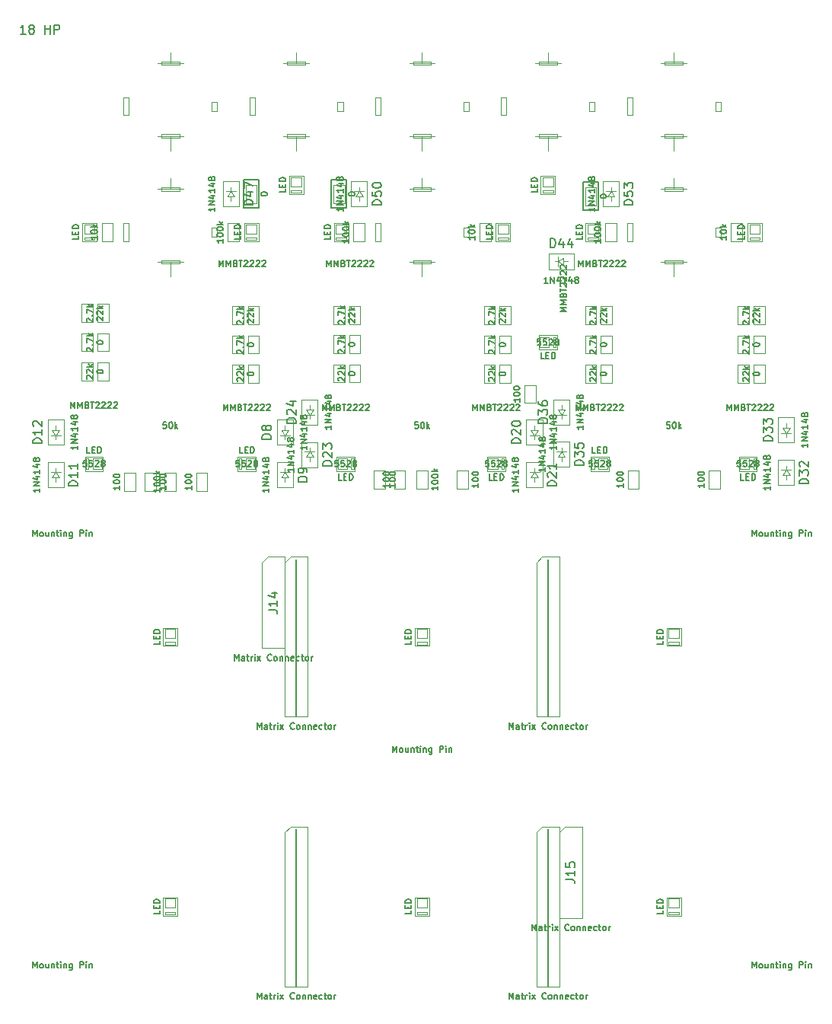
<source format=gbr>
G04 #@! TF.GenerationSoftware,KiCad,Pcbnew,(6.0.0-rc1-dev-1122-gbe0935b)*
G04 #@! TF.CreationDate,2018-11-02T12:34:23-07:00*
G04 #@! TF.ProjectId,50_matter2_comp,35305f6d-6174-4746-9572-325f636f6d70,rev?*
G04 #@! TF.SameCoordinates,Original*
G04 #@! TF.FileFunction,Other,Fab,Top*
%FSLAX46Y46*%
G04 Gerber Fmt 4.6, Leading zero omitted, Abs format (unit mm)*
G04 Created by KiCad (PCBNEW (6.0.0-rc1-dev-1122-gbe0935b)) date Fri Nov  2 12:34:23 2018*
%MOMM*%
%LPD*%
G01*
G04 APERTURE LIST*
%ADD10C,0.050000*%
%ADD11C,0.010000*%
%ADD12C,0.150000*%
%ADD13C,0.100000*%
%ADD14C,0.175000*%
G04 APERTURE END LIST*
D10*
G04 #@! TO.C,J2*
X155200000Y-66500000D02*
X154600000Y-66500000D01*
X145400000Y-66000000D02*
X144800000Y-66000000D01*
X151000000Y-70100000D02*
X151000000Y-70500000D01*
X151425000Y-70300000D02*
X148575000Y-70300000D01*
X149000000Y-70100000D02*
X149000000Y-70500000D01*
X149000000Y-70100000D02*
X151000000Y-70100000D01*
X149000000Y-70500000D02*
X151000000Y-70500000D01*
X151000000Y-62000000D02*
X151000000Y-62400000D01*
X149000000Y-62400000D02*
X151000000Y-62400000D01*
X154600000Y-67500000D02*
X155200000Y-67500000D01*
X155200000Y-67500000D02*
X155200000Y-66500000D01*
X154600000Y-66500000D02*
X154600000Y-67500000D01*
X144800000Y-66000000D02*
X144800000Y-68000000D01*
X144800000Y-68000000D02*
X145400000Y-68000000D01*
X145400000Y-68000000D02*
X145400000Y-66000000D01*
X149000000Y-62000000D02*
X151000000Y-62000000D01*
X150000000Y-61000000D02*
X150000000Y-62200000D01*
X149000000Y-62000000D02*
X149000000Y-62400000D01*
X151425000Y-62200000D02*
X148575000Y-62200000D01*
X150000000Y-71900000D02*
X150000000Y-70300000D01*
G04 #@! TO.C,J9*
X169200000Y-52500000D02*
X168600000Y-52500000D01*
X159400000Y-52000000D02*
X158800000Y-52000000D01*
X165000000Y-56100000D02*
X165000000Y-56500000D01*
X165425000Y-56300000D02*
X162575000Y-56300000D01*
X163000000Y-56100000D02*
X163000000Y-56500000D01*
X163000000Y-56100000D02*
X165000000Y-56100000D01*
X163000000Y-56500000D02*
X165000000Y-56500000D01*
X165000000Y-48000000D02*
X165000000Y-48400000D01*
X163000000Y-48400000D02*
X165000000Y-48400000D01*
X168600000Y-53500000D02*
X169200000Y-53500000D01*
X169200000Y-53500000D02*
X169200000Y-52500000D01*
X168600000Y-52500000D02*
X168600000Y-53500000D01*
X158800000Y-52000000D02*
X158800000Y-54000000D01*
X158800000Y-54000000D02*
X159400000Y-54000000D01*
X159400000Y-54000000D02*
X159400000Y-52000000D01*
X163000000Y-48000000D02*
X165000000Y-48000000D01*
X164000000Y-47000000D02*
X164000000Y-48200000D01*
X163000000Y-48000000D02*
X163000000Y-48400000D01*
X165425000Y-48200000D02*
X162575000Y-48200000D01*
X164000000Y-57900000D02*
X164000000Y-56300000D01*
G04 #@! TO.C,J3*
X183200000Y-66500000D02*
X182600000Y-66500000D01*
X173400000Y-66000000D02*
X172800000Y-66000000D01*
X179000000Y-70100000D02*
X179000000Y-70500000D01*
X179425000Y-70300000D02*
X176575000Y-70300000D01*
X177000000Y-70100000D02*
X177000000Y-70500000D01*
X177000000Y-70100000D02*
X179000000Y-70100000D01*
X177000000Y-70500000D02*
X179000000Y-70500000D01*
X179000000Y-62000000D02*
X179000000Y-62400000D01*
X177000000Y-62400000D02*
X179000000Y-62400000D01*
X182600000Y-67500000D02*
X183200000Y-67500000D01*
X183200000Y-67500000D02*
X183200000Y-66500000D01*
X182600000Y-66500000D02*
X182600000Y-67500000D01*
X172800000Y-66000000D02*
X172800000Y-68000000D01*
X172800000Y-68000000D02*
X173400000Y-68000000D01*
X173400000Y-68000000D02*
X173400000Y-66000000D01*
X177000000Y-62000000D02*
X179000000Y-62000000D01*
X178000000Y-61000000D02*
X178000000Y-62200000D01*
X177000000Y-62000000D02*
X177000000Y-62400000D01*
X179425000Y-62200000D02*
X176575000Y-62200000D01*
X178000000Y-71900000D02*
X178000000Y-70300000D01*
G04 #@! TO.C,J1*
X127200000Y-66500000D02*
X126600000Y-66500000D01*
X117400000Y-66000000D02*
X116800000Y-66000000D01*
X123000000Y-70100000D02*
X123000000Y-70500000D01*
X123425000Y-70300000D02*
X120575000Y-70300000D01*
X121000000Y-70100000D02*
X121000000Y-70500000D01*
X121000000Y-70100000D02*
X123000000Y-70100000D01*
X121000000Y-70500000D02*
X123000000Y-70500000D01*
X123000000Y-62000000D02*
X123000000Y-62400000D01*
X121000000Y-62400000D02*
X123000000Y-62400000D01*
X126600000Y-67500000D02*
X127200000Y-67500000D01*
X127200000Y-67500000D02*
X127200000Y-66500000D01*
X126600000Y-66500000D02*
X126600000Y-67500000D01*
X116800000Y-66000000D02*
X116800000Y-68000000D01*
X116800000Y-68000000D02*
X117400000Y-68000000D01*
X117400000Y-68000000D02*
X117400000Y-66000000D01*
X121000000Y-62000000D02*
X123000000Y-62000000D01*
X122000000Y-61000000D02*
X122000000Y-62200000D01*
X121000000Y-62000000D02*
X121000000Y-62400000D01*
X123425000Y-62200000D02*
X120575000Y-62200000D01*
X122000000Y-71900000D02*
X122000000Y-70300000D01*
G04 #@! TO.C,R46*
X128875000Y-77250000D02*
X130125000Y-77250000D01*
X130125000Y-77250000D02*
X130125000Y-75250000D01*
X128875000Y-77250000D02*
X128875000Y-75250000D01*
X128875000Y-75250000D02*
X130125000Y-75250000D01*
G04 #@! TO.C,R47*
X128875000Y-80500000D02*
X130125000Y-80500000D01*
X130125000Y-80500000D02*
X130125000Y-78500000D01*
X128875000Y-80500000D02*
X128875000Y-78500000D01*
X128875000Y-78500000D02*
X130125000Y-78500000D01*
G04 #@! TO.C,R48*
X128875000Y-83750000D02*
X130125000Y-83750000D01*
X130125000Y-83750000D02*
X130125000Y-81750000D01*
X128875000Y-83750000D02*
X128875000Y-81750000D01*
X128875000Y-81750000D02*
X130125000Y-81750000D01*
G04 #@! TO.C,R49*
X131875000Y-81750000D02*
X130625000Y-81750000D01*
X130625000Y-81750000D02*
X130625000Y-83750000D01*
X131875000Y-81750000D02*
X131875000Y-83750000D01*
X131875000Y-83750000D02*
X130625000Y-83750000D01*
G04 #@! TO.C,R50*
X131875000Y-78500000D02*
X130625000Y-78500000D01*
X130625000Y-78500000D02*
X130625000Y-80500000D01*
X131875000Y-78500000D02*
X131875000Y-80500000D01*
X131875000Y-80500000D02*
X130625000Y-80500000D01*
G04 #@! TO.C,R51*
X131875000Y-75250000D02*
X130625000Y-75250000D01*
X130625000Y-75250000D02*
X130625000Y-77250000D01*
X131875000Y-75250000D02*
X131875000Y-77250000D01*
X131875000Y-77250000D02*
X130625000Y-77250000D01*
G04 #@! TO.C,R53*
X126125000Y-93750000D02*
X124875000Y-93750000D01*
X124875000Y-93750000D02*
X124875000Y-95750000D01*
X126125000Y-93750000D02*
X126125000Y-95750000D01*
X126125000Y-95750000D02*
X124875000Y-95750000D01*
G04 #@! TO.C,R55*
X112125000Y-77000000D02*
X113375000Y-77000000D01*
X113375000Y-77000000D02*
X113375000Y-75000000D01*
X112125000Y-77000000D02*
X112125000Y-75000000D01*
X112125000Y-75000000D02*
X113375000Y-75000000D01*
G04 #@! TO.C,R56*
X112125000Y-80250000D02*
X113375000Y-80250000D01*
X113375000Y-80250000D02*
X113375000Y-78250000D01*
X112125000Y-80250000D02*
X112125000Y-78250000D01*
X112125000Y-78250000D02*
X113375000Y-78250000D01*
G04 #@! TO.C,R57*
X112125000Y-83500000D02*
X113375000Y-83500000D01*
X113375000Y-83500000D02*
X113375000Y-81500000D01*
X112125000Y-83500000D02*
X112125000Y-81500000D01*
X112125000Y-81500000D02*
X113375000Y-81500000D01*
G04 #@! TO.C,R58*
X115125000Y-81500000D02*
X113875000Y-81500000D01*
X113875000Y-81500000D02*
X113875000Y-83500000D01*
X115125000Y-81500000D02*
X115125000Y-83500000D01*
X115125000Y-83500000D02*
X113875000Y-83500000D01*
G04 #@! TO.C,R59*
X115125000Y-78250000D02*
X113875000Y-78250000D01*
X113875000Y-78250000D02*
X113875000Y-80250000D01*
X115125000Y-78250000D02*
X115125000Y-80250000D01*
X115125000Y-80250000D02*
X113875000Y-80250000D01*
G04 #@! TO.C,R60*
X115125000Y-75000000D02*
X113875000Y-75000000D01*
X113875000Y-75000000D02*
X113875000Y-77000000D01*
X115125000Y-75000000D02*
X115125000Y-77000000D01*
X115125000Y-77000000D02*
X113875000Y-77000000D01*
G04 #@! TO.C,R62*
X118125000Y-93750000D02*
X116875000Y-93750000D01*
X116875000Y-93750000D02*
X116875000Y-95750000D01*
X118125000Y-93750000D02*
X118125000Y-95750000D01*
X118125000Y-95750000D02*
X116875000Y-95750000D01*
G04 #@! TO.C,R81*
X122625000Y-93750000D02*
X121375000Y-93750000D01*
X121375000Y-93750000D02*
X121375000Y-95750000D01*
X122625000Y-93750000D02*
X122625000Y-95750000D01*
X122625000Y-95750000D02*
X121375000Y-95750000D01*
G04 #@! TO.C,R85*
X156875000Y-77250000D02*
X158125000Y-77250000D01*
X158125000Y-77250000D02*
X158125000Y-75250000D01*
X156875000Y-77250000D02*
X156875000Y-75250000D01*
X156875000Y-75250000D02*
X158125000Y-75250000D01*
G04 #@! TO.C,R87*
X156875000Y-83750000D02*
X158125000Y-83750000D01*
X158125000Y-83750000D02*
X158125000Y-81750000D01*
X156875000Y-83750000D02*
X156875000Y-81750000D01*
X156875000Y-81750000D02*
X158125000Y-81750000D01*
G04 #@! TO.C,R88*
X159875000Y-81750000D02*
X158625000Y-81750000D01*
X158625000Y-81750000D02*
X158625000Y-83750000D01*
X159875000Y-81750000D02*
X159875000Y-83750000D01*
X159875000Y-83750000D02*
X158625000Y-83750000D01*
G04 #@! TO.C,R89*
X159875000Y-78500000D02*
X158625000Y-78500000D01*
X158625000Y-78500000D02*
X158625000Y-80500000D01*
X159875000Y-78500000D02*
X159875000Y-80500000D01*
X159875000Y-80500000D02*
X158625000Y-80500000D01*
G04 #@! TO.C,R90*
X159875000Y-75250000D02*
X158625000Y-75250000D01*
X158625000Y-75250000D02*
X158625000Y-77250000D01*
X159875000Y-75250000D02*
X159875000Y-77250000D01*
X159875000Y-77250000D02*
X158625000Y-77250000D01*
G04 #@! TO.C,R92*
X153875000Y-95500000D02*
X155125000Y-95500000D01*
X155125000Y-95500000D02*
X155125000Y-93500000D01*
X153875000Y-95500000D02*
X153875000Y-93500000D01*
X153875000Y-93500000D02*
X155125000Y-93500000D01*
G04 #@! TO.C,R94*
X140125000Y-77217188D02*
X141375000Y-77217188D01*
X141375000Y-77217188D02*
X141375000Y-75217188D01*
X140125000Y-77217188D02*
X140125000Y-75217188D01*
X140125000Y-75217188D02*
X141375000Y-75217188D01*
G04 #@! TO.C,R96*
X140125000Y-83717188D02*
X141375000Y-83717188D01*
X141375000Y-83717188D02*
X141375000Y-81717188D01*
X140125000Y-83717188D02*
X140125000Y-81717188D01*
X140125000Y-81717188D02*
X141375000Y-81717188D01*
G04 #@! TO.C,R97*
X143125000Y-81717188D02*
X141875000Y-81717188D01*
X141875000Y-81717188D02*
X141875000Y-83717188D01*
X143125000Y-81717188D02*
X143125000Y-83717188D01*
X143125000Y-83717188D02*
X141875000Y-83717188D01*
G04 #@! TO.C,R98*
X143125000Y-78467188D02*
X141875000Y-78467188D01*
X141875000Y-78467188D02*
X141875000Y-80467188D01*
X143125000Y-78467188D02*
X143125000Y-80467188D01*
X143125000Y-80467188D02*
X141875000Y-80467188D01*
G04 #@! TO.C,R99*
X143125000Y-75217188D02*
X141875000Y-75217188D01*
X141875000Y-75217188D02*
X141875000Y-77217188D01*
X143125000Y-75217188D02*
X143125000Y-77217188D01*
X143125000Y-77217188D02*
X141875000Y-77217188D01*
G04 #@! TO.C,R100*
X148125000Y-93500000D02*
X146875000Y-93500000D01*
X146875000Y-93500000D02*
X146875000Y-95500000D01*
X148125000Y-93500000D02*
X148125000Y-95500000D01*
X148125000Y-95500000D02*
X146875000Y-95500000D01*
G04 #@! TO.C,R101*
X144625000Y-95500000D02*
X145875000Y-95500000D01*
X145875000Y-95500000D02*
X145875000Y-93500000D01*
X144625000Y-95500000D02*
X144625000Y-93500000D01*
X144625000Y-93500000D02*
X145875000Y-93500000D01*
G04 #@! TO.C,R120*
X149375000Y-95500000D02*
X150625000Y-95500000D01*
X150625000Y-95500000D02*
X150625000Y-93500000D01*
X149375000Y-95500000D02*
X149375000Y-93500000D01*
X149375000Y-93500000D02*
X150625000Y-93500000D01*
D11*
G04 #@! TO.C,D10*
X129915000Y-92180000D02*
X129615000Y-92180000D01*
X131385000Y-93320000D02*
X130365000Y-93320000D01*
X129615000Y-93320000D02*
X129615000Y-92180000D01*
X129500000Y-93550000D02*
X131500000Y-93550000D01*
X129500000Y-91950000D02*
X131500000Y-91950000D01*
X131500000Y-93550000D02*
X131500000Y-91950000D01*
X129500000Y-93550000D02*
X129500000Y-91950000D01*
X131385000Y-93320000D02*
X131385000Y-92180000D01*
X130365000Y-93320000D02*
X130365000Y-92180000D01*
X131385000Y-92180000D02*
X130365000Y-92180000D01*
X129915000Y-93320000D02*
X129915000Y-92180000D01*
X129915000Y-93320000D02*
X129615000Y-93320000D01*
G04 #@! TO.C,D13*
X112915000Y-92180000D02*
X112615000Y-92180000D01*
X114385000Y-93320000D02*
X113365000Y-93320000D01*
X112615000Y-93320000D02*
X112615000Y-92180000D01*
X112500000Y-93550000D02*
X114500000Y-93550000D01*
X112500000Y-91950000D02*
X114500000Y-91950000D01*
X114500000Y-93550000D02*
X114500000Y-91950000D01*
X112500000Y-93550000D02*
X112500000Y-91950000D01*
X114385000Y-93320000D02*
X114385000Y-92180000D01*
X113365000Y-93320000D02*
X113365000Y-92180000D01*
X114385000Y-92180000D02*
X113365000Y-92180000D01*
X112915000Y-93320000D02*
X112915000Y-92180000D01*
X112915000Y-93320000D02*
X112615000Y-93320000D01*
G04 #@! TO.C,D16*
X121430000Y-142585000D02*
X121430000Y-142885000D01*
X122570000Y-141115000D02*
X122570000Y-142135000D01*
X122570000Y-142885000D02*
X121430000Y-142885000D01*
X122800000Y-143000000D02*
X122800000Y-141000000D01*
X121200000Y-143000000D02*
X121200000Y-141000000D01*
X122800000Y-141000000D02*
X121200000Y-141000000D01*
X122800000Y-143000000D02*
X121200000Y-143000000D01*
X122570000Y-141115000D02*
X121430000Y-141115000D01*
X122570000Y-142135000D02*
X121430000Y-142135000D01*
X121430000Y-141115000D02*
X121430000Y-142135000D01*
X122570000Y-142585000D02*
X121430000Y-142585000D01*
X122570000Y-142585000D02*
X122570000Y-142885000D01*
G04 #@! TO.C,D19*
X121430000Y-112585000D02*
X121430000Y-112885000D01*
X122570000Y-111115000D02*
X122570000Y-112135000D01*
X122570000Y-112885000D02*
X121430000Y-112885000D01*
X122800000Y-113000000D02*
X122800000Y-111000000D01*
X121200000Y-113000000D02*
X121200000Y-111000000D01*
X122800000Y-111000000D02*
X121200000Y-111000000D01*
X122800000Y-113000000D02*
X121200000Y-113000000D01*
X122570000Y-111115000D02*
X121430000Y-111115000D01*
X122570000Y-112135000D02*
X121430000Y-112135000D01*
X121430000Y-111115000D02*
X121430000Y-112135000D01*
X122570000Y-112585000D02*
X121430000Y-112585000D01*
X122570000Y-112585000D02*
X122570000Y-112885000D01*
G04 #@! TO.C,D22*
X158835000Y-93320000D02*
X159135000Y-93320000D01*
X157365000Y-92180000D02*
X158385000Y-92180000D01*
X159135000Y-92180000D02*
X159135000Y-93320000D01*
X159250000Y-91950000D02*
X157250000Y-91950000D01*
X159250000Y-93550000D02*
X157250000Y-93550000D01*
X157250000Y-91950000D02*
X157250000Y-93550000D01*
X159250000Y-91950000D02*
X159250000Y-93550000D01*
X157365000Y-92180000D02*
X157365000Y-93320000D01*
X158385000Y-92180000D02*
X158385000Y-93320000D01*
X157365000Y-93320000D02*
X158385000Y-93320000D01*
X158835000Y-92180000D02*
X158835000Y-93320000D01*
X158835000Y-92180000D02*
X159135000Y-92180000D01*
G04 #@! TO.C,D25*
X142085000Y-93320000D02*
X142385000Y-93320000D01*
X140615000Y-92180000D02*
X141635000Y-92180000D01*
X142385000Y-92180000D02*
X142385000Y-93320000D01*
X142500000Y-91950000D02*
X140500000Y-91950000D01*
X142500000Y-93550000D02*
X140500000Y-93550000D01*
X140500000Y-91950000D02*
X140500000Y-93550000D01*
X142500000Y-91950000D02*
X142500000Y-93550000D01*
X140615000Y-92180000D02*
X140615000Y-93320000D01*
X141635000Y-92180000D02*
X141635000Y-93320000D01*
X140615000Y-93320000D02*
X141635000Y-93320000D01*
X142085000Y-92180000D02*
X142085000Y-93320000D01*
X142085000Y-92180000D02*
X142385000Y-92180000D01*
D10*
G04 #@! TO.C,R86*
X156875000Y-80500000D02*
X158125000Y-80500000D01*
X158125000Y-80500000D02*
X158125000Y-78500000D01*
X156875000Y-80500000D02*
X156875000Y-78500000D01*
X156875000Y-78500000D02*
X158125000Y-78500000D01*
G04 #@! TO.C,R95*
X140125000Y-80467188D02*
X141375000Y-80467188D01*
X141375000Y-80467188D02*
X141375000Y-78467188D01*
X140125000Y-80467188D02*
X140125000Y-78467188D01*
X140125000Y-78467188D02*
X141375000Y-78467188D01*
D11*
G04 #@! TO.C,D28*
X149430000Y-142585000D02*
X149430000Y-142885000D01*
X150570000Y-141115000D02*
X150570000Y-142135000D01*
X150570000Y-142885000D02*
X149430000Y-142885000D01*
X150800000Y-143000000D02*
X150800000Y-141000000D01*
X149200000Y-143000000D02*
X149200000Y-141000000D01*
X150800000Y-141000000D02*
X149200000Y-141000000D01*
X150800000Y-143000000D02*
X149200000Y-143000000D01*
X150570000Y-141115000D02*
X149430000Y-141115000D01*
X150570000Y-142135000D02*
X149430000Y-142135000D01*
X149430000Y-141115000D02*
X149430000Y-142135000D01*
X150570000Y-142585000D02*
X149430000Y-142585000D01*
X150570000Y-142585000D02*
X150570000Y-142885000D01*
G04 #@! TO.C,D31*
X149430000Y-112585000D02*
X149430000Y-112885000D01*
X150570000Y-111115000D02*
X150570000Y-112135000D01*
X150570000Y-112885000D02*
X149430000Y-112885000D01*
X150800000Y-113000000D02*
X150800000Y-111000000D01*
X149200000Y-113000000D02*
X149200000Y-111000000D01*
X150800000Y-111000000D02*
X149200000Y-111000000D01*
X150800000Y-113000000D02*
X149200000Y-113000000D01*
X150570000Y-111115000D02*
X149430000Y-111115000D01*
X150570000Y-112135000D02*
X149430000Y-112135000D01*
X149430000Y-111115000D02*
X149430000Y-112135000D01*
X150570000Y-112585000D02*
X149430000Y-112585000D01*
X150570000Y-112585000D02*
X150570000Y-112885000D01*
G04 #@! TO.C,D34*
X186835000Y-93320000D02*
X187135000Y-93320000D01*
X185365000Y-92180000D02*
X186385000Y-92180000D01*
X187135000Y-92180000D02*
X187135000Y-93320000D01*
X187250000Y-91950000D02*
X185250000Y-91950000D01*
X187250000Y-93550000D02*
X185250000Y-93550000D01*
X185250000Y-91950000D02*
X185250000Y-93550000D01*
X187250000Y-91950000D02*
X187250000Y-93550000D01*
X185365000Y-92180000D02*
X185365000Y-93320000D01*
X186385000Y-92180000D02*
X186385000Y-93320000D01*
X185365000Y-93320000D02*
X186385000Y-93320000D01*
X186835000Y-92180000D02*
X186835000Y-93320000D01*
X186835000Y-92180000D02*
X187135000Y-92180000D01*
G04 #@! TO.C,D37*
X169165000Y-92180000D02*
X168865000Y-92180000D01*
X170635000Y-93320000D02*
X169615000Y-93320000D01*
X168865000Y-93320000D02*
X168865000Y-92180000D01*
X168750000Y-93550000D02*
X170750000Y-93550000D01*
X168750000Y-91950000D02*
X170750000Y-91950000D01*
X170750000Y-93550000D02*
X170750000Y-91950000D01*
X168750000Y-93550000D02*
X168750000Y-91950000D01*
X170635000Y-93320000D02*
X170635000Y-92180000D01*
X169615000Y-93320000D02*
X169615000Y-92180000D01*
X170635000Y-92180000D02*
X169615000Y-92180000D01*
X169165000Y-93320000D02*
X169165000Y-92180000D01*
X169165000Y-93320000D02*
X168865000Y-93320000D01*
G04 #@! TO.C,D40*
X177430000Y-142585000D02*
X177430000Y-142885000D01*
X178570000Y-141115000D02*
X178570000Y-142135000D01*
X178570000Y-142885000D02*
X177430000Y-142885000D01*
X178800000Y-143000000D02*
X178800000Y-141000000D01*
X177200000Y-143000000D02*
X177200000Y-141000000D01*
X178800000Y-141000000D02*
X177200000Y-141000000D01*
X178800000Y-143000000D02*
X177200000Y-143000000D01*
X178570000Y-141115000D02*
X177430000Y-141115000D01*
X178570000Y-142135000D02*
X177430000Y-142135000D01*
X177430000Y-141115000D02*
X177430000Y-142135000D01*
X178570000Y-142585000D02*
X177430000Y-142585000D01*
X178570000Y-142585000D02*
X178570000Y-142885000D01*
G04 #@! TO.C,D43*
X177430000Y-112585000D02*
X177430000Y-112885000D01*
X178570000Y-111115000D02*
X178570000Y-112135000D01*
X178570000Y-112885000D02*
X177430000Y-112885000D01*
X178800000Y-113000000D02*
X178800000Y-111000000D01*
X177200000Y-113000000D02*
X177200000Y-111000000D01*
X178800000Y-111000000D02*
X177200000Y-111000000D01*
X178800000Y-113000000D02*
X177200000Y-113000000D01*
X178570000Y-111115000D02*
X177430000Y-111115000D01*
X178570000Y-112135000D02*
X177430000Y-112135000D01*
X177430000Y-111115000D02*
X177430000Y-112135000D01*
X178570000Y-112585000D02*
X177430000Y-112585000D01*
X178570000Y-112585000D02*
X178570000Y-112885000D01*
G04 #@! TO.C,D46*
X164585000Y-79820000D02*
X164885000Y-79820000D01*
X163115000Y-78680000D02*
X164135000Y-78680000D01*
X164885000Y-78680000D02*
X164885000Y-79820000D01*
X165000000Y-78450000D02*
X163000000Y-78450000D01*
X165000000Y-80050000D02*
X163000000Y-80050000D01*
X163000000Y-78450000D02*
X163000000Y-80050000D01*
X165000000Y-78450000D02*
X165000000Y-80050000D01*
X163115000Y-78680000D02*
X163115000Y-79820000D01*
X164135000Y-78680000D02*
X164135000Y-79820000D01*
X163115000Y-79820000D02*
X164135000Y-79820000D01*
X164585000Y-78680000D02*
X164585000Y-79820000D01*
X164585000Y-78680000D02*
X164885000Y-78680000D01*
G04 #@! TO.C,D48*
X130430000Y-67585000D02*
X130430000Y-67885000D01*
X131570000Y-66115000D02*
X131570000Y-67135000D01*
X131570000Y-67885000D02*
X130430000Y-67885000D01*
X131800000Y-68000000D02*
X131800000Y-66000000D01*
X130200000Y-68000000D02*
X130200000Y-66000000D01*
X131800000Y-66000000D02*
X130200000Y-66000000D01*
X131800000Y-68000000D02*
X130200000Y-68000000D01*
X131570000Y-66115000D02*
X130430000Y-66115000D01*
X131570000Y-67135000D02*
X130430000Y-67135000D01*
X130430000Y-66115000D02*
X130430000Y-67135000D01*
X131570000Y-67585000D02*
X130430000Y-67585000D01*
X131570000Y-67585000D02*
X131570000Y-67885000D01*
G04 #@! TO.C,D49*
X112430000Y-67585000D02*
X112430000Y-67885000D01*
X113570000Y-66115000D02*
X113570000Y-67135000D01*
X113570000Y-67885000D02*
X112430000Y-67885000D01*
X113800000Y-68000000D02*
X113800000Y-66000000D01*
X112200000Y-68000000D02*
X112200000Y-66000000D01*
X113800000Y-66000000D02*
X112200000Y-66000000D01*
X113800000Y-68000000D02*
X112200000Y-68000000D01*
X113570000Y-66115000D02*
X112430000Y-66115000D01*
X113570000Y-67135000D02*
X112430000Y-67135000D01*
X112430000Y-66115000D02*
X112430000Y-67135000D01*
X113570000Y-67585000D02*
X112430000Y-67585000D01*
X113570000Y-67585000D02*
X113570000Y-67885000D01*
G04 #@! TO.C,D51*
X140430000Y-67585000D02*
X140430000Y-67885000D01*
X141570000Y-66115000D02*
X141570000Y-67135000D01*
X141570000Y-67885000D02*
X140430000Y-67885000D01*
X141800000Y-68000000D02*
X141800000Y-66000000D01*
X140200000Y-68000000D02*
X140200000Y-66000000D01*
X141800000Y-66000000D02*
X140200000Y-66000000D01*
X141800000Y-68000000D02*
X140200000Y-68000000D01*
X141570000Y-66115000D02*
X140430000Y-66115000D01*
X141570000Y-67135000D02*
X140430000Y-67135000D01*
X140430000Y-66115000D02*
X140430000Y-67135000D01*
X141570000Y-67585000D02*
X140430000Y-67585000D01*
X141570000Y-67585000D02*
X141570000Y-67885000D01*
G04 #@! TO.C,D52*
X158430000Y-67585000D02*
X158430000Y-67885000D01*
X159570000Y-66115000D02*
X159570000Y-67135000D01*
X159570000Y-67885000D02*
X158430000Y-67885000D01*
X159800000Y-68000000D02*
X159800000Y-66000000D01*
X158200000Y-68000000D02*
X158200000Y-66000000D01*
X159800000Y-66000000D02*
X158200000Y-66000000D01*
X159800000Y-68000000D02*
X158200000Y-68000000D01*
X159570000Y-66115000D02*
X158430000Y-66115000D01*
X159570000Y-67135000D02*
X158430000Y-67135000D01*
X158430000Y-66115000D02*
X158430000Y-67135000D01*
X159570000Y-67585000D02*
X158430000Y-67585000D01*
X159570000Y-67585000D02*
X159570000Y-67885000D01*
G04 #@! TO.C,D54*
X168430000Y-67585000D02*
X168430000Y-67885000D01*
X169570000Y-66115000D02*
X169570000Y-67135000D01*
X169570000Y-67885000D02*
X168430000Y-67885000D01*
X169800000Y-68000000D02*
X169800000Y-66000000D01*
X168200000Y-68000000D02*
X168200000Y-66000000D01*
X169800000Y-66000000D02*
X168200000Y-66000000D01*
X169800000Y-68000000D02*
X168200000Y-68000000D01*
X169570000Y-66115000D02*
X168430000Y-66115000D01*
X169570000Y-67135000D02*
X168430000Y-67135000D01*
X168430000Y-66115000D02*
X168430000Y-67135000D01*
X169570000Y-67585000D02*
X168430000Y-67585000D01*
X169570000Y-67585000D02*
X169570000Y-67885000D01*
G04 #@! TO.C,D55*
X186430000Y-67585000D02*
X186430000Y-67885000D01*
X187570000Y-66115000D02*
X187570000Y-67135000D01*
X187570000Y-67885000D02*
X186430000Y-67885000D01*
X187800000Y-68000000D02*
X187800000Y-66000000D01*
X186200000Y-68000000D02*
X186200000Y-66000000D01*
X187800000Y-66000000D02*
X186200000Y-66000000D01*
X187800000Y-68000000D02*
X186200000Y-68000000D01*
X187570000Y-66115000D02*
X186430000Y-66115000D01*
X187570000Y-67135000D02*
X186430000Y-67135000D01*
X186430000Y-66115000D02*
X186430000Y-67135000D01*
X187570000Y-67585000D02*
X186430000Y-67585000D01*
X187570000Y-67585000D02*
X187570000Y-67885000D01*
D10*
G04 #@! TO.C,R124*
X185125000Y-77250000D02*
X186375000Y-77250000D01*
X186375000Y-77250000D02*
X186375000Y-75250000D01*
X185125000Y-77250000D02*
X185125000Y-75250000D01*
X185125000Y-75250000D02*
X186375000Y-75250000D01*
G04 #@! TO.C,R125*
X185125000Y-80500000D02*
X186375000Y-80500000D01*
X186375000Y-80500000D02*
X186375000Y-78500000D01*
X185125000Y-80500000D02*
X185125000Y-78500000D01*
X185125000Y-78500000D02*
X186375000Y-78500000D01*
G04 #@! TO.C,R126*
X185125000Y-83750000D02*
X186375000Y-83750000D01*
X186375000Y-83750000D02*
X186375000Y-81750000D01*
X185125000Y-83750000D02*
X185125000Y-81750000D01*
X185125000Y-81750000D02*
X186375000Y-81750000D01*
G04 #@! TO.C,R127*
X188125000Y-81750000D02*
X186875000Y-81750000D01*
X186875000Y-81750000D02*
X186875000Y-83750000D01*
X188125000Y-81750000D02*
X188125000Y-83750000D01*
X188125000Y-83750000D02*
X186875000Y-83750000D01*
G04 #@! TO.C,R128*
X188125000Y-78500000D02*
X186875000Y-78500000D01*
X186875000Y-78500000D02*
X186875000Y-80500000D01*
X188125000Y-78500000D02*
X188125000Y-80500000D01*
X188125000Y-80500000D02*
X186875000Y-80500000D01*
G04 #@! TO.C,R129*
X188125000Y-75250000D02*
X186875000Y-75250000D01*
X186875000Y-75250000D02*
X186875000Y-77250000D01*
X188125000Y-75250000D02*
X188125000Y-77250000D01*
X188125000Y-77250000D02*
X186875000Y-77250000D01*
G04 #@! TO.C,R131*
X183125000Y-93500000D02*
X181875000Y-93500000D01*
X181875000Y-93500000D02*
X181875000Y-95500000D01*
X183125000Y-93500000D02*
X183125000Y-95500000D01*
X183125000Y-95500000D02*
X181875000Y-95500000D01*
G04 #@! TO.C,R133*
X168125000Y-77250000D02*
X169375000Y-77250000D01*
X169375000Y-77250000D02*
X169375000Y-75250000D01*
X168125000Y-77250000D02*
X168125000Y-75250000D01*
X168125000Y-75250000D02*
X169375000Y-75250000D01*
G04 #@! TO.C,R134*
X168125000Y-80500000D02*
X169375000Y-80500000D01*
X169375000Y-80500000D02*
X169375000Y-78500000D01*
X168125000Y-80500000D02*
X168125000Y-78500000D01*
X168125000Y-78500000D02*
X169375000Y-78500000D01*
G04 #@! TO.C,R135*
X168125000Y-83750000D02*
X169375000Y-83750000D01*
X169375000Y-83750000D02*
X169375000Y-81750000D01*
X168125000Y-83750000D02*
X168125000Y-81750000D01*
X168125000Y-81750000D02*
X169375000Y-81750000D01*
G04 #@! TO.C,R136*
X171125000Y-81750000D02*
X169875000Y-81750000D01*
X169875000Y-81750000D02*
X169875000Y-83750000D01*
X171125000Y-81750000D02*
X171125000Y-83750000D01*
X171125000Y-83750000D02*
X169875000Y-83750000D01*
G04 #@! TO.C,R137*
X171125000Y-78500000D02*
X169875000Y-78500000D01*
X169875000Y-78500000D02*
X169875000Y-80500000D01*
X171125000Y-78500000D02*
X171125000Y-80500000D01*
X171125000Y-80500000D02*
X169875000Y-80500000D01*
G04 #@! TO.C,R138*
X171125000Y-75250000D02*
X169875000Y-75250000D01*
X169875000Y-75250000D02*
X169875000Y-77250000D01*
X171125000Y-75250000D02*
X171125000Y-77250000D01*
X171125000Y-77250000D02*
X169875000Y-77250000D01*
G04 #@! TO.C,R140*
X174125000Y-93500000D02*
X172875000Y-93500000D01*
X172875000Y-93500000D02*
X172875000Y-95500000D01*
X174125000Y-93500000D02*
X174125000Y-95500000D01*
X174125000Y-95500000D02*
X172875000Y-95500000D01*
G04 #@! TO.C,R196*
X162625000Y-84000000D02*
X161375000Y-84000000D01*
X161375000Y-84000000D02*
X161375000Y-86000000D01*
X162625000Y-84000000D02*
X162625000Y-86000000D01*
X162625000Y-86000000D02*
X161375000Y-86000000D01*
G04 #@! TO.C,R198*
X129625000Y-66000000D02*
X128375000Y-66000000D01*
X128375000Y-66000000D02*
X128375000Y-68000000D01*
X129625000Y-66000000D02*
X129625000Y-68000000D01*
X129625000Y-68000000D02*
X128375000Y-68000000D01*
D12*
G04 #@! TO.C,R199*
X130150000Y-61200000D02*
X130150000Y-64300100D01*
X131850000Y-61200000D02*
X130150000Y-61200000D01*
X131850000Y-64300000D02*
X131850000Y-61200000D01*
X130150000Y-64300000D02*
X131850000Y-64300000D01*
D10*
X130375000Y-63750000D02*
X131625000Y-63750000D01*
X131625000Y-63750000D02*
X131625000Y-61750000D01*
X130375000Y-63750000D02*
X130375000Y-61750000D01*
X130375000Y-61750000D02*
X131625000Y-61750000D01*
G04 #@! TO.C,R200*
X115625000Y-66000000D02*
X114375000Y-66000000D01*
X114375000Y-66000000D02*
X114375000Y-68000000D01*
X115625000Y-66000000D02*
X115625000Y-68000000D01*
X115625000Y-68000000D02*
X114375000Y-68000000D01*
G04 #@! TO.C,R201*
X143625000Y-66000000D02*
X142375000Y-66000000D01*
X142375000Y-66000000D02*
X142375000Y-68000000D01*
X143625000Y-66000000D02*
X143625000Y-68000000D01*
X143625000Y-68000000D02*
X142375000Y-68000000D01*
D12*
G04 #@! TO.C,R202*
X139900000Y-61200000D02*
X139900000Y-64300100D01*
X141600000Y-61200000D02*
X139900000Y-61200000D01*
X141600000Y-64300000D02*
X141600000Y-61200000D01*
X139900000Y-64300000D02*
X141600000Y-64300000D01*
D10*
X140125000Y-63750000D02*
X141375000Y-63750000D01*
X141375000Y-63750000D02*
X141375000Y-61750000D01*
X140125000Y-63750000D02*
X140125000Y-61750000D01*
X140125000Y-61750000D02*
X141375000Y-61750000D01*
G04 #@! TO.C,R203*
X157625000Y-66000000D02*
X156375000Y-66000000D01*
X156375000Y-66000000D02*
X156375000Y-68000000D01*
X157625000Y-66000000D02*
X157625000Y-68000000D01*
X157625000Y-68000000D02*
X156375000Y-68000000D01*
G04 #@! TO.C,R204*
X171625000Y-66000000D02*
X170375000Y-66000000D01*
X170375000Y-66000000D02*
X170375000Y-68000000D01*
X171625000Y-66000000D02*
X171625000Y-68000000D01*
X171625000Y-68000000D02*
X170375000Y-68000000D01*
D12*
G04 #@! TO.C,R205*
X167900000Y-61450000D02*
X167900000Y-64550100D01*
X169600000Y-61450000D02*
X167900000Y-61450000D01*
X169600000Y-64550000D02*
X169600000Y-61450000D01*
X167900000Y-64550000D02*
X169600000Y-64550000D01*
D10*
X168125000Y-64000000D02*
X169375000Y-64000000D01*
X169375000Y-64000000D02*
X169375000Y-62000000D01*
X168125000Y-64000000D02*
X168125000Y-62000000D01*
X168125000Y-62000000D02*
X169375000Y-62000000D01*
G04 #@! TO.C,R206*
X185625000Y-66000000D02*
X184375000Y-66000000D01*
X184375000Y-66000000D02*
X184375000Y-68000000D01*
X185625000Y-66000000D02*
X185625000Y-68000000D01*
X185625000Y-68000000D02*
X184375000Y-68000000D01*
G04 #@! TO.C,R61*
X119125000Y-95750000D02*
X120375000Y-95750000D01*
X120375000Y-95750000D02*
X120375000Y-93750000D01*
X119125000Y-95750000D02*
X119125000Y-93750000D01*
X119125000Y-93750000D02*
X120375000Y-93750000D01*
G04 #@! TO.C,J7*
X136000000Y-57900000D02*
X136000000Y-56300000D01*
X137425000Y-48200000D02*
X134575000Y-48200000D01*
X135000000Y-48000000D02*
X135000000Y-48400000D01*
X136000000Y-47000000D02*
X136000000Y-48200000D01*
X135000000Y-48000000D02*
X137000000Y-48000000D01*
X131400000Y-54000000D02*
X131400000Y-52000000D01*
X130800000Y-54000000D02*
X131400000Y-54000000D01*
X130800000Y-52000000D02*
X130800000Y-54000000D01*
X140600000Y-52500000D02*
X140600000Y-53500000D01*
X141200000Y-53500000D02*
X141200000Y-52500000D01*
X140600000Y-53500000D02*
X141200000Y-53500000D01*
X135000000Y-48400000D02*
X137000000Y-48400000D01*
X137000000Y-48000000D02*
X137000000Y-48400000D01*
X135000000Y-56500000D02*
X137000000Y-56500000D01*
X135000000Y-56100000D02*
X137000000Y-56100000D01*
X135000000Y-56100000D02*
X135000000Y-56500000D01*
X137425000Y-56300000D02*
X134575000Y-56300000D01*
X137000000Y-56100000D02*
X137000000Y-56500000D01*
X131400000Y-52000000D02*
X130800000Y-52000000D01*
X141200000Y-52500000D02*
X140600000Y-52500000D01*
G04 #@! TO.C,J4*
X122000000Y-57900000D02*
X122000000Y-56300000D01*
X123425000Y-48200000D02*
X120575000Y-48200000D01*
X121000000Y-48000000D02*
X121000000Y-48400000D01*
X122000000Y-47000000D02*
X122000000Y-48200000D01*
X121000000Y-48000000D02*
X123000000Y-48000000D01*
X117400000Y-54000000D02*
X117400000Y-52000000D01*
X116800000Y-54000000D02*
X117400000Y-54000000D01*
X116800000Y-52000000D02*
X116800000Y-54000000D01*
X126600000Y-52500000D02*
X126600000Y-53500000D01*
X127200000Y-53500000D02*
X127200000Y-52500000D01*
X126600000Y-53500000D02*
X127200000Y-53500000D01*
X121000000Y-48400000D02*
X123000000Y-48400000D01*
X123000000Y-48000000D02*
X123000000Y-48400000D01*
X121000000Y-56500000D02*
X123000000Y-56500000D01*
X121000000Y-56100000D02*
X123000000Y-56100000D01*
X121000000Y-56100000D02*
X121000000Y-56500000D01*
X123425000Y-56300000D02*
X120575000Y-56300000D01*
X123000000Y-56100000D02*
X123000000Y-56500000D01*
X117400000Y-52000000D02*
X116800000Y-52000000D01*
X127200000Y-52500000D02*
X126600000Y-52500000D01*
G04 #@! TO.C,J5*
X150000000Y-57900000D02*
X150000000Y-56300000D01*
X151425000Y-48200000D02*
X148575000Y-48200000D01*
X149000000Y-48000000D02*
X149000000Y-48400000D01*
X150000000Y-47000000D02*
X150000000Y-48200000D01*
X149000000Y-48000000D02*
X151000000Y-48000000D01*
X145400000Y-54000000D02*
X145400000Y-52000000D01*
X144800000Y-54000000D02*
X145400000Y-54000000D01*
X144800000Y-52000000D02*
X144800000Y-54000000D01*
X154600000Y-52500000D02*
X154600000Y-53500000D01*
X155200000Y-53500000D02*
X155200000Y-52500000D01*
X154600000Y-53500000D02*
X155200000Y-53500000D01*
X149000000Y-48400000D02*
X151000000Y-48400000D01*
X151000000Y-48000000D02*
X151000000Y-48400000D01*
X149000000Y-56500000D02*
X151000000Y-56500000D01*
X149000000Y-56100000D02*
X151000000Y-56100000D01*
X149000000Y-56100000D02*
X149000000Y-56500000D01*
X151425000Y-56300000D02*
X148575000Y-56300000D01*
X151000000Y-56100000D02*
X151000000Y-56500000D01*
X145400000Y-52000000D02*
X144800000Y-52000000D01*
X155200000Y-52500000D02*
X154600000Y-52500000D01*
G04 #@! TO.C,J6*
X178000000Y-57900000D02*
X178000000Y-56300000D01*
X179425000Y-48200000D02*
X176575000Y-48200000D01*
X177000000Y-48000000D02*
X177000000Y-48400000D01*
X178000000Y-47000000D02*
X178000000Y-48200000D01*
X177000000Y-48000000D02*
X179000000Y-48000000D01*
X173400000Y-54000000D02*
X173400000Y-52000000D01*
X172800000Y-54000000D02*
X173400000Y-54000000D01*
X172800000Y-52000000D02*
X172800000Y-54000000D01*
X182600000Y-52500000D02*
X182600000Y-53500000D01*
X183200000Y-53500000D02*
X183200000Y-52500000D01*
X182600000Y-53500000D02*
X183200000Y-53500000D01*
X177000000Y-48400000D02*
X179000000Y-48400000D01*
X179000000Y-48000000D02*
X179000000Y-48400000D01*
X177000000Y-56500000D02*
X179000000Y-56500000D01*
X177000000Y-56100000D02*
X179000000Y-56100000D01*
X177000000Y-56100000D02*
X177000000Y-56500000D01*
X179425000Y-56300000D02*
X176575000Y-56300000D01*
X179000000Y-56100000D02*
X179000000Y-56500000D01*
X173400000Y-52000000D02*
X172800000Y-52000000D01*
X183200000Y-52500000D02*
X182600000Y-52500000D01*
D11*
G04 #@! TO.C,D58*
X135430000Y-62335000D02*
X135430000Y-62635000D01*
X136570000Y-60865000D02*
X136570000Y-61885000D01*
X136570000Y-62635000D02*
X135430000Y-62635000D01*
X136800000Y-62750000D02*
X136800000Y-60750000D01*
X135200000Y-62750000D02*
X135200000Y-60750000D01*
X136800000Y-60750000D02*
X135200000Y-60750000D01*
X136800000Y-62750000D02*
X135200000Y-62750000D01*
X136570000Y-60865000D02*
X135430000Y-60865000D01*
X136570000Y-61885000D02*
X135430000Y-61885000D01*
X135430000Y-60865000D02*
X135430000Y-61885000D01*
X136570000Y-62335000D02*
X135430000Y-62335000D01*
X136570000Y-62335000D02*
X136570000Y-62635000D01*
G04 #@! TO.C,D60*
X163430000Y-62335000D02*
X163430000Y-62635000D01*
X164570000Y-60865000D02*
X164570000Y-61885000D01*
X164570000Y-62635000D02*
X163430000Y-62635000D01*
X164800000Y-62750000D02*
X164800000Y-60750000D01*
X163200000Y-62750000D02*
X163200000Y-60750000D01*
X164800000Y-60750000D02*
X163200000Y-60750000D01*
X164800000Y-62750000D02*
X163200000Y-62750000D01*
X164570000Y-60865000D02*
X163430000Y-60865000D01*
X164570000Y-61885000D02*
X163430000Y-61885000D01*
X163430000Y-60865000D02*
X163430000Y-61885000D01*
X164570000Y-62335000D02*
X163430000Y-62335000D01*
X164570000Y-62335000D02*
X164570000Y-62635000D01*
D12*
G04 #@! TO.C,J10*
X136000000Y-103380000D02*
X136000000Y-120880000D01*
D13*
X135365000Y-103110000D02*
X137270000Y-103110000D01*
X137270000Y-103110000D02*
X137270000Y-120890000D01*
X137270000Y-120890000D02*
X134730000Y-120890000D01*
X134730000Y-120890000D02*
X134730000Y-103745000D01*
X134730000Y-103745000D02*
X135365000Y-103110000D01*
D12*
G04 #@! TO.C,J11*
X136000000Y-133380000D02*
X136000000Y-150880000D01*
D13*
X135365000Y-133110000D02*
X137270000Y-133110000D01*
X137270000Y-133110000D02*
X137270000Y-150890000D01*
X137270000Y-150890000D02*
X134730000Y-150890000D01*
X134730000Y-150890000D02*
X134730000Y-133745000D01*
X134730000Y-133745000D02*
X135365000Y-133110000D01*
D12*
G04 #@! TO.C,J12*
X164000000Y-103380000D02*
X164000000Y-120880000D01*
D13*
X163365000Y-103110000D02*
X165270000Y-103110000D01*
X165270000Y-103110000D02*
X165270000Y-120890000D01*
X165270000Y-120890000D02*
X162730000Y-120890000D01*
X162730000Y-120890000D02*
X162730000Y-103745000D01*
X162730000Y-103745000D02*
X163365000Y-103110000D01*
D12*
G04 #@! TO.C,J13*
X164000000Y-133380000D02*
X164000000Y-150880000D01*
D13*
X163365000Y-133110000D02*
X165270000Y-133110000D01*
X165270000Y-133110000D02*
X165270000Y-150890000D01*
X165270000Y-150890000D02*
X162730000Y-150890000D01*
X162730000Y-150890000D02*
X162730000Y-133745000D01*
X162730000Y-133745000D02*
X163365000Y-133110000D01*
G04 #@! TO.C,J14*
X132825000Y-103110000D02*
X134730000Y-103110000D01*
X134730000Y-103110000D02*
X134730000Y-113270000D01*
X134730000Y-113270000D02*
X132190000Y-113270000D01*
X132190000Y-113270000D02*
X132190000Y-103745000D01*
X132190000Y-103745000D02*
X132825000Y-103110000D01*
G04 #@! TO.C,J15*
X165905000Y-133110000D02*
X167810000Y-133110000D01*
X167810000Y-133110000D02*
X167810000Y-143270000D01*
X167810000Y-143270000D02*
X165270000Y-143270000D01*
X165270000Y-143270000D02*
X165270000Y-133745000D01*
X165270000Y-133745000D02*
X165905000Y-133110000D01*
G04 #@! TO.C,D8*
X134750000Y-89000000D02*
X134750000Y-88500000D01*
X135150000Y-89000000D02*
X134750000Y-89600000D01*
X134350000Y-89000000D02*
X135150000Y-89000000D01*
X134750000Y-89600000D02*
X134350000Y-89000000D01*
X134750000Y-89600000D02*
X135300000Y-89600000D01*
X134750000Y-89600000D02*
X134200000Y-89600000D01*
X134750000Y-90000000D02*
X134750000Y-89600000D01*
X135650000Y-90650000D02*
X133850000Y-90650000D01*
X135650000Y-87850000D02*
X135650000Y-90650000D01*
X133850000Y-87850000D02*
X135650000Y-87850000D01*
X133850000Y-90650000D02*
X133850000Y-87850000D01*
G04 #@! TO.C,D9*
X134750000Y-94250000D02*
X134750000Y-94750000D01*
X134350000Y-94250000D02*
X134750000Y-93650000D01*
X135150000Y-94250000D02*
X134350000Y-94250000D01*
X134750000Y-93650000D02*
X135150000Y-94250000D01*
X134750000Y-93650000D02*
X134200000Y-93650000D01*
X134750000Y-93650000D02*
X135300000Y-93650000D01*
X134750000Y-93250000D02*
X134750000Y-93650000D01*
X133850000Y-92600000D02*
X135650000Y-92600000D01*
X133850000Y-95400000D02*
X133850000Y-92600000D01*
X135650000Y-95400000D02*
X133850000Y-95400000D01*
X135650000Y-92600000D02*
X135650000Y-95400000D01*
G04 #@! TO.C,D11*
X110150000Y-92600000D02*
X110150000Y-95400000D01*
X110150000Y-95400000D02*
X108350000Y-95400000D01*
X108350000Y-95400000D02*
X108350000Y-92600000D01*
X108350000Y-92600000D02*
X110150000Y-92600000D01*
X109250000Y-93250000D02*
X109250000Y-93650000D01*
X109250000Y-93650000D02*
X109800000Y-93650000D01*
X109250000Y-93650000D02*
X108700000Y-93650000D01*
X109250000Y-93650000D02*
X109650000Y-94250000D01*
X109650000Y-94250000D02*
X108850000Y-94250000D01*
X108850000Y-94250000D02*
X109250000Y-93650000D01*
X109250000Y-94250000D02*
X109250000Y-94750000D01*
G04 #@! TO.C,D12*
X108350000Y-90650000D02*
X108350000Y-87850000D01*
X108350000Y-87850000D02*
X110150000Y-87850000D01*
X110150000Y-87850000D02*
X110150000Y-90650000D01*
X110150000Y-90650000D02*
X108350000Y-90650000D01*
X109250000Y-90000000D02*
X109250000Y-89600000D01*
X109250000Y-89600000D02*
X108700000Y-89600000D01*
X109250000Y-89600000D02*
X109800000Y-89600000D01*
X109250000Y-89600000D02*
X108850000Y-89000000D01*
X108850000Y-89000000D02*
X109650000Y-89000000D01*
X109650000Y-89000000D02*
X109250000Y-89600000D01*
X109250000Y-89000000D02*
X109250000Y-88500000D01*
G04 #@! TO.C,D20*
X162500000Y-89000000D02*
X162500000Y-88500000D01*
X162900000Y-89000000D02*
X162500000Y-89600000D01*
X162100000Y-89000000D02*
X162900000Y-89000000D01*
X162500000Y-89600000D02*
X162100000Y-89000000D01*
X162500000Y-89600000D02*
X163050000Y-89600000D01*
X162500000Y-89600000D02*
X161950000Y-89600000D01*
X162500000Y-90000000D02*
X162500000Y-89600000D01*
X163400000Y-90650000D02*
X161600000Y-90650000D01*
X163400000Y-87850000D02*
X163400000Y-90650000D01*
X161600000Y-87850000D02*
X163400000Y-87850000D01*
X161600000Y-90650000D02*
X161600000Y-87850000D01*
G04 #@! TO.C,D21*
X163400000Y-92600000D02*
X163400000Y-95400000D01*
X163400000Y-95400000D02*
X161600000Y-95400000D01*
X161600000Y-95400000D02*
X161600000Y-92600000D01*
X161600000Y-92600000D02*
X163400000Y-92600000D01*
X162500000Y-93250000D02*
X162500000Y-93650000D01*
X162500000Y-93650000D02*
X163050000Y-93650000D01*
X162500000Y-93650000D02*
X161950000Y-93650000D01*
X162500000Y-93650000D02*
X162900000Y-94250000D01*
X162900000Y-94250000D02*
X162100000Y-94250000D01*
X162100000Y-94250000D02*
X162500000Y-93650000D01*
X162500000Y-94250000D02*
X162500000Y-94750000D01*
G04 #@! TO.C,D23*
X138400000Y-90350000D02*
X138400000Y-93150000D01*
X138400000Y-93150000D02*
X136600000Y-93150000D01*
X136600000Y-93150000D02*
X136600000Y-90350000D01*
X136600000Y-90350000D02*
X138400000Y-90350000D01*
X137500000Y-91000000D02*
X137500000Y-91400000D01*
X137500000Y-91400000D02*
X138050000Y-91400000D01*
X137500000Y-91400000D02*
X136950000Y-91400000D01*
X137500000Y-91400000D02*
X137900000Y-92000000D01*
X137900000Y-92000000D02*
X137100000Y-92000000D01*
X137100000Y-92000000D02*
X137500000Y-91400000D01*
X137500000Y-92000000D02*
X137500000Y-92500000D01*
G04 #@! TO.C,D24*
X136600000Y-88400000D02*
X136600000Y-85600000D01*
X136600000Y-85600000D02*
X138400000Y-85600000D01*
X138400000Y-85600000D02*
X138400000Y-88400000D01*
X138400000Y-88400000D02*
X136600000Y-88400000D01*
X137500000Y-87750000D02*
X137500000Y-87350000D01*
X137500000Y-87350000D02*
X136950000Y-87350000D01*
X137500000Y-87350000D02*
X138050000Y-87350000D01*
X137500000Y-87350000D02*
X137100000Y-86750000D01*
X137100000Y-86750000D02*
X137900000Y-86750000D01*
X137900000Y-86750000D02*
X137500000Y-87350000D01*
X137500000Y-86750000D02*
X137500000Y-86250000D01*
G04 #@! TO.C,D32*
X190500000Y-94000000D02*
X190500000Y-94500000D01*
X190100000Y-94000000D02*
X190500000Y-93400000D01*
X190900000Y-94000000D02*
X190100000Y-94000000D01*
X190500000Y-93400000D02*
X190900000Y-94000000D01*
X190500000Y-93400000D02*
X189950000Y-93400000D01*
X190500000Y-93400000D02*
X191050000Y-93400000D01*
X190500000Y-93000000D02*
X190500000Y-93400000D01*
X189600000Y-92350000D02*
X191400000Y-92350000D01*
X189600000Y-95150000D02*
X189600000Y-92350000D01*
X191400000Y-95150000D02*
X189600000Y-95150000D01*
X191400000Y-92350000D02*
X191400000Y-95150000D01*
G04 #@! TO.C,D33*
X189600000Y-90400000D02*
X189600000Y-87600000D01*
X189600000Y-87600000D02*
X191400000Y-87600000D01*
X191400000Y-87600000D02*
X191400000Y-90400000D01*
X191400000Y-90400000D02*
X189600000Y-90400000D01*
X190500000Y-89750000D02*
X190500000Y-89350000D01*
X190500000Y-89350000D02*
X189950000Y-89350000D01*
X190500000Y-89350000D02*
X191050000Y-89350000D01*
X190500000Y-89350000D02*
X190100000Y-88750000D01*
X190100000Y-88750000D02*
X190900000Y-88750000D01*
X190900000Y-88750000D02*
X190500000Y-89350000D01*
X190500000Y-88750000D02*
X190500000Y-88250000D01*
G04 #@! TO.C,D35*
X165500000Y-91950000D02*
X165500000Y-92450000D01*
X165100000Y-91950000D02*
X165500000Y-91350000D01*
X165900000Y-91950000D02*
X165100000Y-91950000D01*
X165500000Y-91350000D02*
X165900000Y-91950000D01*
X165500000Y-91350000D02*
X164950000Y-91350000D01*
X165500000Y-91350000D02*
X166050000Y-91350000D01*
X165500000Y-90950000D02*
X165500000Y-91350000D01*
X164600000Y-90300000D02*
X166400000Y-90300000D01*
X164600000Y-93100000D02*
X164600000Y-90300000D01*
X166400000Y-93100000D02*
X164600000Y-93100000D01*
X166400000Y-90300000D02*
X166400000Y-93100000D01*
G04 #@! TO.C,D36*
X164600000Y-88400000D02*
X164600000Y-85600000D01*
X164600000Y-85600000D02*
X166400000Y-85600000D01*
X166400000Y-85600000D02*
X166400000Y-88400000D01*
X166400000Y-88400000D02*
X164600000Y-88400000D01*
X165500000Y-87750000D02*
X165500000Y-87350000D01*
X165500000Y-87350000D02*
X164950000Y-87350000D01*
X165500000Y-87350000D02*
X166050000Y-87350000D01*
X165500000Y-87350000D02*
X165100000Y-86750000D01*
X165100000Y-86750000D02*
X165900000Y-86750000D01*
X165900000Y-86750000D02*
X165500000Y-87350000D01*
X165500000Y-86750000D02*
X165500000Y-86250000D01*
G04 #@! TO.C,D44*
X165750000Y-70250000D02*
X166250000Y-70250000D01*
X165750000Y-70650000D02*
X165150000Y-70250000D01*
X165750000Y-69850000D02*
X165750000Y-70650000D01*
X165150000Y-70250000D02*
X165750000Y-69850000D01*
X165150000Y-70250000D02*
X165150000Y-70800000D01*
X165150000Y-70250000D02*
X165150000Y-69700000D01*
X164750000Y-70250000D02*
X165150000Y-70250000D01*
X164100000Y-71150000D02*
X164100000Y-69350000D01*
X166900000Y-71150000D02*
X164100000Y-71150000D01*
X166900000Y-69350000D02*
X166900000Y-71150000D01*
X164100000Y-69350000D02*
X166900000Y-69350000D01*
G04 #@! TO.C,D47*
X128750000Y-63000000D02*
X128750000Y-63500000D01*
X128350000Y-63000000D02*
X128750000Y-62400000D01*
X129150000Y-63000000D02*
X128350000Y-63000000D01*
X128750000Y-62400000D02*
X129150000Y-63000000D01*
X128750000Y-62400000D02*
X128200000Y-62400000D01*
X128750000Y-62400000D02*
X129300000Y-62400000D01*
X128750000Y-62000000D02*
X128750000Y-62400000D01*
X127850000Y-61350000D02*
X129650000Y-61350000D01*
X127850000Y-64150000D02*
X127850000Y-61350000D01*
X129650000Y-64150000D02*
X127850000Y-64150000D01*
X129650000Y-61350000D02*
X129650000Y-64150000D01*
G04 #@! TO.C,D50*
X143000000Y-63000000D02*
X143000000Y-63500000D01*
X142600000Y-63000000D02*
X143000000Y-62400000D01*
X143400000Y-63000000D02*
X142600000Y-63000000D01*
X143000000Y-62400000D02*
X143400000Y-63000000D01*
X143000000Y-62400000D02*
X142450000Y-62400000D01*
X143000000Y-62400000D02*
X143550000Y-62400000D01*
X143000000Y-62000000D02*
X143000000Y-62400000D01*
X142100000Y-61350000D02*
X143900000Y-61350000D01*
X142100000Y-64150000D02*
X142100000Y-61350000D01*
X143900000Y-64150000D02*
X142100000Y-64150000D01*
X143900000Y-61350000D02*
X143900000Y-64150000D01*
G04 #@! TO.C,D53*
X171900000Y-61350000D02*
X171900000Y-64150000D01*
X171900000Y-64150000D02*
X170100000Y-64150000D01*
X170100000Y-64150000D02*
X170100000Y-61350000D01*
X170100000Y-61350000D02*
X171900000Y-61350000D01*
X171000000Y-62000000D02*
X171000000Y-62400000D01*
X171000000Y-62400000D02*
X171550000Y-62400000D01*
X171000000Y-62400000D02*
X170450000Y-62400000D01*
X171000000Y-62400000D02*
X171400000Y-63000000D01*
X171400000Y-63000000D02*
X170600000Y-63000000D01*
X170600000Y-63000000D02*
X171000000Y-62400000D01*
X171000000Y-63000000D02*
X171000000Y-63500000D01*
G04 #@! TD*
G04 #@! TO.C,R102*
D12*
X140666666Y-92366666D02*
X140333333Y-92366666D01*
X140300000Y-92700000D01*
X140333333Y-92666666D01*
X140400000Y-92633333D01*
X140566666Y-92633333D01*
X140633333Y-92666666D01*
X140666666Y-92700000D01*
X140700000Y-92766666D01*
X140700000Y-92933333D01*
X140666666Y-93000000D01*
X140633333Y-93033333D01*
X140566666Y-93066666D01*
X140400000Y-93066666D01*
X140333333Y-93033333D01*
X140300000Y-93000000D01*
X141333333Y-92366666D02*
X141000000Y-92366666D01*
X140966666Y-92700000D01*
X141000000Y-92666666D01*
X141066666Y-92633333D01*
X141233333Y-92633333D01*
X141300000Y-92666666D01*
X141333333Y-92700000D01*
X141366666Y-92766666D01*
X141366666Y-92933333D01*
X141333333Y-93000000D01*
X141300000Y-93033333D01*
X141233333Y-93066666D01*
X141066666Y-93066666D01*
X141000000Y-93033333D01*
X140966666Y-93000000D01*
X141633333Y-92433333D02*
X141666666Y-92400000D01*
X141733333Y-92366666D01*
X141900000Y-92366666D01*
X141966666Y-92400000D01*
X142000000Y-92433333D01*
X142033333Y-92500000D01*
X142033333Y-92566666D01*
X142000000Y-92666666D01*
X141600000Y-93066666D01*
X142033333Y-93066666D01*
X142433333Y-92666666D02*
X142366666Y-92633333D01*
X142333333Y-92600000D01*
X142300000Y-92533333D01*
X142300000Y-92500000D01*
X142333333Y-92433333D01*
X142366666Y-92400000D01*
X142433333Y-92366666D01*
X142566666Y-92366666D01*
X142633333Y-92400000D01*
X142666666Y-92433333D01*
X142700000Y-92500000D01*
X142700000Y-92533333D01*
X142666666Y-92600000D01*
X142633333Y-92633333D01*
X142566666Y-92666666D01*
X142433333Y-92666666D01*
X142366666Y-92700000D01*
X142333333Y-92733333D01*
X142300000Y-92800000D01*
X142300000Y-92933333D01*
X142333333Y-93000000D01*
X142366666Y-93033333D01*
X142433333Y-93066666D01*
X142566666Y-93066666D01*
X142633333Y-93033333D01*
X142666666Y-93000000D01*
X142700000Y-92933333D01*
X142700000Y-92800000D01*
X142666666Y-92733333D01*
X142633333Y-92700000D01*
X142566666Y-92666666D01*
G04 #@! TO.C,R63*
X112666666Y-92366666D02*
X112333333Y-92366666D01*
X112300000Y-92700000D01*
X112333333Y-92666666D01*
X112400000Y-92633333D01*
X112566666Y-92633333D01*
X112633333Y-92666666D01*
X112666666Y-92700000D01*
X112700000Y-92766666D01*
X112700000Y-92933333D01*
X112666666Y-93000000D01*
X112633333Y-93033333D01*
X112566666Y-93066666D01*
X112400000Y-93066666D01*
X112333333Y-93033333D01*
X112300000Y-93000000D01*
X113333333Y-92366666D02*
X113000000Y-92366666D01*
X112966666Y-92700000D01*
X113000000Y-92666666D01*
X113066666Y-92633333D01*
X113233333Y-92633333D01*
X113300000Y-92666666D01*
X113333333Y-92700000D01*
X113366666Y-92766666D01*
X113366666Y-92933333D01*
X113333333Y-93000000D01*
X113300000Y-93033333D01*
X113233333Y-93066666D01*
X113066666Y-93066666D01*
X113000000Y-93033333D01*
X112966666Y-93000000D01*
X113633333Y-92433333D02*
X113666666Y-92400000D01*
X113733333Y-92366666D01*
X113900000Y-92366666D01*
X113966666Y-92400000D01*
X114000000Y-92433333D01*
X114033333Y-92500000D01*
X114033333Y-92566666D01*
X114000000Y-92666666D01*
X113600000Y-93066666D01*
X114033333Y-93066666D01*
X114433333Y-92666666D02*
X114366666Y-92633333D01*
X114333333Y-92600000D01*
X114300000Y-92533333D01*
X114300000Y-92500000D01*
X114333333Y-92433333D01*
X114366666Y-92400000D01*
X114433333Y-92366666D01*
X114566666Y-92366666D01*
X114633333Y-92400000D01*
X114666666Y-92433333D01*
X114700000Y-92500000D01*
X114700000Y-92533333D01*
X114666666Y-92600000D01*
X114633333Y-92633333D01*
X114566666Y-92666666D01*
X114433333Y-92666666D01*
X114366666Y-92700000D01*
X114333333Y-92733333D01*
X114300000Y-92800000D01*
X114300000Y-92933333D01*
X114333333Y-93000000D01*
X114366666Y-93033333D01*
X114433333Y-93066666D01*
X114566666Y-93066666D01*
X114633333Y-93033333D01*
X114666666Y-93000000D01*
X114700000Y-92933333D01*
X114700000Y-92800000D01*
X114666666Y-92733333D01*
X114633333Y-92700000D01*
X114566666Y-92666666D01*
G04 #@! TO.C,R54*
X129666666Y-92366666D02*
X129333333Y-92366666D01*
X129300000Y-92700000D01*
X129333333Y-92666666D01*
X129400000Y-92633333D01*
X129566666Y-92633333D01*
X129633333Y-92666666D01*
X129666666Y-92700000D01*
X129700000Y-92766666D01*
X129700000Y-92933333D01*
X129666666Y-93000000D01*
X129633333Y-93033333D01*
X129566666Y-93066666D01*
X129400000Y-93066666D01*
X129333333Y-93033333D01*
X129300000Y-93000000D01*
X130333333Y-92366666D02*
X130000000Y-92366666D01*
X129966666Y-92700000D01*
X130000000Y-92666666D01*
X130066666Y-92633333D01*
X130233333Y-92633333D01*
X130300000Y-92666666D01*
X130333333Y-92700000D01*
X130366666Y-92766666D01*
X130366666Y-92933333D01*
X130333333Y-93000000D01*
X130300000Y-93033333D01*
X130233333Y-93066666D01*
X130066666Y-93066666D01*
X130000000Y-93033333D01*
X129966666Y-93000000D01*
X130633333Y-92433333D02*
X130666666Y-92400000D01*
X130733333Y-92366666D01*
X130900000Y-92366666D01*
X130966666Y-92400000D01*
X131000000Y-92433333D01*
X131033333Y-92500000D01*
X131033333Y-92566666D01*
X131000000Y-92666666D01*
X130600000Y-93066666D01*
X131033333Y-93066666D01*
X131433333Y-92666666D02*
X131366666Y-92633333D01*
X131333333Y-92600000D01*
X131300000Y-92533333D01*
X131300000Y-92500000D01*
X131333333Y-92433333D01*
X131366666Y-92400000D01*
X131433333Y-92366666D01*
X131566666Y-92366666D01*
X131633333Y-92400000D01*
X131666666Y-92433333D01*
X131700000Y-92500000D01*
X131700000Y-92533333D01*
X131666666Y-92600000D01*
X131633333Y-92633333D01*
X131566666Y-92666666D01*
X131433333Y-92666666D01*
X131366666Y-92700000D01*
X131333333Y-92733333D01*
X131300000Y-92800000D01*
X131300000Y-92933333D01*
X131333333Y-93000000D01*
X131366666Y-93033333D01*
X131433333Y-93066666D01*
X131566666Y-93066666D01*
X131633333Y-93033333D01*
X131666666Y-93000000D01*
X131700000Y-92933333D01*
X131700000Y-92800000D01*
X131666666Y-92733333D01*
X131633333Y-92700000D01*
X131566666Y-92666666D01*
G04 #@! TO.C,R197*
X163166666Y-78866666D02*
X162833333Y-78866666D01*
X162800000Y-79200000D01*
X162833333Y-79166666D01*
X162900000Y-79133333D01*
X163066666Y-79133333D01*
X163133333Y-79166666D01*
X163166666Y-79200000D01*
X163200000Y-79266666D01*
X163200000Y-79433333D01*
X163166666Y-79500000D01*
X163133333Y-79533333D01*
X163066666Y-79566666D01*
X162900000Y-79566666D01*
X162833333Y-79533333D01*
X162800000Y-79500000D01*
X163833333Y-78866666D02*
X163500000Y-78866666D01*
X163466666Y-79200000D01*
X163500000Y-79166666D01*
X163566666Y-79133333D01*
X163733333Y-79133333D01*
X163800000Y-79166666D01*
X163833333Y-79200000D01*
X163866666Y-79266666D01*
X163866666Y-79433333D01*
X163833333Y-79500000D01*
X163800000Y-79533333D01*
X163733333Y-79566666D01*
X163566666Y-79566666D01*
X163500000Y-79533333D01*
X163466666Y-79500000D01*
X164133333Y-78933333D02*
X164166666Y-78900000D01*
X164233333Y-78866666D01*
X164400000Y-78866666D01*
X164466666Y-78900000D01*
X164500000Y-78933333D01*
X164533333Y-79000000D01*
X164533333Y-79066666D01*
X164500000Y-79166666D01*
X164100000Y-79566666D01*
X164533333Y-79566666D01*
X164933333Y-79166666D02*
X164866666Y-79133333D01*
X164833333Y-79100000D01*
X164800000Y-79033333D01*
X164800000Y-79000000D01*
X164833333Y-78933333D01*
X164866666Y-78900000D01*
X164933333Y-78866666D01*
X165066666Y-78866666D01*
X165133333Y-78900000D01*
X165166666Y-78933333D01*
X165200000Y-79000000D01*
X165200000Y-79033333D01*
X165166666Y-79100000D01*
X165133333Y-79133333D01*
X165066666Y-79166666D01*
X164933333Y-79166666D01*
X164866666Y-79200000D01*
X164833333Y-79233333D01*
X164800000Y-79300000D01*
X164800000Y-79433333D01*
X164833333Y-79500000D01*
X164866666Y-79533333D01*
X164933333Y-79566666D01*
X165066666Y-79566666D01*
X165133333Y-79533333D01*
X165166666Y-79500000D01*
X165200000Y-79433333D01*
X165200000Y-79300000D01*
X165166666Y-79233333D01*
X165133333Y-79200000D01*
X165066666Y-79166666D01*
G04 #@! TO.C,R141*
X168916666Y-92366666D02*
X168583333Y-92366666D01*
X168550000Y-92700000D01*
X168583333Y-92666666D01*
X168650000Y-92633333D01*
X168816666Y-92633333D01*
X168883333Y-92666666D01*
X168916666Y-92700000D01*
X168950000Y-92766666D01*
X168950000Y-92933333D01*
X168916666Y-93000000D01*
X168883333Y-93033333D01*
X168816666Y-93066666D01*
X168650000Y-93066666D01*
X168583333Y-93033333D01*
X168550000Y-93000000D01*
X169583333Y-92366666D02*
X169250000Y-92366666D01*
X169216666Y-92700000D01*
X169250000Y-92666666D01*
X169316666Y-92633333D01*
X169483333Y-92633333D01*
X169550000Y-92666666D01*
X169583333Y-92700000D01*
X169616666Y-92766666D01*
X169616666Y-92933333D01*
X169583333Y-93000000D01*
X169550000Y-93033333D01*
X169483333Y-93066666D01*
X169316666Y-93066666D01*
X169250000Y-93033333D01*
X169216666Y-93000000D01*
X169883333Y-92433333D02*
X169916666Y-92400000D01*
X169983333Y-92366666D01*
X170150000Y-92366666D01*
X170216666Y-92400000D01*
X170250000Y-92433333D01*
X170283333Y-92500000D01*
X170283333Y-92566666D01*
X170250000Y-92666666D01*
X169850000Y-93066666D01*
X170283333Y-93066666D01*
X170683333Y-92666666D02*
X170616666Y-92633333D01*
X170583333Y-92600000D01*
X170550000Y-92533333D01*
X170550000Y-92500000D01*
X170583333Y-92433333D01*
X170616666Y-92400000D01*
X170683333Y-92366666D01*
X170816666Y-92366666D01*
X170883333Y-92400000D01*
X170916666Y-92433333D01*
X170950000Y-92500000D01*
X170950000Y-92533333D01*
X170916666Y-92600000D01*
X170883333Y-92633333D01*
X170816666Y-92666666D01*
X170683333Y-92666666D01*
X170616666Y-92700000D01*
X170583333Y-92733333D01*
X170550000Y-92800000D01*
X170550000Y-92933333D01*
X170583333Y-93000000D01*
X170616666Y-93033333D01*
X170683333Y-93066666D01*
X170816666Y-93066666D01*
X170883333Y-93033333D01*
X170916666Y-93000000D01*
X170950000Y-92933333D01*
X170950000Y-92800000D01*
X170916666Y-92733333D01*
X170883333Y-92700000D01*
X170816666Y-92666666D01*
G04 #@! TO.C,R132*
X185416666Y-92366666D02*
X185083333Y-92366666D01*
X185050000Y-92700000D01*
X185083333Y-92666666D01*
X185150000Y-92633333D01*
X185316666Y-92633333D01*
X185383333Y-92666666D01*
X185416666Y-92700000D01*
X185450000Y-92766666D01*
X185450000Y-92933333D01*
X185416666Y-93000000D01*
X185383333Y-93033333D01*
X185316666Y-93066666D01*
X185150000Y-93066666D01*
X185083333Y-93033333D01*
X185050000Y-93000000D01*
X186083333Y-92366666D02*
X185750000Y-92366666D01*
X185716666Y-92700000D01*
X185750000Y-92666666D01*
X185816666Y-92633333D01*
X185983333Y-92633333D01*
X186050000Y-92666666D01*
X186083333Y-92700000D01*
X186116666Y-92766666D01*
X186116666Y-92933333D01*
X186083333Y-93000000D01*
X186050000Y-93033333D01*
X185983333Y-93066666D01*
X185816666Y-93066666D01*
X185750000Y-93033333D01*
X185716666Y-93000000D01*
X186383333Y-92433333D02*
X186416666Y-92400000D01*
X186483333Y-92366666D01*
X186650000Y-92366666D01*
X186716666Y-92400000D01*
X186750000Y-92433333D01*
X186783333Y-92500000D01*
X186783333Y-92566666D01*
X186750000Y-92666666D01*
X186350000Y-93066666D01*
X186783333Y-93066666D01*
X187183333Y-92666666D02*
X187116666Y-92633333D01*
X187083333Y-92600000D01*
X187050000Y-92533333D01*
X187050000Y-92500000D01*
X187083333Y-92433333D01*
X187116666Y-92400000D01*
X187183333Y-92366666D01*
X187316666Y-92366666D01*
X187383333Y-92400000D01*
X187416666Y-92433333D01*
X187450000Y-92500000D01*
X187450000Y-92533333D01*
X187416666Y-92600000D01*
X187383333Y-92633333D01*
X187316666Y-92666666D01*
X187183333Y-92666666D01*
X187116666Y-92700000D01*
X187083333Y-92733333D01*
X187050000Y-92800000D01*
X187050000Y-92933333D01*
X187083333Y-93000000D01*
X187116666Y-93033333D01*
X187183333Y-93066666D01*
X187316666Y-93066666D01*
X187383333Y-93033333D01*
X187416666Y-93000000D01*
X187450000Y-92933333D01*
X187450000Y-92800000D01*
X187416666Y-92733333D01*
X187383333Y-92700000D01*
X187316666Y-92666666D01*
G04 #@! TO.C,R93*
X157416666Y-92366666D02*
X157083333Y-92366666D01*
X157050000Y-92700000D01*
X157083333Y-92666666D01*
X157150000Y-92633333D01*
X157316666Y-92633333D01*
X157383333Y-92666666D01*
X157416666Y-92700000D01*
X157450000Y-92766666D01*
X157450000Y-92933333D01*
X157416666Y-93000000D01*
X157383333Y-93033333D01*
X157316666Y-93066666D01*
X157150000Y-93066666D01*
X157083333Y-93033333D01*
X157050000Y-93000000D01*
X158083333Y-92366666D02*
X157750000Y-92366666D01*
X157716666Y-92700000D01*
X157750000Y-92666666D01*
X157816666Y-92633333D01*
X157983333Y-92633333D01*
X158050000Y-92666666D01*
X158083333Y-92700000D01*
X158116666Y-92766666D01*
X158116666Y-92933333D01*
X158083333Y-93000000D01*
X158050000Y-93033333D01*
X157983333Y-93066666D01*
X157816666Y-93066666D01*
X157750000Y-93033333D01*
X157716666Y-93000000D01*
X158383333Y-92433333D02*
X158416666Y-92400000D01*
X158483333Y-92366666D01*
X158650000Y-92366666D01*
X158716666Y-92400000D01*
X158750000Y-92433333D01*
X158783333Y-92500000D01*
X158783333Y-92566666D01*
X158750000Y-92666666D01*
X158350000Y-93066666D01*
X158783333Y-93066666D01*
X159183333Y-92666666D02*
X159116666Y-92633333D01*
X159083333Y-92600000D01*
X159050000Y-92533333D01*
X159050000Y-92500000D01*
X159083333Y-92433333D01*
X159116666Y-92400000D01*
X159183333Y-92366666D01*
X159316666Y-92366666D01*
X159383333Y-92400000D01*
X159416666Y-92433333D01*
X159450000Y-92500000D01*
X159450000Y-92533333D01*
X159416666Y-92600000D01*
X159383333Y-92633333D01*
X159316666Y-92666666D01*
X159183333Y-92666666D01*
X159116666Y-92700000D01*
X159083333Y-92733333D01*
X159050000Y-92800000D01*
X159050000Y-92933333D01*
X159083333Y-93000000D01*
X159116666Y-93033333D01*
X159183333Y-93066666D01*
X159316666Y-93066666D01*
X159383333Y-93033333D01*
X159416666Y-93000000D01*
X159450000Y-92933333D01*
X159450000Y-92800000D01*
X159416666Y-92733333D01*
X159383333Y-92700000D01*
X159316666Y-92666666D01*
G04 #@! TO.C,Q2*
X127916666Y-86816666D02*
X127916666Y-86116666D01*
X128150000Y-86616666D01*
X128383333Y-86116666D01*
X128383333Y-86816666D01*
X128716666Y-86816666D02*
X128716666Y-86116666D01*
X128950000Y-86616666D01*
X129183333Y-86116666D01*
X129183333Y-86816666D01*
X129750000Y-86450000D02*
X129850000Y-86483333D01*
X129883333Y-86516666D01*
X129916666Y-86583333D01*
X129916666Y-86683333D01*
X129883333Y-86750000D01*
X129850000Y-86783333D01*
X129783333Y-86816666D01*
X129516666Y-86816666D01*
X129516666Y-86116666D01*
X129750000Y-86116666D01*
X129816666Y-86150000D01*
X129850000Y-86183333D01*
X129883333Y-86250000D01*
X129883333Y-86316666D01*
X129850000Y-86383333D01*
X129816666Y-86416666D01*
X129750000Y-86450000D01*
X129516666Y-86450000D01*
X130116666Y-86116666D02*
X130516666Y-86116666D01*
X130316666Y-86816666D02*
X130316666Y-86116666D01*
X130716666Y-86183333D02*
X130750000Y-86150000D01*
X130816666Y-86116666D01*
X130983333Y-86116666D01*
X131050000Y-86150000D01*
X131083333Y-86183333D01*
X131116666Y-86250000D01*
X131116666Y-86316666D01*
X131083333Y-86416666D01*
X130683333Y-86816666D01*
X131116666Y-86816666D01*
X131383333Y-86183333D02*
X131416666Y-86150000D01*
X131483333Y-86116666D01*
X131650000Y-86116666D01*
X131716666Y-86150000D01*
X131750000Y-86183333D01*
X131783333Y-86250000D01*
X131783333Y-86316666D01*
X131750000Y-86416666D01*
X131350000Y-86816666D01*
X131783333Y-86816666D01*
X132050000Y-86183333D02*
X132083333Y-86150000D01*
X132150000Y-86116666D01*
X132316666Y-86116666D01*
X132383333Y-86150000D01*
X132416666Y-86183333D01*
X132450000Y-86250000D01*
X132450000Y-86316666D01*
X132416666Y-86416666D01*
X132016666Y-86816666D01*
X132450000Y-86816666D01*
X132716666Y-86183333D02*
X132750000Y-86150000D01*
X132816666Y-86116666D01*
X132983333Y-86116666D01*
X133050000Y-86150000D01*
X133083333Y-86183333D01*
X133116666Y-86250000D01*
X133116666Y-86316666D01*
X133083333Y-86416666D01*
X132683333Y-86816666D01*
X133116666Y-86816666D01*
G04 #@! TO.C,R46*
X130633333Y-77066666D02*
X130600000Y-77033333D01*
X130566666Y-76966666D01*
X130566666Y-76800000D01*
X130600000Y-76733333D01*
X130633333Y-76700000D01*
X130700000Y-76666666D01*
X130766666Y-76666666D01*
X130866666Y-76700000D01*
X131266666Y-77100000D01*
X131266666Y-76666666D01*
X130633333Y-76400000D02*
X130600000Y-76366666D01*
X130566666Y-76300000D01*
X130566666Y-76133333D01*
X130600000Y-76066666D01*
X130633333Y-76033333D01*
X130700000Y-76000000D01*
X130766666Y-76000000D01*
X130866666Y-76033333D01*
X131266666Y-76433333D01*
X131266666Y-76000000D01*
X131266666Y-75700000D02*
X130566666Y-75700000D01*
X131000000Y-75633333D02*
X131266666Y-75433333D01*
X130800000Y-75433333D02*
X131066666Y-75700000D01*
G04 #@! TO.C,R47*
X130566666Y-79533333D02*
X130566666Y-79466666D01*
X130600000Y-79400000D01*
X130633333Y-79366666D01*
X130700000Y-79333333D01*
X130833333Y-79300000D01*
X131000000Y-79300000D01*
X131133333Y-79333333D01*
X131200000Y-79366666D01*
X131233333Y-79400000D01*
X131266666Y-79466666D01*
X131266666Y-79533333D01*
X131233333Y-79600000D01*
X131200000Y-79633333D01*
X131133333Y-79666666D01*
X131000000Y-79700000D01*
X130833333Y-79700000D01*
X130700000Y-79666666D01*
X130633333Y-79633333D01*
X130600000Y-79600000D01*
X130566666Y-79533333D01*
G04 #@! TO.C,R48*
X130566666Y-82783333D02*
X130566666Y-82716666D01*
X130600000Y-82650000D01*
X130633333Y-82616666D01*
X130700000Y-82583333D01*
X130833333Y-82550000D01*
X131000000Y-82550000D01*
X131133333Y-82583333D01*
X131200000Y-82616666D01*
X131233333Y-82650000D01*
X131266666Y-82716666D01*
X131266666Y-82783333D01*
X131233333Y-82850000D01*
X131200000Y-82883333D01*
X131133333Y-82916666D01*
X131000000Y-82950000D01*
X130833333Y-82950000D01*
X130700000Y-82916666D01*
X130633333Y-82883333D01*
X130600000Y-82850000D01*
X130566666Y-82783333D01*
G04 #@! TO.C,R49*
X129483333Y-83566666D02*
X129450000Y-83533333D01*
X129416666Y-83466666D01*
X129416666Y-83300000D01*
X129450000Y-83233333D01*
X129483333Y-83200000D01*
X129550000Y-83166666D01*
X129616666Y-83166666D01*
X129716666Y-83200000D01*
X130116666Y-83600000D01*
X130116666Y-83166666D01*
X129483333Y-82900000D02*
X129450000Y-82866666D01*
X129416666Y-82800000D01*
X129416666Y-82633333D01*
X129450000Y-82566666D01*
X129483333Y-82533333D01*
X129550000Y-82500000D01*
X129616666Y-82500000D01*
X129716666Y-82533333D01*
X130116666Y-82933333D01*
X130116666Y-82500000D01*
X130116666Y-82200000D02*
X129416666Y-82200000D01*
X129850000Y-82133333D02*
X130116666Y-81933333D01*
X129650000Y-81933333D02*
X129916666Y-82200000D01*
G04 #@! TO.C,R50*
X129483333Y-80483333D02*
X129450000Y-80450000D01*
X129416666Y-80383333D01*
X129416666Y-80216666D01*
X129450000Y-80150000D01*
X129483333Y-80116666D01*
X129550000Y-80083333D01*
X129616666Y-80083333D01*
X129716666Y-80116666D01*
X130116666Y-80516666D01*
X130116666Y-80083333D01*
X130050000Y-79783333D02*
X130083333Y-79750000D01*
X130116666Y-79783333D01*
X130083333Y-79816666D01*
X130050000Y-79783333D01*
X130116666Y-79783333D01*
X129416666Y-79516666D02*
X129416666Y-79050000D01*
X130116666Y-79350000D01*
X130116666Y-78783333D02*
X129416666Y-78783333D01*
X129850000Y-78716666D02*
X130116666Y-78516666D01*
X129650000Y-78516666D02*
X129916666Y-78783333D01*
G04 #@! TO.C,R51*
X129483333Y-77233333D02*
X129450000Y-77200000D01*
X129416666Y-77133333D01*
X129416666Y-76966666D01*
X129450000Y-76900000D01*
X129483333Y-76866666D01*
X129550000Y-76833333D01*
X129616666Y-76833333D01*
X129716666Y-76866666D01*
X130116666Y-77266666D01*
X130116666Y-76833333D01*
X130050000Y-76533333D02*
X130083333Y-76500000D01*
X130116666Y-76533333D01*
X130083333Y-76566666D01*
X130050000Y-76533333D01*
X130116666Y-76533333D01*
X129416666Y-76266666D02*
X129416666Y-75800000D01*
X130116666Y-76100000D01*
X130116666Y-75533333D02*
X129416666Y-75533333D01*
X129850000Y-75466666D02*
X130116666Y-75266666D01*
X129650000Y-75266666D02*
X129916666Y-75533333D01*
G04 #@! TO.C,R53*
X124366666Y-95216666D02*
X124366666Y-95616666D01*
X124366666Y-95416666D02*
X123666666Y-95416666D01*
X123766666Y-95483333D01*
X123833333Y-95550000D01*
X123866666Y-95616666D01*
X123666666Y-94783333D02*
X123666666Y-94716666D01*
X123700000Y-94650000D01*
X123733333Y-94616666D01*
X123800000Y-94583333D01*
X123933333Y-94550000D01*
X124100000Y-94550000D01*
X124233333Y-94583333D01*
X124300000Y-94616666D01*
X124333333Y-94650000D01*
X124366666Y-94716666D01*
X124366666Y-94783333D01*
X124333333Y-94850000D01*
X124300000Y-94883333D01*
X124233333Y-94916666D01*
X124100000Y-94950000D01*
X123933333Y-94950000D01*
X123800000Y-94916666D01*
X123733333Y-94883333D01*
X123700000Y-94850000D01*
X123666666Y-94783333D01*
X123666666Y-94116666D02*
X123666666Y-94050000D01*
X123700000Y-93983333D01*
X123733333Y-93950000D01*
X123800000Y-93916666D01*
X123933333Y-93883333D01*
X124100000Y-93883333D01*
X124233333Y-93916666D01*
X124300000Y-93950000D01*
X124333333Y-93983333D01*
X124366666Y-94050000D01*
X124366666Y-94116666D01*
X124333333Y-94183333D01*
X124300000Y-94216666D01*
X124233333Y-94250000D01*
X124100000Y-94283333D01*
X123933333Y-94283333D01*
X123800000Y-94250000D01*
X123733333Y-94216666D01*
X123700000Y-94183333D01*
X123666666Y-94116666D01*
G04 #@! TO.C,R55*
X113883333Y-76816666D02*
X113850000Y-76783333D01*
X113816666Y-76716666D01*
X113816666Y-76550000D01*
X113850000Y-76483333D01*
X113883333Y-76450000D01*
X113950000Y-76416666D01*
X114016666Y-76416666D01*
X114116666Y-76450000D01*
X114516666Y-76850000D01*
X114516666Y-76416666D01*
X113883333Y-76150000D02*
X113850000Y-76116666D01*
X113816666Y-76050000D01*
X113816666Y-75883333D01*
X113850000Y-75816666D01*
X113883333Y-75783333D01*
X113950000Y-75750000D01*
X114016666Y-75750000D01*
X114116666Y-75783333D01*
X114516666Y-76183333D01*
X114516666Y-75750000D01*
X114516666Y-75450000D02*
X113816666Y-75450000D01*
X114250000Y-75383333D02*
X114516666Y-75183333D01*
X114050000Y-75183333D02*
X114316666Y-75450000D01*
G04 #@! TO.C,R56*
X113816666Y-79283333D02*
X113816666Y-79216666D01*
X113850000Y-79150000D01*
X113883333Y-79116666D01*
X113950000Y-79083333D01*
X114083333Y-79050000D01*
X114250000Y-79050000D01*
X114383333Y-79083333D01*
X114450000Y-79116666D01*
X114483333Y-79150000D01*
X114516666Y-79216666D01*
X114516666Y-79283333D01*
X114483333Y-79350000D01*
X114450000Y-79383333D01*
X114383333Y-79416666D01*
X114250000Y-79450000D01*
X114083333Y-79450000D01*
X113950000Y-79416666D01*
X113883333Y-79383333D01*
X113850000Y-79350000D01*
X113816666Y-79283333D01*
G04 #@! TO.C,Q3*
X110916666Y-86566666D02*
X110916666Y-85866666D01*
X111150000Y-86366666D01*
X111383333Y-85866666D01*
X111383333Y-86566666D01*
X111716666Y-86566666D02*
X111716666Y-85866666D01*
X111950000Y-86366666D01*
X112183333Y-85866666D01*
X112183333Y-86566666D01*
X112750000Y-86200000D02*
X112850000Y-86233333D01*
X112883333Y-86266666D01*
X112916666Y-86333333D01*
X112916666Y-86433333D01*
X112883333Y-86500000D01*
X112850000Y-86533333D01*
X112783333Y-86566666D01*
X112516666Y-86566666D01*
X112516666Y-85866666D01*
X112750000Y-85866666D01*
X112816666Y-85900000D01*
X112850000Y-85933333D01*
X112883333Y-86000000D01*
X112883333Y-86066666D01*
X112850000Y-86133333D01*
X112816666Y-86166666D01*
X112750000Y-86200000D01*
X112516666Y-86200000D01*
X113116666Y-85866666D02*
X113516666Y-85866666D01*
X113316666Y-86566666D02*
X113316666Y-85866666D01*
X113716666Y-85933333D02*
X113750000Y-85900000D01*
X113816666Y-85866666D01*
X113983333Y-85866666D01*
X114050000Y-85900000D01*
X114083333Y-85933333D01*
X114116666Y-86000000D01*
X114116666Y-86066666D01*
X114083333Y-86166666D01*
X113683333Y-86566666D01*
X114116666Y-86566666D01*
X114383333Y-85933333D02*
X114416666Y-85900000D01*
X114483333Y-85866666D01*
X114650000Y-85866666D01*
X114716666Y-85900000D01*
X114750000Y-85933333D01*
X114783333Y-86000000D01*
X114783333Y-86066666D01*
X114750000Y-86166666D01*
X114350000Y-86566666D01*
X114783333Y-86566666D01*
X115050000Y-85933333D02*
X115083333Y-85900000D01*
X115150000Y-85866666D01*
X115316666Y-85866666D01*
X115383333Y-85900000D01*
X115416666Y-85933333D01*
X115450000Y-86000000D01*
X115450000Y-86066666D01*
X115416666Y-86166666D01*
X115016666Y-86566666D01*
X115450000Y-86566666D01*
X115716666Y-85933333D02*
X115750000Y-85900000D01*
X115816666Y-85866666D01*
X115983333Y-85866666D01*
X116050000Y-85900000D01*
X116083333Y-85933333D01*
X116116666Y-86000000D01*
X116116666Y-86066666D01*
X116083333Y-86166666D01*
X115683333Y-86566666D01*
X116116666Y-86566666D01*
G04 #@! TO.C,Q6*
X155666666Y-86816666D02*
X155666666Y-86116666D01*
X155900000Y-86616666D01*
X156133333Y-86116666D01*
X156133333Y-86816666D01*
X156466666Y-86816666D02*
X156466666Y-86116666D01*
X156700000Y-86616666D01*
X156933333Y-86116666D01*
X156933333Y-86816666D01*
X157500000Y-86450000D02*
X157600000Y-86483333D01*
X157633333Y-86516666D01*
X157666666Y-86583333D01*
X157666666Y-86683333D01*
X157633333Y-86750000D01*
X157600000Y-86783333D01*
X157533333Y-86816666D01*
X157266666Y-86816666D01*
X157266666Y-86116666D01*
X157500000Y-86116666D01*
X157566666Y-86150000D01*
X157600000Y-86183333D01*
X157633333Y-86250000D01*
X157633333Y-86316666D01*
X157600000Y-86383333D01*
X157566666Y-86416666D01*
X157500000Y-86450000D01*
X157266666Y-86450000D01*
X157866666Y-86116666D02*
X158266666Y-86116666D01*
X158066666Y-86816666D02*
X158066666Y-86116666D01*
X158466666Y-86183333D02*
X158500000Y-86150000D01*
X158566666Y-86116666D01*
X158733333Y-86116666D01*
X158800000Y-86150000D01*
X158833333Y-86183333D01*
X158866666Y-86250000D01*
X158866666Y-86316666D01*
X158833333Y-86416666D01*
X158433333Y-86816666D01*
X158866666Y-86816666D01*
X159133333Y-86183333D02*
X159166666Y-86150000D01*
X159233333Y-86116666D01*
X159400000Y-86116666D01*
X159466666Y-86150000D01*
X159500000Y-86183333D01*
X159533333Y-86250000D01*
X159533333Y-86316666D01*
X159500000Y-86416666D01*
X159100000Y-86816666D01*
X159533333Y-86816666D01*
X159800000Y-86183333D02*
X159833333Y-86150000D01*
X159900000Y-86116666D01*
X160066666Y-86116666D01*
X160133333Y-86150000D01*
X160166666Y-86183333D01*
X160200000Y-86250000D01*
X160200000Y-86316666D01*
X160166666Y-86416666D01*
X159766666Y-86816666D01*
X160200000Y-86816666D01*
X160466666Y-86183333D02*
X160500000Y-86150000D01*
X160566666Y-86116666D01*
X160733333Y-86116666D01*
X160800000Y-86150000D01*
X160833333Y-86183333D01*
X160866666Y-86250000D01*
X160866666Y-86316666D01*
X160833333Y-86416666D01*
X160433333Y-86816666D01*
X160866666Y-86816666D01*
G04 #@! TO.C,Q7*
X138916666Y-86816666D02*
X138916666Y-86116666D01*
X139150000Y-86616666D01*
X139383333Y-86116666D01*
X139383333Y-86816666D01*
X139716666Y-86816666D02*
X139716666Y-86116666D01*
X139950000Y-86616666D01*
X140183333Y-86116666D01*
X140183333Y-86816666D01*
X140750000Y-86450000D02*
X140850000Y-86483333D01*
X140883333Y-86516666D01*
X140916666Y-86583333D01*
X140916666Y-86683333D01*
X140883333Y-86750000D01*
X140850000Y-86783333D01*
X140783333Y-86816666D01*
X140516666Y-86816666D01*
X140516666Y-86116666D01*
X140750000Y-86116666D01*
X140816666Y-86150000D01*
X140850000Y-86183333D01*
X140883333Y-86250000D01*
X140883333Y-86316666D01*
X140850000Y-86383333D01*
X140816666Y-86416666D01*
X140750000Y-86450000D01*
X140516666Y-86450000D01*
X141116666Y-86116666D02*
X141516666Y-86116666D01*
X141316666Y-86816666D02*
X141316666Y-86116666D01*
X141716666Y-86183333D02*
X141750000Y-86150000D01*
X141816666Y-86116666D01*
X141983333Y-86116666D01*
X142050000Y-86150000D01*
X142083333Y-86183333D01*
X142116666Y-86250000D01*
X142116666Y-86316666D01*
X142083333Y-86416666D01*
X141683333Y-86816666D01*
X142116666Y-86816666D01*
X142383333Y-86183333D02*
X142416666Y-86150000D01*
X142483333Y-86116666D01*
X142650000Y-86116666D01*
X142716666Y-86150000D01*
X142750000Y-86183333D01*
X142783333Y-86250000D01*
X142783333Y-86316666D01*
X142750000Y-86416666D01*
X142350000Y-86816666D01*
X142783333Y-86816666D01*
X143050000Y-86183333D02*
X143083333Y-86150000D01*
X143150000Y-86116666D01*
X143316666Y-86116666D01*
X143383333Y-86150000D01*
X143416666Y-86183333D01*
X143450000Y-86250000D01*
X143450000Y-86316666D01*
X143416666Y-86416666D01*
X143016666Y-86816666D01*
X143450000Y-86816666D01*
X143716666Y-86183333D02*
X143750000Y-86150000D01*
X143816666Y-86116666D01*
X143983333Y-86116666D01*
X144050000Y-86150000D01*
X144083333Y-86183333D01*
X144116666Y-86250000D01*
X144116666Y-86316666D01*
X144083333Y-86416666D01*
X143683333Y-86816666D01*
X144116666Y-86816666D01*
G04 #@! TO.C,R57*
X113816666Y-82533333D02*
X113816666Y-82466666D01*
X113850000Y-82400000D01*
X113883333Y-82366666D01*
X113950000Y-82333333D01*
X114083333Y-82300000D01*
X114250000Y-82300000D01*
X114383333Y-82333333D01*
X114450000Y-82366666D01*
X114483333Y-82400000D01*
X114516666Y-82466666D01*
X114516666Y-82533333D01*
X114483333Y-82600000D01*
X114450000Y-82633333D01*
X114383333Y-82666666D01*
X114250000Y-82700000D01*
X114083333Y-82700000D01*
X113950000Y-82666666D01*
X113883333Y-82633333D01*
X113850000Y-82600000D01*
X113816666Y-82533333D01*
G04 #@! TO.C,R58*
X112733333Y-83316666D02*
X112700000Y-83283333D01*
X112666666Y-83216666D01*
X112666666Y-83050000D01*
X112700000Y-82983333D01*
X112733333Y-82950000D01*
X112800000Y-82916666D01*
X112866666Y-82916666D01*
X112966666Y-82950000D01*
X113366666Y-83350000D01*
X113366666Y-82916666D01*
X112733333Y-82650000D02*
X112700000Y-82616666D01*
X112666666Y-82550000D01*
X112666666Y-82383333D01*
X112700000Y-82316666D01*
X112733333Y-82283333D01*
X112800000Y-82250000D01*
X112866666Y-82250000D01*
X112966666Y-82283333D01*
X113366666Y-82683333D01*
X113366666Y-82250000D01*
X113366666Y-81950000D02*
X112666666Y-81950000D01*
X113100000Y-81883333D02*
X113366666Y-81683333D01*
X112900000Y-81683333D02*
X113166666Y-81950000D01*
G04 #@! TO.C,R59*
X112733333Y-80233333D02*
X112700000Y-80200000D01*
X112666666Y-80133333D01*
X112666666Y-79966666D01*
X112700000Y-79900000D01*
X112733333Y-79866666D01*
X112800000Y-79833333D01*
X112866666Y-79833333D01*
X112966666Y-79866666D01*
X113366666Y-80266666D01*
X113366666Y-79833333D01*
X113300000Y-79533333D02*
X113333333Y-79500000D01*
X113366666Y-79533333D01*
X113333333Y-79566666D01*
X113300000Y-79533333D01*
X113366666Y-79533333D01*
X112666666Y-79266666D02*
X112666666Y-78800000D01*
X113366666Y-79100000D01*
X113366666Y-78533333D02*
X112666666Y-78533333D01*
X113100000Y-78466666D02*
X113366666Y-78266666D01*
X112900000Y-78266666D02*
X113166666Y-78533333D01*
G04 #@! TO.C,R60*
X112733333Y-76983333D02*
X112700000Y-76950000D01*
X112666666Y-76883333D01*
X112666666Y-76716666D01*
X112700000Y-76650000D01*
X112733333Y-76616666D01*
X112800000Y-76583333D01*
X112866666Y-76583333D01*
X112966666Y-76616666D01*
X113366666Y-77016666D01*
X113366666Y-76583333D01*
X113300000Y-76283333D02*
X113333333Y-76250000D01*
X113366666Y-76283333D01*
X113333333Y-76316666D01*
X113300000Y-76283333D01*
X113366666Y-76283333D01*
X112666666Y-76016666D02*
X112666666Y-75550000D01*
X113366666Y-75850000D01*
X113366666Y-75283333D02*
X112666666Y-75283333D01*
X113100000Y-75216666D02*
X113366666Y-75016666D01*
X112900000Y-75016666D02*
X113166666Y-75283333D01*
G04 #@! TO.C,R62*
X116366666Y-95216666D02*
X116366666Y-95616666D01*
X116366666Y-95416666D02*
X115666666Y-95416666D01*
X115766666Y-95483333D01*
X115833333Y-95550000D01*
X115866666Y-95616666D01*
X115666666Y-94783333D02*
X115666666Y-94716666D01*
X115700000Y-94650000D01*
X115733333Y-94616666D01*
X115800000Y-94583333D01*
X115933333Y-94550000D01*
X116100000Y-94550000D01*
X116233333Y-94583333D01*
X116300000Y-94616666D01*
X116333333Y-94650000D01*
X116366666Y-94716666D01*
X116366666Y-94783333D01*
X116333333Y-94850000D01*
X116300000Y-94883333D01*
X116233333Y-94916666D01*
X116100000Y-94950000D01*
X115933333Y-94950000D01*
X115800000Y-94916666D01*
X115733333Y-94883333D01*
X115700000Y-94850000D01*
X115666666Y-94783333D01*
X115666666Y-94116666D02*
X115666666Y-94050000D01*
X115700000Y-93983333D01*
X115733333Y-93950000D01*
X115800000Y-93916666D01*
X115933333Y-93883333D01*
X116100000Y-93883333D01*
X116233333Y-93916666D01*
X116300000Y-93950000D01*
X116333333Y-93983333D01*
X116366666Y-94050000D01*
X116366666Y-94116666D01*
X116333333Y-94183333D01*
X116300000Y-94216666D01*
X116233333Y-94250000D01*
X116100000Y-94283333D01*
X115933333Y-94283333D01*
X115800000Y-94250000D01*
X115733333Y-94216666D01*
X115700000Y-94183333D01*
X115666666Y-94116666D01*
G04 #@! TO.C,R81*
X120866666Y-95500000D02*
X120866666Y-95900000D01*
X120866666Y-95700000D02*
X120166666Y-95700000D01*
X120266666Y-95766666D01*
X120333333Y-95833333D01*
X120366666Y-95900000D01*
X120166666Y-95066666D02*
X120166666Y-95000000D01*
X120200000Y-94933333D01*
X120233333Y-94900000D01*
X120300000Y-94866666D01*
X120433333Y-94833333D01*
X120600000Y-94833333D01*
X120733333Y-94866666D01*
X120800000Y-94900000D01*
X120833333Y-94933333D01*
X120866666Y-95000000D01*
X120866666Y-95066666D01*
X120833333Y-95133333D01*
X120800000Y-95166666D01*
X120733333Y-95200000D01*
X120600000Y-95233333D01*
X120433333Y-95233333D01*
X120300000Y-95200000D01*
X120233333Y-95166666D01*
X120200000Y-95133333D01*
X120166666Y-95066666D01*
X120166666Y-94400000D02*
X120166666Y-94333333D01*
X120200000Y-94266666D01*
X120233333Y-94233333D01*
X120300000Y-94200000D01*
X120433333Y-94166666D01*
X120600000Y-94166666D01*
X120733333Y-94200000D01*
X120800000Y-94233333D01*
X120833333Y-94266666D01*
X120866666Y-94333333D01*
X120866666Y-94400000D01*
X120833333Y-94466666D01*
X120800000Y-94500000D01*
X120733333Y-94533333D01*
X120600000Y-94566666D01*
X120433333Y-94566666D01*
X120300000Y-94533333D01*
X120233333Y-94500000D01*
X120200000Y-94466666D01*
X120166666Y-94400000D01*
X120866666Y-93866666D02*
X120166666Y-93866666D01*
X120600000Y-93800000D02*
X120866666Y-93600000D01*
X120400000Y-93600000D02*
X120666666Y-93866666D01*
G04 #@! TO.C,R85*
X158633333Y-77066666D02*
X158600000Y-77033333D01*
X158566666Y-76966666D01*
X158566666Y-76800000D01*
X158600000Y-76733333D01*
X158633333Y-76700000D01*
X158700000Y-76666666D01*
X158766666Y-76666666D01*
X158866666Y-76700000D01*
X159266666Y-77100000D01*
X159266666Y-76666666D01*
X158633333Y-76400000D02*
X158600000Y-76366666D01*
X158566666Y-76300000D01*
X158566666Y-76133333D01*
X158600000Y-76066666D01*
X158633333Y-76033333D01*
X158700000Y-76000000D01*
X158766666Y-76000000D01*
X158866666Y-76033333D01*
X159266666Y-76433333D01*
X159266666Y-76000000D01*
X159266666Y-75700000D02*
X158566666Y-75700000D01*
X159000000Y-75633333D02*
X159266666Y-75433333D01*
X158800000Y-75433333D02*
X159066666Y-75700000D01*
G04 #@! TO.C,R87*
X158566666Y-82783333D02*
X158566666Y-82716666D01*
X158600000Y-82650000D01*
X158633333Y-82616666D01*
X158700000Y-82583333D01*
X158833333Y-82550000D01*
X159000000Y-82550000D01*
X159133333Y-82583333D01*
X159200000Y-82616666D01*
X159233333Y-82650000D01*
X159266666Y-82716666D01*
X159266666Y-82783333D01*
X159233333Y-82850000D01*
X159200000Y-82883333D01*
X159133333Y-82916666D01*
X159000000Y-82950000D01*
X158833333Y-82950000D01*
X158700000Y-82916666D01*
X158633333Y-82883333D01*
X158600000Y-82850000D01*
X158566666Y-82783333D01*
G04 #@! TO.C,R88*
X157483333Y-83566666D02*
X157450000Y-83533333D01*
X157416666Y-83466666D01*
X157416666Y-83300000D01*
X157450000Y-83233333D01*
X157483333Y-83200000D01*
X157550000Y-83166666D01*
X157616666Y-83166666D01*
X157716666Y-83200000D01*
X158116666Y-83600000D01*
X158116666Y-83166666D01*
X157483333Y-82900000D02*
X157450000Y-82866666D01*
X157416666Y-82800000D01*
X157416666Y-82633333D01*
X157450000Y-82566666D01*
X157483333Y-82533333D01*
X157550000Y-82500000D01*
X157616666Y-82500000D01*
X157716666Y-82533333D01*
X158116666Y-82933333D01*
X158116666Y-82500000D01*
X158116666Y-82200000D02*
X157416666Y-82200000D01*
X157850000Y-82133333D02*
X158116666Y-81933333D01*
X157650000Y-81933333D02*
X157916666Y-82200000D01*
G04 #@! TO.C,R89*
X157483333Y-80483333D02*
X157450000Y-80450000D01*
X157416666Y-80383333D01*
X157416666Y-80216666D01*
X157450000Y-80150000D01*
X157483333Y-80116666D01*
X157550000Y-80083333D01*
X157616666Y-80083333D01*
X157716666Y-80116666D01*
X158116666Y-80516666D01*
X158116666Y-80083333D01*
X158050000Y-79783333D02*
X158083333Y-79750000D01*
X158116666Y-79783333D01*
X158083333Y-79816666D01*
X158050000Y-79783333D01*
X158116666Y-79783333D01*
X157416666Y-79516666D02*
X157416666Y-79050000D01*
X158116666Y-79350000D01*
X158116666Y-78783333D02*
X157416666Y-78783333D01*
X157850000Y-78716666D02*
X158116666Y-78516666D01*
X157650000Y-78516666D02*
X157916666Y-78783333D01*
G04 #@! TO.C,R90*
X157483333Y-77233333D02*
X157450000Y-77200000D01*
X157416666Y-77133333D01*
X157416666Y-76966666D01*
X157450000Y-76900000D01*
X157483333Y-76866666D01*
X157550000Y-76833333D01*
X157616666Y-76833333D01*
X157716666Y-76866666D01*
X158116666Y-77266666D01*
X158116666Y-76833333D01*
X158050000Y-76533333D02*
X158083333Y-76500000D01*
X158116666Y-76533333D01*
X158083333Y-76566666D01*
X158050000Y-76533333D01*
X158116666Y-76533333D01*
X157416666Y-76266666D02*
X157416666Y-75800000D01*
X158116666Y-76100000D01*
X158116666Y-75533333D02*
X157416666Y-75533333D01*
X157850000Y-75466666D02*
X158116666Y-75266666D01*
X157650000Y-75266666D02*
X157916666Y-75533333D01*
G04 #@! TO.C,R92*
X156266666Y-94966666D02*
X156266666Y-95366666D01*
X156266666Y-95166666D02*
X155566666Y-95166666D01*
X155666666Y-95233333D01*
X155733333Y-95300000D01*
X155766666Y-95366666D01*
X155566666Y-94533333D02*
X155566666Y-94466666D01*
X155600000Y-94400000D01*
X155633333Y-94366666D01*
X155700000Y-94333333D01*
X155833333Y-94300000D01*
X156000000Y-94300000D01*
X156133333Y-94333333D01*
X156200000Y-94366666D01*
X156233333Y-94400000D01*
X156266666Y-94466666D01*
X156266666Y-94533333D01*
X156233333Y-94600000D01*
X156200000Y-94633333D01*
X156133333Y-94666666D01*
X156000000Y-94700000D01*
X155833333Y-94700000D01*
X155700000Y-94666666D01*
X155633333Y-94633333D01*
X155600000Y-94600000D01*
X155566666Y-94533333D01*
X155566666Y-93866666D02*
X155566666Y-93800000D01*
X155600000Y-93733333D01*
X155633333Y-93700000D01*
X155700000Y-93666666D01*
X155833333Y-93633333D01*
X156000000Y-93633333D01*
X156133333Y-93666666D01*
X156200000Y-93700000D01*
X156233333Y-93733333D01*
X156266666Y-93800000D01*
X156266666Y-93866666D01*
X156233333Y-93933333D01*
X156200000Y-93966666D01*
X156133333Y-94000000D01*
X156000000Y-94033333D01*
X155833333Y-94033333D01*
X155700000Y-94000000D01*
X155633333Y-93966666D01*
X155600000Y-93933333D01*
X155566666Y-93866666D01*
G04 #@! TO.C,R94*
X141883333Y-77033854D02*
X141850000Y-77000521D01*
X141816666Y-76933854D01*
X141816666Y-76767188D01*
X141850000Y-76700521D01*
X141883333Y-76667188D01*
X141950000Y-76633854D01*
X142016666Y-76633854D01*
X142116666Y-76667188D01*
X142516666Y-77067188D01*
X142516666Y-76633854D01*
X141883333Y-76367188D02*
X141850000Y-76333854D01*
X141816666Y-76267188D01*
X141816666Y-76100521D01*
X141850000Y-76033854D01*
X141883333Y-76000521D01*
X141950000Y-75967188D01*
X142016666Y-75967188D01*
X142116666Y-76000521D01*
X142516666Y-76400521D01*
X142516666Y-75967188D01*
X142516666Y-75667188D02*
X141816666Y-75667188D01*
X142250000Y-75600521D02*
X142516666Y-75400521D01*
X142050000Y-75400521D02*
X142316666Y-75667188D01*
G04 #@! TO.C,R96*
X141816666Y-82750521D02*
X141816666Y-82683854D01*
X141850000Y-82617188D01*
X141883333Y-82583854D01*
X141950000Y-82550521D01*
X142083333Y-82517188D01*
X142250000Y-82517188D01*
X142383333Y-82550521D01*
X142450000Y-82583854D01*
X142483333Y-82617188D01*
X142516666Y-82683854D01*
X142516666Y-82750521D01*
X142483333Y-82817188D01*
X142450000Y-82850521D01*
X142383333Y-82883854D01*
X142250000Y-82917188D01*
X142083333Y-82917188D01*
X141950000Y-82883854D01*
X141883333Y-82850521D01*
X141850000Y-82817188D01*
X141816666Y-82750521D01*
G04 #@! TO.C,R97*
X140733333Y-83533854D02*
X140700000Y-83500521D01*
X140666666Y-83433854D01*
X140666666Y-83267188D01*
X140700000Y-83200521D01*
X140733333Y-83167188D01*
X140800000Y-83133854D01*
X140866666Y-83133854D01*
X140966666Y-83167188D01*
X141366666Y-83567188D01*
X141366666Y-83133854D01*
X140733333Y-82867188D02*
X140700000Y-82833854D01*
X140666666Y-82767188D01*
X140666666Y-82600521D01*
X140700000Y-82533854D01*
X140733333Y-82500521D01*
X140800000Y-82467188D01*
X140866666Y-82467188D01*
X140966666Y-82500521D01*
X141366666Y-82900521D01*
X141366666Y-82467188D01*
X141366666Y-82167188D02*
X140666666Y-82167188D01*
X141100000Y-82100521D02*
X141366666Y-81900521D01*
X140900000Y-81900521D02*
X141166666Y-82167188D01*
G04 #@! TO.C,R98*
X140733333Y-80450521D02*
X140700000Y-80417188D01*
X140666666Y-80350521D01*
X140666666Y-80183854D01*
X140700000Y-80117188D01*
X140733333Y-80083854D01*
X140800000Y-80050521D01*
X140866666Y-80050521D01*
X140966666Y-80083854D01*
X141366666Y-80483854D01*
X141366666Y-80050521D01*
X141300000Y-79750521D02*
X141333333Y-79717188D01*
X141366666Y-79750521D01*
X141333333Y-79783854D01*
X141300000Y-79750521D01*
X141366666Y-79750521D01*
X140666666Y-79483854D02*
X140666666Y-79017188D01*
X141366666Y-79317188D01*
X141366666Y-78750521D02*
X140666666Y-78750521D01*
X141100000Y-78683854D02*
X141366666Y-78483854D01*
X140900000Y-78483854D02*
X141166666Y-78750521D01*
G04 #@! TO.C,R99*
X140733333Y-77200521D02*
X140700000Y-77167188D01*
X140666666Y-77100521D01*
X140666666Y-76933854D01*
X140700000Y-76867188D01*
X140733333Y-76833854D01*
X140800000Y-76800521D01*
X140866666Y-76800521D01*
X140966666Y-76833854D01*
X141366666Y-77233854D01*
X141366666Y-76800521D01*
X141300000Y-76500521D02*
X141333333Y-76467188D01*
X141366666Y-76500521D01*
X141333333Y-76533854D01*
X141300000Y-76500521D01*
X141366666Y-76500521D01*
X140666666Y-76233854D02*
X140666666Y-75767188D01*
X141366666Y-76067188D01*
X141366666Y-75500521D02*
X140666666Y-75500521D01*
X141100000Y-75433854D02*
X141366666Y-75233854D01*
X140900000Y-75233854D02*
X141166666Y-75500521D01*
G04 #@! TO.C,R100*
X146366666Y-94966666D02*
X146366666Y-95366666D01*
X146366666Y-95166666D02*
X145666666Y-95166666D01*
X145766666Y-95233333D01*
X145833333Y-95300000D01*
X145866666Y-95366666D01*
X145666666Y-94533333D02*
X145666666Y-94466666D01*
X145700000Y-94400000D01*
X145733333Y-94366666D01*
X145800000Y-94333333D01*
X145933333Y-94300000D01*
X146100000Y-94300000D01*
X146233333Y-94333333D01*
X146300000Y-94366666D01*
X146333333Y-94400000D01*
X146366666Y-94466666D01*
X146366666Y-94533333D01*
X146333333Y-94600000D01*
X146300000Y-94633333D01*
X146233333Y-94666666D01*
X146100000Y-94700000D01*
X145933333Y-94700000D01*
X145800000Y-94666666D01*
X145733333Y-94633333D01*
X145700000Y-94600000D01*
X145666666Y-94533333D01*
X145666666Y-93866666D02*
X145666666Y-93800000D01*
X145700000Y-93733333D01*
X145733333Y-93700000D01*
X145800000Y-93666666D01*
X145933333Y-93633333D01*
X146100000Y-93633333D01*
X146233333Y-93666666D01*
X146300000Y-93700000D01*
X146333333Y-93733333D01*
X146366666Y-93800000D01*
X146366666Y-93866666D01*
X146333333Y-93933333D01*
X146300000Y-93966666D01*
X146233333Y-94000000D01*
X146100000Y-94033333D01*
X145933333Y-94033333D01*
X145800000Y-94000000D01*
X145733333Y-93966666D01*
X145700000Y-93933333D01*
X145666666Y-93866666D01*
G04 #@! TO.C,R101*
X147016666Y-94966666D02*
X147016666Y-95366666D01*
X147016666Y-95166666D02*
X146316666Y-95166666D01*
X146416666Y-95233333D01*
X146483333Y-95300000D01*
X146516666Y-95366666D01*
X146316666Y-94533333D02*
X146316666Y-94466666D01*
X146350000Y-94400000D01*
X146383333Y-94366666D01*
X146450000Y-94333333D01*
X146583333Y-94300000D01*
X146750000Y-94300000D01*
X146883333Y-94333333D01*
X146950000Y-94366666D01*
X146983333Y-94400000D01*
X147016666Y-94466666D01*
X147016666Y-94533333D01*
X146983333Y-94600000D01*
X146950000Y-94633333D01*
X146883333Y-94666666D01*
X146750000Y-94700000D01*
X146583333Y-94700000D01*
X146450000Y-94666666D01*
X146383333Y-94633333D01*
X146350000Y-94600000D01*
X146316666Y-94533333D01*
X146316666Y-93866666D02*
X146316666Y-93800000D01*
X146350000Y-93733333D01*
X146383333Y-93700000D01*
X146450000Y-93666666D01*
X146583333Y-93633333D01*
X146750000Y-93633333D01*
X146883333Y-93666666D01*
X146950000Y-93700000D01*
X146983333Y-93733333D01*
X147016666Y-93800000D01*
X147016666Y-93866666D01*
X146983333Y-93933333D01*
X146950000Y-93966666D01*
X146883333Y-94000000D01*
X146750000Y-94033333D01*
X146583333Y-94033333D01*
X146450000Y-94000000D01*
X146383333Y-93966666D01*
X146350000Y-93933333D01*
X146316666Y-93866666D01*
G04 #@! TO.C,R120*
X151766666Y-95250000D02*
X151766666Y-95650000D01*
X151766666Y-95450000D02*
X151066666Y-95450000D01*
X151166666Y-95516666D01*
X151233333Y-95583333D01*
X151266666Y-95650000D01*
X151066666Y-94816666D02*
X151066666Y-94750000D01*
X151100000Y-94683333D01*
X151133333Y-94650000D01*
X151200000Y-94616666D01*
X151333333Y-94583333D01*
X151500000Y-94583333D01*
X151633333Y-94616666D01*
X151700000Y-94650000D01*
X151733333Y-94683333D01*
X151766666Y-94750000D01*
X151766666Y-94816666D01*
X151733333Y-94883333D01*
X151700000Y-94916666D01*
X151633333Y-94950000D01*
X151500000Y-94983333D01*
X151333333Y-94983333D01*
X151200000Y-94950000D01*
X151133333Y-94916666D01*
X151100000Y-94883333D01*
X151066666Y-94816666D01*
X151066666Y-94150000D02*
X151066666Y-94083333D01*
X151100000Y-94016666D01*
X151133333Y-93983333D01*
X151200000Y-93950000D01*
X151333333Y-93916666D01*
X151500000Y-93916666D01*
X151633333Y-93950000D01*
X151700000Y-93983333D01*
X151733333Y-94016666D01*
X151766666Y-94083333D01*
X151766666Y-94150000D01*
X151733333Y-94216666D01*
X151700000Y-94250000D01*
X151633333Y-94283333D01*
X151500000Y-94316666D01*
X151333333Y-94316666D01*
X151200000Y-94283333D01*
X151133333Y-94250000D01*
X151100000Y-94216666D01*
X151066666Y-94150000D01*
X151766666Y-93616666D02*
X151066666Y-93616666D01*
X151500000Y-93550000D02*
X151766666Y-93350000D01*
X151300000Y-93350000D02*
X151566666Y-93616666D01*
G04 #@! TO.C,D10*
X130050000Y-91566666D02*
X129716666Y-91566666D01*
X129716666Y-90866666D01*
X130283333Y-91200000D02*
X130516666Y-91200000D01*
X130616666Y-91566666D02*
X130283333Y-91566666D01*
X130283333Y-90866666D01*
X130616666Y-90866666D01*
X130916666Y-91566666D02*
X130916666Y-90866666D01*
X131083333Y-90866666D01*
X131183333Y-90900000D01*
X131250000Y-90966666D01*
X131283333Y-91033333D01*
X131316666Y-91166666D01*
X131316666Y-91266666D01*
X131283333Y-91400000D01*
X131250000Y-91466666D01*
X131183333Y-91533333D01*
X131083333Y-91566666D01*
X130916666Y-91566666D01*
G04 #@! TO.C,D13*
X113050000Y-91566666D02*
X112716666Y-91566666D01*
X112716666Y-90866666D01*
X113283333Y-91200000D02*
X113516666Y-91200000D01*
X113616666Y-91566666D02*
X113283333Y-91566666D01*
X113283333Y-90866666D01*
X113616666Y-90866666D01*
X113916666Y-91566666D02*
X113916666Y-90866666D01*
X114083333Y-90866666D01*
X114183333Y-90900000D01*
X114250000Y-90966666D01*
X114283333Y-91033333D01*
X114316666Y-91166666D01*
X114316666Y-91266666D01*
X114283333Y-91400000D01*
X114250000Y-91466666D01*
X114183333Y-91533333D01*
X114083333Y-91566666D01*
X113916666Y-91566666D01*
G04 #@! TO.C,D16*
X120816666Y-142450000D02*
X120816666Y-142783333D01*
X120116666Y-142783333D01*
X120450000Y-142216666D02*
X120450000Y-141983333D01*
X120816666Y-141883333D02*
X120816666Y-142216666D01*
X120116666Y-142216666D01*
X120116666Y-141883333D01*
X120816666Y-141583333D02*
X120116666Y-141583333D01*
X120116666Y-141416666D01*
X120150000Y-141316666D01*
X120216666Y-141250000D01*
X120283333Y-141216666D01*
X120416666Y-141183333D01*
X120516666Y-141183333D01*
X120650000Y-141216666D01*
X120716666Y-141250000D01*
X120783333Y-141316666D01*
X120816666Y-141416666D01*
X120816666Y-141583333D01*
G04 #@! TO.C,D19*
X120816666Y-112450000D02*
X120816666Y-112783333D01*
X120116666Y-112783333D01*
X120450000Y-112216666D02*
X120450000Y-111983333D01*
X120816666Y-111883333D02*
X120816666Y-112216666D01*
X120116666Y-112216666D01*
X120116666Y-111883333D01*
X120816666Y-111583333D02*
X120116666Y-111583333D01*
X120116666Y-111416666D01*
X120150000Y-111316666D01*
X120216666Y-111250000D01*
X120283333Y-111216666D01*
X120416666Y-111183333D01*
X120516666Y-111183333D01*
X120650000Y-111216666D01*
X120716666Y-111250000D01*
X120783333Y-111316666D01*
X120816666Y-111416666D01*
X120816666Y-111583333D01*
G04 #@! TO.C,D22*
X157800000Y-94566666D02*
X157466666Y-94566666D01*
X157466666Y-93866666D01*
X158033333Y-94200000D02*
X158266666Y-94200000D01*
X158366666Y-94566666D02*
X158033333Y-94566666D01*
X158033333Y-93866666D01*
X158366666Y-93866666D01*
X158666666Y-94566666D02*
X158666666Y-93866666D01*
X158833333Y-93866666D01*
X158933333Y-93900000D01*
X159000000Y-93966666D01*
X159033333Y-94033333D01*
X159066666Y-94166666D01*
X159066666Y-94266666D01*
X159033333Y-94400000D01*
X159000000Y-94466666D01*
X158933333Y-94533333D01*
X158833333Y-94566666D01*
X158666666Y-94566666D01*
G04 #@! TO.C,D25*
X141050000Y-94566666D02*
X140716666Y-94566666D01*
X140716666Y-93866666D01*
X141283333Y-94200000D02*
X141516666Y-94200000D01*
X141616666Y-94566666D02*
X141283333Y-94566666D01*
X141283333Y-93866666D01*
X141616666Y-93866666D01*
X141916666Y-94566666D02*
X141916666Y-93866666D01*
X142083333Y-93866666D01*
X142183333Y-93900000D01*
X142250000Y-93966666D01*
X142283333Y-94033333D01*
X142316666Y-94166666D01*
X142316666Y-94266666D01*
X142283333Y-94400000D01*
X142250000Y-94466666D01*
X142183333Y-94533333D01*
X142083333Y-94566666D01*
X141916666Y-94566666D01*
G04 #@! TO.C,R86*
X158566666Y-79533333D02*
X158566666Y-79466666D01*
X158600000Y-79400000D01*
X158633333Y-79366666D01*
X158700000Y-79333333D01*
X158833333Y-79300000D01*
X159000000Y-79300000D01*
X159133333Y-79333333D01*
X159200000Y-79366666D01*
X159233333Y-79400000D01*
X159266666Y-79466666D01*
X159266666Y-79533333D01*
X159233333Y-79600000D01*
X159200000Y-79633333D01*
X159133333Y-79666666D01*
X159000000Y-79700000D01*
X158833333Y-79700000D01*
X158700000Y-79666666D01*
X158633333Y-79633333D01*
X158600000Y-79600000D01*
X158566666Y-79533333D01*
G04 #@! TO.C,R95*
X141816666Y-79500521D02*
X141816666Y-79433854D01*
X141850000Y-79367188D01*
X141883333Y-79333854D01*
X141950000Y-79300521D01*
X142083333Y-79267188D01*
X142250000Y-79267188D01*
X142383333Y-79300521D01*
X142450000Y-79333854D01*
X142483333Y-79367188D01*
X142516666Y-79433854D01*
X142516666Y-79500521D01*
X142483333Y-79567188D01*
X142450000Y-79600521D01*
X142383333Y-79633854D01*
X142250000Y-79667188D01*
X142083333Y-79667188D01*
X141950000Y-79633854D01*
X141883333Y-79600521D01*
X141850000Y-79567188D01*
X141816666Y-79500521D01*
G04 #@! TO.C,D28*
X148816666Y-142450000D02*
X148816666Y-142783333D01*
X148116666Y-142783333D01*
X148450000Y-142216666D02*
X148450000Y-141983333D01*
X148816666Y-141883333D02*
X148816666Y-142216666D01*
X148116666Y-142216666D01*
X148116666Y-141883333D01*
X148816666Y-141583333D02*
X148116666Y-141583333D01*
X148116666Y-141416666D01*
X148150000Y-141316666D01*
X148216666Y-141250000D01*
X148283333Y-141216666D01*
X148416666Y-141183333D01*
X148516666Y-141183333D01*
X148650000Y-141216666D01*
X148716666Y-141250000D01*
X148783333Y-141316666D01*
X148816666Y-141416666D01*
X148816666Y-141583333D01*
G04 #@! TO.C,D31*
X148816666Y-112450000D02*
X148816666Y-112783333D01*
X148116666Y-112783333D01*
X148450000Y-112216666D02*
X148450000Y-111983333D01*
X148816666Y-111883333D02*
X148816666Y-112216666D01*
X148116666Y-112216666D01*
X148116666Y-111883333D01*
X148816666Y-111583333D02*
X148116666Y-111583333D01*
X148116666Y-111416666D01*
X148150000Y-111316666D01*
X148216666Y-111250000D01*
X148283333Y-111216666D01*
X148416666Y-111183333D01*
X148516666Y-111183333D01*
X148650000Y-111216666D01*
X148716666Y-111250000D01*
X148783333Y-111316666D01*
X148816666Y-111416666D01*
X148816666Y-111583333D01*
G04 #@! TO.C,D34*
X185800000Y-94566666D02*
X185466666Y-94566666D01*
X185466666Y-93866666D01*
X186033333Y-94200000D02*
X186266666Y-94200000D01*
X186366666Y-94566666D02*
X186033333Y-94566666D01*
X186033333Y-93866666D01*
X186366666Y-93866666D01*
X186666666Y-94566666D02*
X186666666Y-93866666D01*
X186833333Y-93866666D01*
X186933333Y-93900000D01*
X187000000Y-93966666D01*
X187033333Y-94033333D01*
X187066666Y-94166666D01*
X187066666Y-94266666D01*
X187033333Y-94400000D01*
X187000000Y-94466666D01*
X186933333Y-94533333D01*
X186833333Y-94566666D01*
X186666666Y-94566666D01*
G04 #@! TO.C,D37*
X169300000Y-91566666D02*
X168966666Y-91566666D01*
X168966666Y-90866666D01*
X169533333Y-91200000D02*
X169766666Y-91200000D01*
X169866666Y-91566666D02*
X169533333Y-91566666D01*
X169533333Y-90866666D01*
X169866666Y-90866666D01*
X170166666Y-91566666D02*
X170166666Y-90866666D01*
X170333333Y-90866666D01*
X170433333Y-90900000D01*
X170500000Y-90966666D01*
X170533333Y-91033333D01*
X170566666Y-91166666D01*
X170566666Y-91266666D01*
X170533333Y-91400000D01*
X170500000Y-91466666D01*
X170433333Y-91533333D01*
X170333333Y-91566666D01*
X170166666Y-91566666D01*
G04 #@! TO.C,D40*
X176816666Y-142450000D02*
X176816666Y-142783333D01*
X176116666Y-142783333D01*
X176450000Y-142216666D02*
X176450000Y-141983333D01*
X176816666Y-141883333D02*
X176816666Y-142216666D01*
X176116666Y-142216666D01*
X176116666Y-141883333D01*
X176816666Y-141583333D02*
X176116666Y-141583333D01*
X176116666Y-141416666D01*
X176150000Y-141316666D01*
X176216666Y-141250000D01*
X176283333Y-141216666D01*
X176416666Y-141183333D01*
X176516666Y-141183333D01*
X176650000Y-141216666D01*
X176716666Y-141250000D01*
X176783333Y-141316666D01*
X176816666Y-141416666D01*
X176816666Y-141583333D01*
G04 #@! TO.C,D43*
X176816666Y-112450000D02*
X176816666Y-112783333D01*
X176116666Y-112783333D01*
X176450000Y-112216666D02*
X176450000Y-111983333D01*
X176816666Y-111883333D02*
X176816666Y-112216666D01*
X176116666Y-112216666D01*
X176116666Y-111883333D01*
X176816666Y-111583333D02*
X176116666Y-111583333D01*
X176116666Y-111416666D01*
X176150000Y-111316666D01*
X176216666Y-111250000D01*
X176283333Y-111216666D01*
X176416666Y-111183333D01*
X176516666Y-111183333D01*
X176650000Y-111216666D01*
X176716666Y-111250000D01*
X176783333Y-111316666D01*
X176816666Y-111416666D01*
X176816666Y-111583333D01*
G04 #@! TO.C,D46*
X163550000Y-81066666D02*
X163216666Y-81066666D01*
X163216666Y-80366666D01*
X163783333Y-80700000D02*
X164016666Y-80700000D01*
X164116666Y-81066666D02*
X163783333Y-81066666D01*
X163783333Y-80366666D01*
X164116666Y-80366666D01*
X164416666Y-81066666D02*
X164416666Y-80366666D01*
X164583333Y-80366666D01*
X164683333Y-80400000D01*
X164750000Y-80466666D01*
X164783333Y-80533333D01*
X164816666Y-80666666D01*
X164816666Y-80766666D01*
X164783333Y-80900000D01*
X164750000Y-80966666D01*
X164683333Y-81033333D01*
X164583333Y-81066666D01*
X164416666Y-81066666D01*
G04 #@! TO.C,D48*
X129816666Y-67450000D02*
X129816666Y-67783333D01*
X129116666Y-67783333D01*
X129450000Y-67216666D02*
X129450000Y-66983333D01*
X129816666Y-66883333D02*
X129816666Y-67216666D01*
X129116666Y-67216666D01*
X129116666Y-66883333D01*
X129816666Y-66583333D02*
X129116666Y-66583333D01*
X129116666Y-66416666D01*
X129150000Y-66316666D01*
X129216666Y-66250000D01*
X129283333Y-66216666D01*
X129416666Y-66183333D01*
X129516666Y-66183333D01*
X129650000Y-66216666D01*
X129716666Y-66250000D01*
X129783333Y-66316666D01*
X129816666Y-66416666D01*
X129816666Y-66583333D01*
G04 #@! TO.C,D49*
X111816666Y-67450000D02*
X111816666Y-67783333D01*
X111116666Y-67783333D01*
X111450000Y-67216666D02*
X111450000Y-66983333D01*
X111816666Y-66883333D02*
X111816666Y-67216666D01*
X111116666Y-67216666D01*
X111116666Y-66883333D01*
X111816666Y-66583333D02*
X111116666Y-66583333D01*
X111116666Y-66416666D01*
X111150000Y-66316666D01*
X111216666Y-66250000D01*
X111283333Y-66216666D01*
X111416666Y-66183333D01*
X111516666Y-66183333D01*
X111650000Y-66216666D01*
X111716666Y-66250000D01*
X111783333Y-66316666D01*
X111816666Y-66416666D01*
X111816666Y-66583333D01*
G04 #@! TO.C,D51*
X139816666Y-67450000D02*
X139816666Y-67783333D01*
X139116666Y-67783333D01*
X139450000Y-67216666D02*
X139450000Y-66983333D01*
X139816666Y-66883333D02*
X139816666Y-67216666D01*
X139116666Y-67216666D01*
X139116666Y-66883333D01*
X139816666Y-66583333D02*
X139116666Y-66583333D01*
X139116666Y-66416666D01*
X139150000Y-66316666D01*
X139216666Y-66250000D01*
X139283333Y-66216666D01*
X139416666Y-66183333D01*
X139516666Y-66183333D01*
X139650000Y-66216666D01*
X139716666Y-66250000D01*
X139783333Y-66316666D01*
X139816666Y-66416666D01*
X139816666Y-66583333D01*
G04 #@! TO.C,D52*
X157816666Y-67450000D02*
X157816666Y-67783333D01*
X157116666Y-67783333D01*
X157450000Y-67216666D02*
X157450000Y-66983333D01*
X157816666Y-66883333D02*
X157816666Y-67216666D01*
X157116666Y-67216666D01*
X157116666Y-66883333D01*
X157816666Y-66583333D02*
X157116666Y-66583333D01*
X157116666Y-66416666D01*
X157150000Y-66316666D01*
X157216666Y-66250000D01*
X157283333Y-66216666D01*
X157416666Y-66183333D01*
X157516666Y-66183333D01*
X157650000Y-66216666D01*
X157716666Y-66250000D01*
X157783333Y-66316666D01*
X157816666Y-66416666D01*
X157816666Y-66583333D01*
G04 #@! TO.C,D54*
X167816666Y-67450000D02*
X167816666Y-67783333D01*
X167116666Y-67783333D01*
X167450000Y-67216666D02*
X167450000Y-66983333D01*
X167816666Y-66883333D02*
X167816666Y-67216666D01*
X167116666Y-67216666D01*
X167116666Y-66883333D01*
X167816666Y-66583333D02*
X167116666Y-66583333D01*
X167116666Y-66416666D01*
X167150000Y-66316666D01*
X167216666Y-66250000D01*
X167283333Y-66216666D01*
X167416666Y-66183333D01*
X167516666Y-66183333D01*
X167650000Y-66216666D01*
X167716666Y-66250000D01*
X167783333Y-66316666D01*
X167816666Y-66416666D01*
X167816666Y-66583333D01*
G04 #@! TO.C,D55*
X185816666Y-67450000D02*
X185816666Y-67783333D01*
X185116666Y-67783333D01*
X185450000Y-67216666D02*
X185450000Y-66983333D01*
X185816666Y-66883333D02*
X185816666Y-67216666D01*
X185116666Y-67216666D01*
X185116666Y-66883333D01*
X185816666Y-66583333D02*
X185116666Y-66583333D01*
X185116666Y-66416666D01*
X185150000Y-66316666D01*
X185216666Y-66250000D01*
X185283333Y-66216666D01*
X185416666Y-66183333D01*
X185516666Y-66183333D01*
X185650000Y-66216666D01*
X185716666Y-66250000D01*
X185783333Y-66316666D01*
X185816666Y-66416666D01*
X185816666Y-66583333D01*
G04 #@! TO.C,Q10*
X183916666Y-86816666D02*
X183916666Y-86116666D01*
X184150000Y-86616666D01*
X184383333Y-86116666D01*
X184383333Y-86816666D01*
X184716666Y-86816666D02*
X184716666Y-86116666D01*
X184950000Y-86616666D01*
X185183333Y-86116666D01*
X185183333Y-86816666D01*
X185750000Y-86450000D02*
X185850000Y-86483333D01*
X185883333Y-86516666D01*
X185916666Y-86583333D01*
X185916666Y-86683333D01*
X185883333Y-86750000D01*
X185850000Y-86783333D01*
X185783333Y-86816666D01*
X185516666Y-86816666D01*
X185516666Y-86116666D01*
X185750000Y-86116666D01*
X185816666Y-86150000D01*
X185850000Y-86183333D01*
X185883333Y-86250000D01*
X185883333Y-86316666D01*
X185850000Y-86383333D01*
X185816666Y-86416666D01*
X185750000Y-86450000D01*
X185516666Y-86450000D01*
X186116666Y-86116666D02*
X186516666Y-86116666D01*
X186316666Y-86816666D02*
X186316666Y-86116666D01*
X186716666Y-86183333D02*
X186750000Y-86150000D01*
X186816666Y-86116666D01*
X186983333Y-86116666D01*
X187050000Y-86150000D01*
X187083333Y-86183333D01*
X187116666Y-86250000D01*
X187116666Y-86316666D01*
X187083333Y-86416666D01*
X186683333Y-86816666D01*
X187116666Y-86816666D01*
X187383333Y-86183333D02*
X187416666Y-86150000D01*
X187483333Y-86116666D01*
X187650000Y-86116666D01*
X187716666Y-86150000D01*
X187750000Y-86183333D01*
X187783333Y-86250000D01*
X187783333Y-86316666D01*
X187750000Y-86416666D01*
X187350000Y-86816666D01*
X187783333Y-86816666D01*
X188050000Y-86183333D02*
X188083333Y-86150000D01*
X188150000Y-86116666D01*
X188316666Y-86116666D01*
X188383333Y-86150000D01*
X188416666Y-86183333D01*
X188450000Y-86250000D01*
X188450000Y-86316666D01*
X188416666Y-86416666D01*
X188016666Y-86816666D01*
X188450000Y-86816666D01*
X188716666Y-86183333D02*
X188750000Y-86150000D01*
X188816666Y-86116666D01*
X188983333Y-86116666D01*
X189050000Y-86150000D01*
X189083333Y-86183333D01*
X189116666Y-86250000D01*
X189116666Y-86316666D01*
X189083333Y-86416666D01*
X188683333Y-86816666D01*
X189116666Y-86816666D01*
G04 #@! TO.C,Q11*
X167166666Y-86816666D02*
X167166666Y-86116666D01*
X167400000Y-86616666D01*
X167633333Y-86116666D01*
X167633333Y-86816666D01*
X167966666Y-86816666D02*
X167966666Y-86116666D01*
X168200000Y-86616666D01*
X168433333Y-86116666D01*
X168433333Y-86816666D01*
X169000000Y-86450000D02*
X169100000Y-86483333D01*
X169133333Y-86516666D01*
X169166666Y-86583333D01*
X169166666Y-86683333D01*
X169133333Y-86750000D01*
X169100000Y-86783333D01*
X169033333Y-86816666D01*
X168766666Y-86816666D01*
X168766666Y-86116666D01*
X169000000Y-86116666D01*
X169066666Y-86150000D01*
X169100000Y-86183333D01*
X169133333Y-86250000D01*
X169133333Y-86316666D01*
X169100000Y-86383333D01*
X169066666Y-86416666D01*
X169000000Y-86450000D01*
X168766666Y-86450000D01*
X169366666Y-86116666D02*
X169766666Y-86116666D01*
X169566666Y-86816666D02*
X169566666Y-86116666D01*
X169966666Y-86183333D02*
X170000000Y-86150000D01*
X170066666Y-86116666D01*
X170233333Y-86116666D01*
X170300000Y-86150000D01*
X170333333Y-86183333D01*
X170366666Y-86250000D01*
X170366666Y-86316666D01*
X170333333Y-86416666D01*
X169933333Y-86816666D01*
X170366666Y-86816666D01*
X170633333Y-86183333D02*
X170666666Y-86150000D01*
X170733333Y-86116666D01*
X170900000Y-86116666D01*
X170966666Y-86150000D01*
X171000000Y-86183333D01*
X171033333Y-86250000D01*
X171033333Y-86316666D01*
X171000000Y-86416666D01*
X170600000Y-86816666D01*
X171033333Y-86816666D01*
X171300000Y-86183333D02*
X171333333Y-86150000D01*
X171400000Y-86116666D01*
X171566666Y-86116666D01*
X171633333Y-86150000D01*
X171666666Y-86183333D01*
X171700000Y-86250000D01*
X171700000Y-86316666D01*
X171666666Y-86416666D01*
X171266666Y-86816666D01*
X171700000Y-86816666D01*
X171966666Y-86183333D02*
X172000000Y-86150000D01*
X172066666Y-86116666D01*
X172233333Y-86116666D01*
X172300000Y-86150000D01*
X172333333Y-86183333D01*
X172366666Y-86250000D01*
X172366666Y-86316666D01*
X172333333Y-86416666D01*
X171933333Y-86816666D01*
X172366666Y-86816666D01*
G04 #@! TO.C,Q14*
X166066666Y-75833333D02*
X165366666Y-75833333D01*
X165866666Y-75600000D01*
X165366666Y-75366666D01*
X166066666Y-75366666D01*
X166066666Y-75033333D02*
X165366666Y-75033333D01*
X165866666Y-74800000D01*
X165366666Y-74566666D01*
X166066666Y-74566666D01*
X165700000Y-74000000D02*
X165733333Y-73900000D01*
X165766666Y-73866666D01*
X165833333Y-73833333D01*
X165933333Y-73833333D01*
X166000000Y-73866666D01*
X166033333Y-73900000D01*
X166066666Y-73966666D01*
X166066666Y-74233333D01*
X165366666Y-74233333D01*
X165366666Y-74000000D01*
X165400000Y-73933333D01*
X165433333Y-73900000D01*
X165500000Y-73866666D01*
X165566666Y-73866666D01*
X165633333Y-73900000D01*
X165666666Y-73933333D01*
X165700000Y-74000000D01*
X165700000Y-74233333D01*
X165366666Y-73633333D02*
X165366666Y-73233333D01*
X166066666Y-73433333D02*
X165366666Y-73433333D01*
X165433333Y-73033333D02*
X165400000Y-73000000D01*
X165366666Y-72933333D01*
X165366666Y-72766666D01*
X165400000Y-72700000D01*
X165433333Y-72666666D01*
X165500000Y-72633333D01*
X165566666Y-72633333D01*
X165666666Y-72666666D01*
X166066666Y-73066666D01*
X166066666Y-72633333D01*
X165433333Y-72366666D02*
X165400000Y-72333333D01*
X165366666Y-72266666D01*
X165366666Y-72100000D01*
X165400000Y-72033333D01*
X165433333Y-72000000D01*
X165500000Y-71966666D01*
X165566666Y-71966666D01*
X165666666Y-72000000D01*
X166066666Y-72400000D01*
X166066666Y-71966666D01*
X165433333Y-71700000D02*
X165400000Y-71666666D01*
X165366666Y-71600000D01*
X165366666Y-71433333D01*
X165400000Y-71366666D01*
X165433333Y-71333333D01*
X165500000Y-71300000D01*
X165566666Y-71300000D01*
X165666666Y-71333333D01*
X166066666Y-71733333D01*
X166066666Y-71300000D01*
X165433333Y-71033333D02*
X165400000Y-71000000D01*
X165366666Y-70933333D01*
X165366666Y-70766666D01*
X165400000Y-70700000D01*
X165433333Y-70666666D01*
X165500000Y-70633333D01*
X165566666Y-70633333D01*
X165666666Y-70666666D01*
X166066666Y-71066666D01*
X166066666Y-70633333D01*
G04 #@! TO.C,Q15*
X127416666Y-70816666D02*
X127416666Y-70116666D01*
X127650000Y-70616666D01*
X127883333Y-70116666D01*
X127883333Y-70816666D01*
X128216666Y-70816666D02*
X128216666Y-70116666D01*
X128450000Y-70616666D01*
X128683333Y-70116666D01*
X128683333Y-70816666D01*
X129250000Y-70450000D02*
X129350000Y-70483333D01*
X129383333Y-70516666D01*
X129416666Y-70583333D01*
X129416666Y-70683333D01*
X129383333Y-70750000D01*
X129350000Y-70783333D01*
X129283333Y-70816666D01*
X129016666Y-70816666D01*
X129016666Y-70116666D01*
X129250000Y-70116666D01*
X129316666Y-70150000D01*
X129350000Y-70183333D01*
X129383333Y-70250000D01*
X129383333Y-70316666D01*
X129350000Y-70383333D01*
X129316666Y-70416666D01*
X129250000Y-70450000D01*
X129016666Y-70450000D01*
X129616666Y-70116666D02*
X130016666Y-70116666D01*
X129816666Y-70816666D02*
X129816666Y-70116666D01*
X130216666Y-70183333D02*
X130250000Y-70150000D01*
X130316666Y-70116666D01*
X130483333Y-70116666D01*
X130550000Y-70150000D01*
X130583333Y-70183333D01*
X130616666Y-70250000D01*
X130616666Y-70316666D01*
X130583333Y-70416666D01*
X130183333Y-70816666D01*
X130616666Y-70816666D01*
X130883333Y-70183333D02*
X130916666Y-70150000D01*
X130983333Y-70116666D01*
X131150000Y-70116666D01*
X131216666Y-70150000D01*
X131250000Y-70183333D01*
X131283333Y-70250000D01*
X131283333Y-70316666D01*
X131250000Y-70416666D01*
X130850000Y-70816666D01*
X131283333Y-70816666D01*
X131550000Y-70183333D02*
X131583333Y-70150000D01*
X131650000Y-70116666D01*
X131816666Y-70116666D01*
X131883333Y-70150000D01*
X131916666Y-70183333D01*
X131950000Y-70250000D01*
X131950000Y-70316666D01*
X131916666Y-70416666D01*
X131516666Y-70816666D01*
X131950000Y-70816666D01*
X132216666Y-70183333D02*
X132250000Y-70150000D01*
X132316666Y-70116666D01*
X132483333Y-70116666D01*
X132550000Y-70150000D01*
X132583333Y-70183333D01*
X132616666Y-70250000D01*
X132616666Y-70316666D01*
X132583333Y-70416666D01*
X132183333Y-70816666D01*
X132616666Y-70816666D01*
G04 #@! TO.C,Q16*
X139416666Y-70816666D02*
X139416666Y-70116666D01*
X139650000Y-70616666D01*
X139883333Y-70116666D01*
X139883333Y-70816666D01*
X140216666Y-70816666D02*
X140216666Y-70116666D01*
X140450000Y-70616666D01*
X140683333Y-70116666D01*
X140683333Y-70816666D01*
X141250000Y-70450000D02*
X141350000Y-70483333D01*
X141383333Y-70516666D01*
X141416666Y-70583333D01*
X141416666Y-70683333D01*
X141383333Y-70750000D01*
X141350000Y-70783333D01*
X141283333Y-70816666D01*
X141016666Y-70816666D01*
X141016666Y-70116666D01*
X141250000Y-70116666D01*
X141316666Y-70150000D01*
X141350000Y-70183333D01*
X141383333Y-70250000D01*
X141383333Y-70316666D01*
X141350000Y-70383333D01*
X141316666Y-70416666D01*
X141250000Y-70450000D01*
X141016666Y-70450000D01*
X141616666Y-70116666D02*
X142016666Y-70116666D01*
X141816666Y-70816666D02*
X141816666Y-70116666D01*
X142216666Y-70183333D02*
X142250000Y-70150000D01*
X142316666Y-70116666D01*
X142483333Y-70116666D01*
X142550000Y-70150000D01*
X142583333Y-70183333D01*
X142616666Y-70250000D01*
X142616666Y-70316666D01*
X142583333Y-70416666D01*
X142183333Y-70816666D01*
X142616666Y-70816666D01*
X142883333Y-70183333D02*
X142916666Y-70150000D01*
X142983333Y-70116666D01*
X143150000Y-70116666D01*
X143216666Y-70150000D01*
X143250000Y-70183333D01*
X143283333Y-70250000D01*
X143283333Y-70316666D01*
X143250000Y-70416666D01*
X142850000Y-70816666D01*
X143283333Y-70816666D01*
X143550000Y-70183333D02*
X143583333Y-70150000D01*
X143650000Y-70116666D01*
X143816666Y-70116666D01*
X143883333Y-70150000D01*
X143916666Y-70183333D01*
X143950000Y-70250000D01*
X143950000Y-70316666D01*
X143916666Y-70416666D01*
X143516666Y-70816666D01*
X143950000Y-70816666D01*
X144216666Y-70183333D02*
X144250000Y-70150000D01*
X144316666Y-70116666D01*
X144483333Y-70116666D01*
X144550000Y-70150000D01*
X144583333Y-70183333D01*
X144616666Y-70250000D01*
X144616666Y-70316666D01*
X144583333Y-70416666D01*
X144183333Y-70816666D01*
X144616666Y-70816666D01*
G04 #@! TO.C,Q17*
X167416666Y-70816666D02*
X167416666Y-70116666D01*
X167650000Y-70616666D01*
X167883333Y-70116666D01*
X167883333Y-70816666D01*
X168216666Y-70816666D02*
X168216666Y-70116666D01*
X168450000Y-70616666D01*
X168683333Y-70116666D01*
X168683333Y-70816666D01*
X169250000Y-70450000D02*
X169350000Y-70483333D01*
X169383333Y-70516666D01*
X169416666Y-70583333D01*
X169416666Y-70683333D01*
X169383333Y-70750000D01*
X169350000Y-70783333D01*
X169283333Y-70816666D01*
X169016666Y-70816666D01*
X169016666Y-70116666D01*
X169250000Y-70116666D01*
X169316666Y-70150000D01*
X169350000Y-70183333D01*
X169383333Y-70250000D01*
X169383333Y-70316666D01*
X169350000Y-70383333D01*
X169316666Y-70416666D01*
X169250000Y-70450000D01*
X169016666Y-70450000D01*
X169616666Y-70116666D02*
X170016666Y-70116666D01*
X169816666Y-70816666D02*
X169816666Y-70116666D01*
X170216666Y-70183333D02*
X170250000Y-70150000D01*
X170316666Y-70116666D01*
X170483333Y-70116666D01*
X170550000Y-70150000D01*
X170583333Y-70183333D01*
X170616666Y-70250000D01*
X170616666Y-70316666D01*
X170583333Y-70416666D01*
X170183333Y-70816666D01*
X170616666Y-70816666D01*
X170883333Y-70183333D02*
X170916666Y-70150000D01*
X170983333Y-70116666D01*
X171150000Y-70116666D01*
X171216666Y-70150000D01*
X171250000Y-70183333D01*
X171283333Y-70250000D01*
X171283333Y-70316666D01*
X171250000Y-70416666D01*
X170850000Y-70816666D01*
X171283333Y-70816666D01*
X171550000Y-70183333D02*
X171583333Y-70150000D01*
X171650000Y-70116666D01*
X171816666Y-70116666D01*
X171883333Y-70150000D01*
X171916666Y-70183333D01*
X171950000Y-70250000D01*
X171950000Y-70316666D01*
X171916666Y-70416666D01*
X171516666Y-70816666D01*
X171950000Y-70816666D01*
X172216666Y-70183333D02*
X172250000Y-70150000D01*
X172316666Y-70116666D01*
X172483333Y-70116666D01*
X172550000Y-70150000D01*
X172583333Y-70183333D01*
X172616666Y-70250000D01*
X172616666Y-70316666D01*
X172583333Y-70416666D01*
X172183333Y-70816666D01*
X172616666Y-70816666D01*
G04 #@! TO.C,R124*
X186883333Y-77066666D02*
X186850000Y-77033333D01*
X186816666Y-76966666D01*
X186816666Y-76800000D01*
X186850000Y-76733333D01*
X186883333Y-76700000D01*
X186950000Y-76666666D01*
X187016666Y-76666666D01*
X187116666Y-76700000D01*
X187516666Y-77100000D01*
X187516666Y-76666666D01*
X186883333Y-76400000D02*
X186850000Y-76366666D01*
X186816666Y-76300000D01*
X186816666Y-76133333D01*
X186850000Y-76066666D01*
X186883333Y-76033333D01*
X186950000Y-76000000D01*
X187016666Y-76000000D01*
X187116666Y-76033333D01*
X187516666Y-76433333D01*
X187516666Y-76000000D01*
X187516666Y-75700000D02*
X186816666Y-75700000D01*
X187250000Y-75633333D02*
X187516666Y-75433333D01*
X187050000Y-75433333D02*
X187316666Y-75700000D01*
G04 #@! TO.C,R125*
X186816666Y-79533333D02*
X186816666Y-79466666D01*
X186850000Y-79400000D01*
X186883333Y-79366666D01*
X186950000Y-79333333D01*
X187083333Y-79300000D01*
X187250000Y-79300000D01*
X187383333Y-79333333D01*
X187450000Y-79366666D01*
X187483333Y-79400000D01*
X187516666Y-79466666D01*
X187516666Y-79533333D01*
X187483333Y-79600000D01*
X187450000Y-79633333D01*
X187383333Y-79666666D01*
X187250000Y-79700000D01*
X187083333Y-79700000D01*
X186950000Y-79666666D01*
X186883333Y-79633333D01*
X186850000Y-79600000D01*
X186816666Y-79533333D01*
G04 #@! TO.C,R126*
X186816666Y-82783333D02*
X186816666Y-82716666D01*
X186850000Y-82650000D01*
X186883333Y-82616666D01*
X186950000Y-82583333D01*
X187083333Y-82550000D01*
X187250000Y-82550000D01*
X187383333Y-82583333D01*
X187450000Y-82616666D01*
X187483333Y-82650000D01*
X187516666Y-82716666D01*
X187516666Y-82783333D01*
X187483333Y-82850000D01*
X187450000Y-82883333D01*
X187383333Y-82916666D01*
X187250000Y-82950000D01*
X187083333Y-82950000D01*
X186950000Y-82916666D01*
X186883333Y-82883333D01*
X186850000Y-82850000D01*
X186816666Y-82783333D01*
G04 #@! TO.C,R127*
X185733333Y-83566666D02*
X185700000Y-83533333D01*
X185666666Y-83466666D01*
X185666666Y-83300000D01*
X185700000Y-83233333D01*
X185733333Y-83200000D01*
X185800000Y-83166666D01*
X185866666Y-83166666D01*
X185966666Y-83200000D01*
X186366666Y-83600000D01*
X186366666Y-83166666D01*
X185733333Y-82900000D02*
X185700000Y-82866666D01*
X185666666Y-82800000D01*
X185666666Y-82633333D01*
X185700000Y-82566666D01*
X185733333Y-82533333D01*
X185800000Y-82500000D01*
X185866666Y-82500000D01*
X185966666Y-82533333D01*
X186366666Y-82933333D01*
X186366666Y-82500000D01*
X186366666Y-82200000D02*
X185666666Y-82200000D01*
X186100000Y-82133333D02*
X186366666Y-81933333D01*
X185900000Y-81933333D02*
X186166666Y-82200000D01*
G04 #@! TO.C,R128*
X185733333Y-80483333D02*
X185700000Y-80450000D01*
X185666666Y-80383333D01*
X185666666Y-80216666D01*
X185700000Y-80150000D01*
X185733333Y-80116666D01*
X185800000Y-80083333D01*
X185866666Y-80083333D01*
X185966666Y-80116666D01*
X186366666Y-80516666D01*
X186366666Y-80083333D01*
X186300000Y-79783333D02*
X186333333Y-79750000D01*
X186366666Y-79783333D01*
X186333333Y-79816666D01*
X186300000Y-79783333D01*
X186366666Y-79783333D01*
X185666666Y-79516666D02*
X185666666Y-79050000D01*
X186366666Y-79350000D01*
X186366666Y-78783333D02*
X185666666Y-78783333D01*
X186100000Y-78716666D02*
X186366666Y-78516666D01*
X185900000Y-78516666D02*
X186166666Y-78783333D01*
G04 #@! TO.C,R129*
X185733333Y-77233333D02*
X185700000Y-77200000D01*
X185666666Y-77133333D01*
X185666666Y-76966666D01*
X185700000Y-76900000D01*
X185733333Y-76866666D01*
X185800000Y-76833333D01*
X185866666Y-76833333D01*
X185966666Y-76866666D01*
X186366666Y-77266666D01*
X186366666Y-76833333D01*
X186300000Y-76533333D02*
X186333333Y-76500000D01*
X186366666Y-76533333D01*
X186333333Y-76566666D01*
X186300000Y-76533333D01*
X186366666Y-76533333D01*
X185666666Y-76266666D02*
X185666666Y-75800000D01*
X186366666Y-76100000D01*
X186366666Y-75533333D02*
X185666666Y-75533333D01*
X186100000Y-75466666D02*
X186366666Y-75266666D01*
X185900000Y-75266666D02*
X186166666Y-75533333D01*
G04 #@! TO.C,R131*
X181366666Y-94966666D02*
X181366666Y-95366666D01*
X181366666Y-95166666D02*
X180666666Y-95166666D01*
X180766666Y-95233333D01*
X180833333Y-95300000D01*
X180866666Y-95366666D01*
X180666666Y-94533333D02*
X180666666Y-94466666D01*
X180700000Y-94400000D01*
X180733333Y-94366666D01*
X180800000Y-94333333D01*
X180933333Y-94300000D01*
X181100000Y-94300000D01*
X181233333Y-94333333D01*
X181300000Y-94366666D01*
X181333333Y-94400000D01*
X181366666Y-94466666D01*
X181366666Y-94533333D01*
X181333333Y-94600000D01*
X181300000Y-94633333D01*
X181233333Y-94666666D01*
X181100000Y-94700000D01*
X180933333Y-94700000D01*
X180800000Y-94666666D01*
X180733333Y-94633333D01*
X180700000Y-94600000D01*
X180666666Y-94533333D01*
X180666666Y-93866666D02*
X180666666Y-93800000D01*
X180700000Y-93733333D01*
X180733333Y-93700000D01*
X180800000Y-93666666D01*
X180933333Y-93633333D01*
X181100000Y-93633333D01*
X181233333Y-93666666D01*
X181300000Y-93700000D01*
X181333333Y-93733333D01*
X181366666Y-93800000D01*
X181366666Y-93866666D01*
X181333333Y-93933333D01*
X181300000Y-93966666D01*
X181233333Y-94000000D01*
X181100000Y-94033333D01*
X180933333Y-94033333D01*
X180800000Y-94000000D01*
X180733333Y-93966666D01*
X180700000Y-93933333D01*
X180666666Y-93866666D01*
G04 #@! TO.C,R133*
X169883333Y-77066666D02*
X169850000Y-77033333D01*
X169816666Y-76966666D01*
X169816666Y-76800000D01*
X169850000Y-76733333D01*
X169883333Y-76700000D01*
X169950000Y-76666666D01*
X170016666Y-76666666D01*
X170116666Y-76700000D01*
X170516666Y-77100000D01*
X170516666Y-76666666D01*
X169883333Y-76400000D02*
X169850000Y-76366666D01*
X169816666Y-76300000D01*
X169816666Y-76133333D01*
X169850000Y-76066666D01*
X169883333Y-76033333D01*
X169950000Y-76000000D01*
X170016666Y-76000000D01*
X170116666Y-76033333D01*
X170516666Y-76433333D01*
X170516666Y-76000000D01*
X170516666Y-75700000D02*
X169816666Y-75700000D01*
X170250000Y-75633333D02*
X170516666Y-75433333D01*
X170050000Y-75433333D02*
X170316666Y-75700000D01*
G04 #@! TO.C,R134*
X169816666Y-79533333D02*
X169816666Y-79466666D01*
X169850000Y-79400000D01*
X169883333Y-79366666D01*
X169950000Y-79333333D01*
X170083333Y-79300000D01*
X170250000Y-79300000D01*
X170383333Y-79333333D01*
X170450000Y-79366666D01*
X170483333Y-79400000D01*
X170516666Y-79466666D01*
X170516666Y-79533333D01*
X170483333Y-79600000D01*
X170450000Y-79633333D01*
X170383333Y-79666666D01*
X170250000Y-79700000D01*
X170083333Y-79700000D01*
X169950000Y-79666666D01*
X169883333Y-79633333D01*
X169850000Y-79600000D01*
X169816666Y-79533333D01*
G04 #@! TO.C,R135*
X169816666Y-82783333D02*
X169816666Y-82716666D01*
X169850000Y-82650000D01*
X169883333Y-82616666D01*
X169950000Y-82583333D01*
X170083333Y-82550000D01*
X170250000Y-82550000D01*
X170383333Y-82583333D01*
X170450000Y-82616666D01*
X170483333Y-82650000D01*
X170516666Y-82716666D01*
X170516666Y-82783333D01*
X170483333Y-82850000D01*
X170450000Y-82883333D01*
X170383333Y-82916666D01*
X170250000Y-82950000D01*
X170083333Y-82950000D01*
X169950000Y-82916666D01*
X169883333Y-82883333D01*
X169850000Y-82850000D01*
X169816666Y-82783333D01*
G04 #@! TO.C,R136*
X168733333Y-83566666D02*
X168700000Y-83533333D01*
X168666666Y-83466666D01*
X168666666Y-83300000D01*
X168700000Y-83233333D01*
X168733333Y-83200000D01*
X168800000Y-83166666D01*
X168866666Y-83166666D01*
X168966666Y-83200000D01*
X169366666Y-83600000D01*
X169366666Y-83166666D01*
X168733333Y-82900000D02*
X168700000Y-82866666D01*
X168666666Y-82800000D01*
X168666666Y-82633333D01*
X168700000Y-82566666D01*
X168733333Y-82533333D01*
X168800000Y-82500000D01*
X168866666Y-82500000D01*
X168966666Y-82533333D01*
X169366666Y-82933333D01*
X169366666Y-82500000D01*
X169366666Y-82200000D02*
X168666666Y-82200000D01*
X169100000Y-82133333D02*
X169366666Y-81933333D01*
X168900000Y-81933333D02*
X169166666Y-82200000D01*
G04 #@! TO.C,R137*
X168733333Y-80483333D02*
X168700000Y-80450000D01*
X168666666Y-80383333D01*
X168666666Y-80216666D01*
X168700000Y-80150000D01*
X168733333Y-80116666D01*
X168800000Y-80083333D01*
X168866666Y-80083333D01*
X168966666Y-80116666D01*
X169366666Y-80516666D01*
X169366666Y-80083333D01*
X169300000Y-79783333D02*
X169333333Y-79750000D01*
X169366666Y-79783333D01*
X169333333Y-79816666D01*
X169300000Y-79783333D01*
X169366666Y-79783333D01*
X168666666Y-79516666D02*
X168666666Y-79050000D01*
X169366666Y-79350000D01*
X169366666Y-78783333D02*
X168666666Y-78783333D01*
X169100000Y-78716666D02*
X169366666Y-78516666D01*
X168900000Y-78516666D02*
X169166666Y-78783333D01*
G04 #@! TO.C,R138*
X168733333Y-77233333D02*
X168700000Y-77200000D01*
X168666666Y-77133333D01*
X168666666Y-76966666D01*
X168700000Y-76900000D01*
X168733333Y-76866666D01*
X168800000Y-76833333D01*
X168866666Y-76833333D01*
X168966666Y-76866666D01*
X169366666Y-77266666D01*
X169366666Y-76833333D01*
X169300000Y-76533333D02*
X169333333Y-76500000D01*
X169366666Y-76533333D01*
X169333333Y-76566666D01*
X169300000Y-76533333D01*
X169366666Y-76533333D01*
X168666666Y-76266666D02*
X168666666Y-75800000D01*
X169366666Y-76100000D01*
X169366666Y-75533333D02*
X168666666Y-75533333D01*
X169100000Y-75466666D02*
X169366666Y-75266666D01*
X168900000Y-75266666D02*
X169166666Y-75533333D01*
G04 #@! TO.C,R140*
X172366666Y-94966666D02*
X172366666Y-95366666D01*
X172366666Y-95166666D02*
X171666666Y-95166666D01*
X171766666Y-95233333D01*
X171833333Y-95300000D01*
X171866666Y-95366666D01*
X171666666Y-94533333D02*
X171666666Y-94466666D01*
X171700000Y-94400000D01*
X171733333Y-94366666D01*
X171800000Y-94333333D01*
X171933333Y-94300000D01*
X172100000Y-94300000D01*
X172233333Y-94333333D01*
X172300000Y-94366666D01*
X172333333Y-94400000D01*
X172366666Y-94466666D01*
X172366666Y-94533333D01*
X172333333Y-94600000D01*
X172300000Y-94633333D01*
X172233333Y-94666666D01*
X172100000Y-94700000D01*
X171933333Y-94700000D01*
X171800000Y-94666666D01*
X171733333Y-94633333D01*
X171700000Y-94600000D01*
X171666666Y-94533333D01*
X171666666Y-93866666D02*
X171666666Y-93800000D01*
X171700000Y-93733333D01*
X171733333Y-93700000D01*
X171800000Y-93666666D01*
X171933333Y-93633333D01*
X172100000Y-93633333D01*
X172233333Y-93666666D01*
X172300000Y-93700000D01*
X172333333Y-93733333D01*
X172366666Y-93800000D01*
X172366666Y-93866666D01*
X172333333Y-93933333D01*
X172300000Y-93966666D01*
X172233333Y-94000000D01*
X172100000Y-94033333D01*
X171933333Y-94033333D01*
X171800000Y-94000000D01*
X171733333Y-93966666D01*
X171700000Y-93933333D01*
X171666666Y-93866666D01*
G04 #@! TO.C,R196*
X160866666Y-85466666D02*
X160866666Y-85866666D01*
X160866666Y-85666666D02*
X160166666Y-85666666D01*
X160266666Y-85733333D01*
X160333333Y-85800000D01*
X160366666Y-85866666D01*
X160166666Y-85033333D02*
X160166666Y-84966666D01*
X160200000Y-84900000D01*
X160233333Y-84866666D01*
X160300000Y-84833333D01*
X160433333Y-84800000D01*
X160600000Y-84800000D01*
X160733333Y-84833333D01*
X160800000Y-84866666D01*
X160833333Y-84900000D01*
X160866666Y-84966666D01*
X160866666Y-85033333D01*
X160833333Y-85100000D01*
X160800000Y-85133333D01*
X160733333Y-85166666D01*
X160600000Y-85200000D01*
X160433333Y-85200000D01*
X160300000Y-85166666D01*
X160233333Y-85133333D01*
X160200000Y-85100000D01*
X160166666Y-85033333D01*
X160166666Y-84366666D02*
X160166666Y-84300000D01*
X160200000Y-84233333D01*
X160233333Y-84200000D01*
X160300000Y-84166666D01*
X160433333Y-84133333D01*
X160600000Y-84133333D01*
X160733333Y-84166666D01*
X160800000Y-84200000D01*
X160833333Y-84233333D01*
X160866666Y-84300000D01*
X160866666Y-84366666D01*
X160833333Y-84433333D01*
X160800000Y-84466666D01*
X160733333Y-84500000D01*
X160600000Y-84533333D01*
X160433333Y-84533333D01*
X160300000Y-84500000D01*
X160233333Y-84466666D01*
X160200000Y-84433333D01*
X160166666Y-84366666D01*
G04 #@! TO.C,R198*
X127866666Y-67750000D02*
X127866666Y-68150000D01*
X127866666Y-67950000D02*
X127166666Y-67950000D01*
X127266666Y-68016666D01*
X127333333Y-68083333D01*
X127366666Y-68150000D01*
X127166666Y-67316666D02*
X127166666Y-67250000D01*
X127200000Y-67183333D01*
X127233333Y-67150000D01*
X127300000Y-67116666D01*
X127433333Y-67083333D01*
X127600000Y-67083333D01*
X127733333Y-67116666D01*
X127800000Y-67150000D01*
X127833333Y-67183333D01*
X127866666Y-67250000D01*
X127866666Y-67316666D01*
X127833333Y-67383333D01*
X127800000Y-67416666D01*
X127733333Y-67450000D01*
X127600000Y-67483333D01*
X127433333Y-67483333D01*
X127300000Y-67450000D01*
X127233333Y-67416666D01*
X127200000Y-67383333D01*
X127166666Y-67316666D01*
X127166666Y-66650000D02*
X127166666Y-66583333D01*
X127200000Y-66516666D01*
X127233333Y-66483333D01*
X127300000Y-66450000D01*
X127433333Y-66416666D01*
X127600000Y-66416666D01*
X127733333Y-66450000D01*
X127800000Y-66483333D01*
X127833333Y-66516666D01*
X127866666Y-66583333D01*
X127866666Y-66650000D01*
X127833333Y-66716666D01*
X127800000Y-66750000D01*
X127733333Y-66783333D01*
X127600000Y-66816666D01*
X127433333Y-66816666D01*
X127300000Y-66783333D01*
X127233333Y-66750000D01*
X127200000Y-66716666D01*
X127166666Y-66650000D01*
X127866666Y-66116666D02*
X127166666Y-66116666D01*
X127600000Y-66050000D02*
X127866666Y-65850000D01*
X127400000Y-65850000D02*
X127666666Y-66116666D01*
G04 #@! TO.C,R199*
X132066666Y-62783333D02*
X132066666Y-62716666D01*
X132100000Y-62650000D01*
X132133333Y-62616666D01*
X132200000Y-62583333D01*
X132333333Y-62550000D01*
X132500000Y-62550000D01*
X132633333Y-62583333D01*
X132700000Y-62616666D01*
X132733333Y-62650000D01*
X132766666Y-62716666D01*
X132766666Y-62783333D01*
X132733333Y-62850000D01*
X132700000Y-62883333D01*
X132633333Y-62916666D01*
X132500000Y-62950000D01*
X132333333Y-62950000D01*
X132200000Y-62916666D01*
X132133333Y-62883333D01*
X132100000Y-62850000D01*
X132066666Y-62783333D01*
G04 #@! TO.C,R200*
X113866666Y-67416666D02*
X113866666Y-67816666D01*
X113866666Y-67616666D02*
X113166666Y-67616666D01*
X113266666Y-67683333D01*
X113333333Y-67750000D01*
X113366666Y-67816666D01*
X113166666Y-66983333D02*
X113166666Y-66916666D01*
X113200000Y-66850000D01*
X113233333Y-66816666D01*
X113300000Y-66783333D01*
X113433333Y-66750000D01*
X113600000Y-66750000D01*
X113733333Y-66783333D01*
X113800000Y-66816666D01*
X113833333Y-66850000D01*
X113866666Y-66916666D01*
X113866666Y-66983333D01*
X113833333Y-67050000D01*
X113800000Y-67083333D01*
X113733333Y-67116666D01*
X113600000Y-67150000D01*
X113433333Y-67150000D01*
X113300000Y-67116666D01*
X113233333Y-67083333D01*
X113200000Y-67050000D01*
X113166666Y-66983333D01*
X113866666Y-66450000D02*
X113166666Y-66450000D01*
X113600000Y-66383333D02*
X113866666Y-66183333D01*
X113400000Y-66183333D02*
X113666666Y-66450000D01*
G04 #@! TO.C,R201*
X141866666Y-67750000D02*
X141866666Y-68150000D01*
X141866666Y-67950000D02*
X141166666Y-67950000D01*
X141266666Y-68016666D01*
X141333333Y-68083333D01*
X141366666Y-68150000D01*
X141166666Y-67316666D02*
X141166666Y-67250000D01*
X141200000Y-67183333D01*
X141233333Y-67150000D01*
X141300000Y-67116666D01*
X141433333Y-67083333D01*
X141600000Y-67083333D01*
X141733333Y-67116666D01*
X141800000Y-67150000D01*
X141833333Y-67183333D01*
X141866666Y-67250000D01*
X141866666Y-67316666D01*
X141833333Y-67383333D01*
X141800000Y-67416666D01*
X141733333Y-67450000D01*
X141600000Y-67483333D01*
X141433333Y-67483333D01*
X141300000Y-67450000D01*
X141233333Y-67416666D01*
X141200000Y-67383333D01*
X141166666Y-67316666D01*
X141166666Y-66650000D02*
X141166666Y-66583333D01*
X141200000Y-66516666D01*
X141233333Y-66483333D01*
X141300000Y-66450000D01*
X141433333Y-66416666D01*
X141600000Y-66416666D01*
X141733333Y-66450000D01*
X141800000Y-66483333D01*
X141833333Y-66516666D01*
X141866666Y-66583333D01*
X141866666Y-66650000D01*
X141833333Y-66716666D01*
X141800000Y-66750000D01*
X141733333Y-66783333D01*
X141600000Y-66816666D01*
X141433333Y-66816666D01*
X141300000Y-66783333D01*
X141233333Y-66750000D01*
X141200000Y-66716666D01*
X141166666Y-66650000D01*
X141866666Y-66116666D02*
X141166666Y-66116666D01*
X141600000Y-66050000D02*
X141866666Y-65850000D01*
X141400000Y-65850000D02*
X141666666Y-66116666D01*
G04 #@! TO.C,R202*
X141816666Y-62783333D02*
X141816666Y-62716666D01*
X141850000Y-62650000D01*
X141883333Y-62616666D01*
X141950000Y-62583333D01*
X142083333Y-62550000D01*
X142250000Y-62550000D01*
X142383333Y-62583333D01*
X142450000Y-62616666D01*
X142483333Y-62650000D01*
X142516666Y-62716666D01*
X142516666Y-62783333D01*
X142483333Y-62850000D01*
X142450000Y-62883333D01*
X142383333Y-62916666D01*
X142250000Y-62950000D01*
X142083333Y-62950000D01*
X141950000Y-62916666D01*
X141883333Y-62883333D01*
X141850000Y-62850000D01*
X141816666Y-62783333D01*
G04 #@! TO.C,R203*
X155866666Y-67416666D02*
X155866666Y-67816666D01*
X155866666Y-67616666D02*
X155166666Y-67616666D01*
X155266666Y-67683333D01*
X155333333Y-67750000D01*
X155366666Y-67816666D01*
X155166666Y-66983333D02*
X155166666Y-66916666D01*
X155200000Y-66850000D01*
X155233333Y-66816666D01*
X155300000Y-66783333D01*
X155433333Y-66750000D01*
X155600000Y-66750000D01*
X155733333Y-66783333D01*
X155800000Y-66816666D01*
X155833333Y-66850000D01*
X155866666Y-66916666D01*
X155866666Y-66983333D01*
X155833333Y-67050000D01*
X155800000Y-67083333D01*
X155733333Y-67116666D01*
X155600000Y-67150000D01*
X155433333Y-67150000D01*
X155300000Y-67116666D01*
X155233333Y-67083333D01*
X155200000Y-67050000D01*
X155166666Y-66983333D01*
X155866666Y-66450000D02*
X155166666Y-66450000D01*
X155600000Y-66383333D02*
X155866666Y-66183333D01*
X155400000Y-66183333D02*
X155666666Y-66450000D01*
G04 #@! TO.C,R204*
X169866666Y-67750000D02*
X169866666Y-68150000D01*
X169866666Y-67950000D02*
X169166666Y-67950000D01*
X169266666Y-68016666D01*
X169333333Y-68083333D01*
X169366666Y-68150000D01*
X169166666Y-67316666D02*
X169166666Y-67250000D01*
X169200000Y-67183333D01*
X169233333Y-67150000D01*
X169300000Y-67116666D01*
X169433333Y-67083333D01*
X169600000Y-67083333D01*
X169733333Y-67116666D01*
X169800000Y-67150000D01*
X169833333Y-67183333D01*
X169866666Y-67250000D01*
X169866666Y-67316666D01*
X169833333Y-67383333D01*
X169800000Y-67416666D01*
X169733333Y-67450000D01*
X169600000Y-67483333D01*
X169433333Y-67483333D01*
X169300000Y-67450000D01*
X169233333Y-67416666D01*
X169200000Y-67383333D01*
X169166666Y-67316666D01*
X169166666Y-66650000D02*
X169166666Y-66583333D01*
X169200000Y-66516666D01*
X169233333Y-66483333D01*
X169300000Y-66450000D01*
X169433333Y-66416666D01*
X169600000Y-66416666D01*
X169733333Y-66450000D01*
X169800000Y-66483333D01*
X169833333Y-66516666D01*
X169866666Y-66583333D01*
X169866666Y-66650000D01*
X169833333Y-66716666D01*
X169800000Y-66750000D01*
X169733333Y-66783333D01*
X169600000Y-66816666D01*
X169433333Y-66816666D01*
X169300000Y-66783333D01*
X169233333Y-66750000D01*
X169200000Y-66716666D01*
X169166666Y-66650000D01*
X169866666Y-66116666D02*
X169166666Y-66116666D01*
X169600000Y-66050000D02*
X169866666Y-65850000D01*
X169400000Y-65850000D02*
X169666666Y-66116666D01*
G04 #@! TO.C,R205*
X169816666Y-63033333D02*
X169816666Y-62966666D01*
X169850000Y-62900000D01*
X169883333Y-62866666D01*
X169950000Y-62833333D01*
X170083333Y-62800000D01*
X170250000Y-62800000D01*
X170383333Y-62833333D01*
X170450000Y-62866666D01*
X170483333Y-62900000D01*
X170516666Y-62966666D01*
X170516666Y-63033333D01*
X170483333Y-63100000D01*
X170450000Y-63133333D01*
X170383333Y-63166666D01*
X170250000Y-63200000D01*
X170083333Y-63200000D01*
X169950000Y-63166666D01*
X169883333Y-63133333D01*
X169850000Y-63100000D01*
X169816666Y-63033333D01*
G04 #@! TO.C,R206*
X183866666Y-67416666D02*
X183866666Y-67816666D01*
X183866666Y-67616666D02*
X183166666Y-67616666D01*
X183266666Y-67683333D01*
X183333333Y-67750000D01*
X183366666Y-67816666D01*
X183166666Y-66983333D02*
X183166666Y-66916666D01*
X183200000Y-66850000D01*
X183233333Y-66816666D01*
X183300000Y-66783333D01*
X183433333Y-66750000D01*
X183600000Y-66750000D01*
X183733333Y-66783333D01*
X183800000Y-66816666D01*
X183833333Y-66850000D01*
X183866666Y-66916666D01*
X183866666Y-66983333D01*
X183833333Y-67050000D01*
X183800000Y-67083333D01*
X183733333Y-67116666D01*
X183600000Y-67150000D01*
X183433333Y-67150000D01*
X183300000Y-67116666D01*
X183233333Y-67083333D01*
X183200000Y-67050000D01*
X183166666Y-66983333D01*
X183866666Y-66450000D02*
X183166666Y-66450000D01*
X183600000Y-66383333D02*
X183866666Y-66183333D01*
X183400000Y-66183333D02*
X183666666Y-66450000D01*
G04 #@! TO.C,R61*
X121516666Y-95216666D02*
X121516666Y-95616666D01*
X121516666Y-95416666D02*
X120816666Y-95416666D01*
X120916666Y-95483333D01*
X120983333Y-95550000D01*
X121016666Y-95616666D01*
X120816666Y-94783333D02*
X120816666Y-94716666D01*
X120850000Y-94650000D01*
X120883333Y-94616666D01*
X120950000Y-94583333D01*
X121083333Y-94550000D01*
X121250000Y-94550000D01*
X121383333Y-94583333D01*
X121450000Y-94616666D01*
X121483333Y-94650000D01*
X121516666Y-94716666D01*
X121516666Y-94783333D01*
X121483333Y-94850000D01*
X121450000Y-94883333D01*
X121383333Y-94916666D01*
X121250000Y-94950000D01*
X121083333Y-94950000D01*
X120950000Y-94916666D01*
X120883333Y-94883333D01*
X120850000Y-94850000D01*
X120816666Y-94783333D01*
X120816666Y-94116666D02*
X120816666Y-94050000D01*
X120850000Y-93983333D01*
X120883333Y-93950000D01*
X120950000Y-93916666D01*
X121083333Y-93883333D01*
X121250000Y-93883333D01*
X121383333Y-93916666D01*
X121450000Y-93950000D01*
X121483333Y-93983333D01*
X121516666Y-94050000D01*
X121516666Y-94116666D01*
X121483333Y-94183333D01*
X121450000Y-94216666D01*
X121383333Y-94250000D01*
X121250000Y-94283333D01*
X121083333Y-94283333D01*
X120950000Y-94250000D01*
X120883333Y-94216666D01*
X120850000Y-94183333D01*
X120816666Y-94116666D01*
G04 #@! TO.C,RV3*
X177550000Y-88116666D02*
X177216666Y-88116666D01*
X177183333Y-88450000D01*
X177216666Y-88416666D01*
X177283333Y-88383333D01*
X177450000Y-88383333D01*
X177516666Y-88416666D01*
X177550000Y-88450000D01*
X177583333Y-88516666D01*
X177583333Y-88683333D01*
X177550000Y-88750000D01*
X177516666Y-88783333D01*
X177450000Y-88816666D01*
X177283333Y-88816666D01*
X177216666Y-88783333D01*
X177183333Y-88750000D01*
X178016666Y-88116666D02*
X178083333Y-88116666D01*
X178150000Y-88150000D01*
X178183333Y-88183333D01*
X178216666Y-88250000D01*
X178250000Y-88383333D01*
X178250000Y-88550000D01*
X178216666Y-88683333D01*
X178183333Y-88750000D01*
X178150000Y-88783333D01*
X178083333Y-88816666D01*
X178016666Y-88816666D01*
X177950000Y-88783333D01*
X177916666Y-88750000D01*
X177883333Y-88683333D01*
X177850000Y-88550000D01*
X177850000Y-88383333D01*
X177883333Y-88250000D01*
X177916666Y-88183333D01*
X177950000Y-88150000D01*
X178016666Y-88116666D01*
X178550000Y-88816666D02*
X178550000Y-88116666D01*
X178616666Y-88550000D02*
X178816666Y-88816666D01*
X178816666Y-88350000D02*
X178550000Y-88616666D01*
G04 #@! TO.C,RV2*
X149550000Y-88116666D02*
X149216666Y-88116666D01*
X149183333Y-88450000D01*
X149216666Y-88416666D01*
X149283333Y-88383333D01*
X149450000Y-88383333D01*
X149516666Y-88416666D01*
X149550000Y-88450000D01*
X149583333Y-88516666D01*
X149583333Y-88683333D01*
X149550000Y-88750000D01*
X149516666Y-88783333D01*
X149450000Y-88816666D01*
X149283333Y-88816666D01*
X149216666Y-88783333D01*
X149183333Y-88750000D01*
X150016666Y-88116666D02*
X150083333Y-88116666D01*
X150150000Y-88150000D01*
X150183333Y-88183333D01*
X150216666Y-88250000D01*
X150250000Y-88383333D01*
X150250000Y-88550000D01*
X150216666Y-88683333D01*
X150183333Y-88750000D01*
X150150000Y-88783333D01*
X150083333Y-88816666D01*
X150016666Y-88816666D01*
X149950000Y-88783333D01*
X149916666Y-88750000D01*
X149883333Y-88683333D01*
X149850000Y-88550000D01*
X149850000Y-88383333D01*
X149883333Y-88250000D01*
X149916666Y-88183333D01*
X149950000Y-88150000D01*
X150016666Y-88116666D01*
X150550000Y-88816666D02*
X150550000Y-88116666D01*
X150616666Y-88550000D02*
X150816666Y-88816666D01*
X150816666Y-88350000D02*
X150550000Y-88616666D01*
G04 #@! TO.C,RV1*
X121550000Y-88116666D02*
X121216666Y-88116666D01*
X121183333Y-88450000D01*
X121216666Y-88416666D01*
X121283333Y-88383333D01*
X121450000Y-88383333D01*
X121516666Y-88416666D01*
X121550000Y-88450000D01*
X121583333Y-88516666D01*
X121583333Y-88683333D01*
X121550000Y-88750000D01*
X121516666Y-88783333D01*
X121450000Y-88816666D01*
X121283333Y-88816666D01*
X121216666Y-88783333D01*
X121183333Y-88750000D01*
X122016666Y-88116666D02*
X122083333Y-88116666D01*
X122150000Y-88150000D01*
X122183333Y-88183333D01*
X122216666Y-88250000D01*
X122250000Y-88383333D01*
X122250000Y-88550000D01*
X122216666Y-88683333D01*
X122183333Y-88750000D01*
X122150000Y-88783333D01*
X122083333Y-88816666D01*
X122016666Y-88816666D01*
X121950000Y-88783333D01*
X121916666Y-88750000D01*
X121883333Y-88683333D01*
X121850000Y-88550000D01*
X121850000Y-88383333D01*
X121883333Y-88250000D01*
X121916666Y-88183333D01*
X121950000Y-88150000D01*
X122016666Y-88116666D01*
X122550000Y-88816666D02*
X122550000Y-88116666D01*
X122616666Y-88550000D02*
X122816666Y-88816666D01*
X122816666Y-88350000D02*
X122550000Y-88616666D01*
G04 #@! TO.C,D58*
X134816666Y-62200000D02*
X134816666Y-62533333D01*
X134116666Y-62533333D01*
X134450000Y-61966666D02*
X134450000Y-61733333D01*
X134816666Y-61633333D02*
X134816666Y-61966666D01*
X134116666Y-61966666D01*
X134116666Y-61633333D01*
X134816666Y-61333333D02*
X134116666Y-61333333D01*
X134116666Y-61166666D01*
X134150000Y-61066666D01*
X134216666Y-61000000D01*
X134283333Y-60966666D01*
X134416666Y-60933333D01*
X134516666Y-60933333D01*
X134650000Y-60966666D01*
X134716666Y-61000000D01*
X134783333Y-61066666D01*
X134816666Y-61166666D01*
X134816666Y-61333333D01*
G04 #@! TO.C,D60*
X162816666Y-62200000D02*
X162816666Y-62533333D01*
X162116666Y-62533333D01*
X162450000Y-61966666D02*
X162450000Y-61733333D01*
X162816666Y-61633333D02*
X162816666Y-61966666D01*
X162116666Y-61966666D01*
X162116666Y-61633333D01*
X162816666Y-61333333D02*
X162116666Y-61333333D01*
X162116666Y-61166666D01*
X162150000Y-61066666D01*
X162216666Y-61000000D01*
X162283333Y-60966666D01*
X162416666Y-60933333D01*
X162516666Y-60933333D01*
X162650000Y-60966666D01*
X162716666Y-61000000D01*
X162783333Y-61066666D01*
X162816666Y-61166666D01*
X162816666Y-61333333D01*
G04 #@! TO.C,J10*
X131683333Y-122266666D02*
X131683333Y-121566666D01*
X131916666Y-122066666D01*
X132150000Y-121566666D01*
X132150000Y-122266666D01*
X132783333Y-122266666D02*
X132783333Y-121900000D01*
X132750000Y-121833333D01*
X132683333Y-121800000D01*
X132550000Y-121800000D01*
X132483333Y-121833333D01*
X132783333Y-122233333D02*
X132716666Y-122266666D01*
X132550000Y-122266666D01*
X132483333Y-122233333D01*
X132450000Y-122166666D01*
X132450000Y-122100000D01*
X132483333Y-122033333D01*
X132550000Y-122000000D01*
X132716666Y-122000000D01*
X132783333Y-121966666D01*
X133016666Y-121800000D02*
X133283333Y-121800000D01*
X133116666Y-121566666D02*
X133116666Y-122166666D01*
X133150000Y-122233333D01*
X133216666Y-122266666D01*
X133283333Y-122266666D01*
X133516666Y-122266666D02*
X133516666Y-121800000D01*
X133516666Y-121933333D02*
X133550000Y-121866666D01*
X133583333Y-121833333D01*
X133650000Y-121800000D01*
X133716666Y-121800000D01*
X133950000Y-122266666D02*
X133950000Y-121800000D01*
X133950000Y-121566666D02*
X133916666Y-121600000D01*
X133950000Y-121633333D01*
X133983333Y-121600000D01*
X133950000Y-121566666D01*
X133950000Y-121633333D01*
X134216666Y-122266666D02*
X134583333Y-121800000D01*
X134216666Y-121800000D02*
X134583333Y-122266666D01*
X135783333Y-122200000D02*
X135750000Y-122233333D01*
X135650000Y-122266666D01*
X135583333Y-122266666D01*
X135483333Y-122233333D01*
X135416666Y-122166666D01*
X135383333Y-122100000D01*
X135350000Y-121966666D01*
X135350000Y-121866666D01*
X135383333Y-121733333D01*
X135416666Y-121666666D01*
X135483333Y-121600000D01*
X135583333Y-121566666D01*
X135650000Y-121566666D01*
X135750000Y-121600000D01*
X135783333Y-121633333D01*
X136183333Y-122266666D02*
X136116666Y-122233333D01*
X136083333Y-122200000D01*
X136050000Y-122133333D01*
X136050000Y-121933333D01*
X136083333Y-121866666D01*
X136116666Y-121833333D01*
X136183333Y-121800000D01*
X136283333Y-121800000D01*
X136350000Y-121833333D01*
X136383333Y-121866666D01*
X136416666Y-121933333D01*
X136416666Y-122133333D01*
X136383333Y-122200000D01*
X136350000Y-122233333D01*
X136283333Y-122266666D01*
X136183333Y-122266666D01*
X136716666Y-121800000D02*
X136716666Y-122266666D01*
X136716666Y-121866666D02*
X136750000Y-121833333D01*
X136816666Y-121800000D01*
X136916666Y-121800000D01*
X136983333Y-121833333D01*
X137016666Y-121900000D01*
X137016666Y-122266666D01*
X137350000Y-121800000D02*
X137350000Y-122266666D01*
X137350000Y-121866666D02*
X137383333Y-121833333D01*
X137450000Y-121800000D01*
X137550000Y-121800000D01*
X137616666Y-121833333D01*
X137650000Y-121900000D01*
X137650000Y-122266666D01*
X138250000Y-122233333D02*
X138183333Y-122266666D01*
X138050000Y-122266666D01*
X137983333Y-122233333D01*
X137950000Y-122166666D01*
X137950000Y-121900000D01*
X137983333Y-121833333D01*
X138050000Y-121800000D01*
X138183333Y-121800000D01*
X138250000Y-121833333D01*
X138283333Y-121900000D01*
X138283333Y-121966666D01*
X137950000Y-122033333D01*
X138883333Y-122233333D02*
X138816666Y-122266666D01*
X138683333Y-122266666D01*
X138616666Y-122233333D01*
X138583333Y-122200000D01*
X138550000Y-122133333D01*
X138550000Y-121933333D01*
X138583333Y-121866666D01*
X138616666Y-121833333D01*
X138683333Y-121800000D01*
X138816666Y-121800000D01*
X138883333Y-121833333D01*
X139083333Y-121800000D02*
X139350000Y-121800000D01*
X139183333Y-121566666D02*
X139183333Y-122166666D01*
X139216666Y-122233333D01*
X139283333Y-122266666D01*
X139350000Y-122266666D01*
X139683333Y-122266666D02*
X139616666Y-122233333D01*
X139583333Y-122200000D01*
X139550000Y-122133333D01*
X139550000Y-121933333D01*
X139583333Y-121866666D01*
X139616666Y-121833333D01*
X139683333Y-121800000D01*
X139783333Y-121800000D01*
X139850000Y-121833333D01*
X139883333Y-121866666D01*
X139916666Y-121933333D01*
X139916666Y-122133333D01*
X139883333Y-122200000D01*
X139850000Y-122233333D01*
X139783333Y-122266666D01*
X139683333Y-122266666D01*
X140216666Y-122266666D02*
X140216666Y-121800000D01*
X140216666Y-121933333D02*
X140250000Y-121866666D01*
X140283333Y-121833333D01*
X140350000Y-121800000D01*
X140416666Y-121800000D01*
G04 #@! TO.C,J11*
X131683333Y-152266666D02*
X131683333Y-151566666D01*
X131916666Y-152066666D01*
X132150000Y-151566666D01*
X132150000Y-152266666D01*
X132783333Y-152266666D02*
X132783333Y-151900000D01*
X132750000Y-151833333D01*
X132683333Y-151800000D01*
X132550000Y-151800000D01*
X132483333Y-151833333D01*
X132783333Y-152233333D02*
X132716666Y-152266666D01*
X132550000Y-152266666D01*
X132483333Y-152233333D01*
X132450000Y-152166666D01*
X132450000Y-152100000D01*
X132483333Y-152033333D01*
X132550000Y-152000000D01*
X132716666Y-152000000D01*
X132783333Y-151966666D01*
X133016666Y-151800000D02*
X133283333Y-151800000D01*
X133116666Y-151566666D02*
X133116666Y-152166666D01*
X133150000Y-152233333D01*
X133216666Y-152266666D01*
X133283333Y-152266666D01*
X133516666Y-152266666D02*
X133516666Y-151800000D01*
X133516666Y-151933333D02*
X133550000Y-151866666D01*
X133583333Y-151833333D01*
X133650000Y-151800000D01*
X133716666Y-151800000D01*
X133950000Y-152266666D02*
X133950000Y-151800000D01*
X133950000Y-151566666D02*
X133916666Y-151600000D01*
X133950000Y-151633333D01*
X133983333Y-151600000D01*
X133950000Y-151566666D01*
X133950000Y-151633333D01*
X134216666Y-152266666D02*
X134583333Y-151800000D01*
X134216666Y-151800000D02*
X134583333Y-152266666D01*
X135783333Y-152200000D02*
X135750000Y-152233333D01*
X135650000Y-152266666D01*
X135583333Y-152266666D01*
X135483333Y-152233333D01*
X135416666Y-152166666D01*
X135383333Y-152100000D01*
X135350000Y-151966666D01*
X135350000Y-151866666D01*
X135383333Y-151733333D01*
X135416666Y-151666666D01*
X135483333Y-151600000D01*
X135583333Y-151566666D01*
X135650000Y-151566666D01*
X135750000Y-151600000D01*
X135783333Y-151633333D01*
X136183333Y-152266666D02*
X136116666Y-152233333D01*
X136083333Y-152200000D01*
X136050000Y-152133333D01*
X136050000Y-151933333D01*
X136083333Y-151866666D01*
X136116666Y-151833333D01*
X136183333Y-151800000D01*
X136283333Y-151800000D01*
X136350000Y-151833333D01*
X136383333Y-151866666D01*
X136416666Y-151933333D01*
X136416666Y-152133333D01*
X136383333Y-152200000D01*
X136350000Y-152233333D01*
X136283333Y-152266666D01*
X136183333Y-152266666D01*
X136716666Y-151800000D02*
X136716666Y-152266666D01*
X136716666Y-151866666D02*
X136750000Y-151833333D01*
X136816666Y-151800000D01*
X136916666Y-151800000D01*
X136983333Y-151833333D01*
X137016666Y-151900000D01*
X137016666Y-152266666D01*
X137350000Y-151800000D02*
X137350000Y-152266666D01*
X137350000Y-151866666D02*
X137383333Y-151833333D01*
X137450000Y-151800000D01*
X137550000Y-151800000D01*
X137616666Y-151833333D01*
X137650000Y-151900000D01*
X137650000Y-152266666D01*
X138250000Y-152233333D02*
X138183333Y-152266666D01*
X138050000Y-152266666D01*
X137983333Y-152233333D01*
X137950000Y-152166666D01*
X137950000Y-151900000D01*
X137983333Y-151833333D01*
X138050000Y-151800000D01*
X138183333Y-151800000D01*
X138250000Y-151833333D01*
X138283333Y-151900000D01*
X138283333Y-151966666D01*
X137950000Y-152033333D01*
X138883333Y-152233333D02*
X138816666Y-152266666D01*
X138683333Y-152266666D01*
X138616666Y-152233333D01*
X138583333Y-152200000D01*
X138550000Y-152133333D01*
X138550000Y-151933333D01*
X138583333Y-151866666D01*
X138616666Y-151833333D01*
X138683333Y-151800000D01*
X138816666Y-151800000D01*
X138883333Y-151833333D01*
X139083333Y-151800000D02*
X139350000Y-151800000D01*
X139183333Y-151566666D02*
X139183333Y-152166666D01*
X139216666Y-152233333D01*
X139283333Y-152266666D01*
X139350000Y-152266666D01*
X139683333Y-152266666D02*
X139616666Y-152233333D01*
X139583333Y-152200000D01*
X139550000Y-152133333D01*
X139550000Y-151933333D01*
X139583333Y-151866666D01*
X139616666Y-151833333D01*
X139683333Y-151800000D01*
X139783333Y-151800000D01*
X139850000Y-151833333D01*
X139883333Y-151866666D01*
X139916666Y-151933333D01*
X139916666Y-152133333D01*
X139883333Y-152200000D01*
X139850000Y-152233333D01*
X139783333Y-152266666D01*
X139683333Y-152266666D01*
X140216666Y-152266666D02*
X140216666Y-151800000D01*
X140216666Y-151933333D02*
X140250000Y-151866666D01*
X140283333Y-151833333D01*
X140350000Y-151800000D01*
X140416666Y-151800000D01*
G04 #@! TO.C,J12*
X159683333Y-122266666D02*
X159683333Y-121566666D01*
X159916666Y-122066666D01*
X160150000Y-121566666D01*
X160150000Y-122266666D01*
X160783333Y-122266666D02*
X160783333Y-121900000D01*
X160750000Y-121833333D01*
X160683333Y-121800000D01*
X160550000Y-121800000D01*
X160483333Y-121833333D01*
X160783333Y-122233333D02*
X160716666Y-122266666D01*
X160550000Y-122266666D01*
X160483333Y-122233333D01*
X160450000Y-122166666D01*
X160450000Y-122100000D01*
X160483333Y-122033333D01*
X160550000Y-122000000D01*
X160716666Y-122000000D01*
X160783333Y-121966666D01*
X161016666Y-121800000D02*
X161283333Y-121800000D01*
X161116666Y-121566666D02*
X161116666Y-122166666D01*
X161150000Y-122233333D01*
X161216666Y-122266666D01*
X161283333Y-122266666D01*
X161516666Y-122266666D02*
X161516666Y-121800000D01*
X161516666Y-121933333D02*
X161550000Y-121866666D01*
X161583333Y-121833333D01*
X161650000Y-121800000D01*
X161716666Y-121800000D01*
X161950000Y-122266666D02*
X161950000Y-121800000D01*
X161950000Y-121566666D02*
X161916666Y-121600000D01*
X161950000Y-121633333D01*
X161983333Y-121600000D01*
X161950000Y-121566666D01*
X161950000Y-121633333D01*
X162216666Y-122266666D02*
X162583333Y-121800000D01*
X162216666Y-121800000D02*
X162583333Y-122266666D01*
X163783333Y-122200000D02*
X163750000Y-122233333D01*
X163650000Y-122266666D01*
X163583333Y-122266666D01*
X163483333Y-122233333D01*
X163416666Y-122166666D01*
X163383333Y-122100000D01*
X163350000Y-121966666D01*
X163350000Y-121866666D01*
X163383333Y-121733333D01*
X163416666Y-121666666D01*
X163483333Y-121600000D01*
X163583333Y-121566666D01*
X163650000Y-121566666D01*
X163750000Y-121600000D01*
X163783333Y-121633333D01*
X164183333Y-122266666D02*
X164116666Y-122233333D01*
X164083333Y-122200000D01*
X164050000Y-122133333D01*
X164050000Y-121933333D01*
X164083333Y-121866666D01*
X164116666Y-121833333D01*
X164183333Y-121800000D01*
X164283333Y-121800000D01*
X164350000Y-121833333D01*
X164383333Y-121866666D01*
X164416666Y-121933333D01*
X164416666Y-122133333D01*
X164383333Y-122200000D01*
X164350000Y-122233333D01*
X164283333Y-122266666D01*
X164183333Y-122266666D01*
X164716666Y-121800000D02*
X164716666Y-122266666D01*
X164716666Y-121866666D02*
X164750000Y-121833333D01*
X164816666Y-121800000D01*
X164916666Y-121800000D01*
X164983333Y-121833333D01*
X165016666Y-121900000D01*
X165016666Y-122266666D01*
X165350000Y-121800000D02*
X165350000Y-122266666D01*
X165350000Y-121866666D02*
X165383333Y-121833333D01*
X165450000Y-121800000D01*
X165550000Y-121800000D01*
X165616666Y-121833333D01*
X165650000Y-121900000D01*
X165650000Y-122266666D01*
X166250000Y-122233333D02*
X166183333Y-122266666D01*
X166050000Y-122266666D01*
X165983333Y-122233333D01*
X165950000Y-122166666D01*
X165950000Y-121900000D01*
X165983333Y-121833333D01*
X166050000Y-121800000D01*
X166183333Y-121800000D01*
X166250000Y-121833333D01*
X166283333Y-121900000D01*
X166283333Y-121966666D01*
X165950000Y-122033333D01*
X166883333Y-122233333D02*
X166816666Y-122266666D01*
X166683333Y-122266666D01*
X166616666Y-122233333D01*
X166583333Y-122200000D01*
X166550000Y-122133333D01*
X166550000Y-121933333D01*
X166583333Y-121866666D01*
X166616666Y-121833333D01*
X166683333Y-121800000D01*
X166816666Y-121800000D01*
X166883333Y-121833333D01*
X167083333Y-121800000D02*
X167350000Y-121800000D01*
X167183333Y-121566666D02*
X167183333Y-122166666D01*
X167216666Y-122233333D01*
X167283333Y-122266666D01*
X167350000Y-122266666D01*
X167683333Y-122266666D02*
X167616666Y-122233333D01*
X167583333Y-122200000D01*
X167550000Y-122133333D01*
X167550000Y-121933333D01*
X167583333Y-121866666D01*
X167616666Y-121833333D01*
X167683333Y-121800000D01*
X167783333Y-121800000D01*
X167850000Y-121833333D01*
X167883333Y-121866666D01*
X167916666Y-121933333D01*
X167916666Y-122133333D01*
X167883333Y-122200000D01*
X167850000Y-122233333D01*
X167783333Y-122266666D01*
X167683333Y-122266666D01*
X168216666Y-122266666D02*
X168216666Y-121800000D01*
X168216666Y-121933333D02*
X168250000Y-121866666D01*
X168283333Y-121833333D01*
X168350000Y-121800000D01*
X168416666Y-121800000D01*
G04 #@! TO.C,J13*
X159683333Y-152266666D02*
X159683333Y-151566666D01*
X159916666Y-152066666D01*
X160150000Y-151566666D01*
X160150000Y-152266666D01*
X160783333Y-152266666D02*
X160783333Y-151900000D01*
X160750000Y-151833333D01*
X160683333Y-151800000D01*
X160550000Y-151800000D01*
X160483333Y-151833333D01*
X160783333Y-152233333D02*
X160716666Y-152266666D01*
X160550000Y-152266666D01*
X160483333Y-152233333D01*
X160450000Y-152166666D01*
X160450000Y-152100000D01*
X160483333Y-152033333D01*
X160550000Y-152000000D01*
X160716666Y-152000000D01*
X160783333Y-151966666D01*
X161016666Y-151800000D02*
X161283333Y-151800000D01*
X161116666Y-151566666D02*
X161116666Y-152166666D01*
X161150000Y-152233333D01*
X161216666Y-152266666D01*
X161283333Y-152266666D01*
X161516666Y-152266666D02*
X161516666Y-151800000D01*
X161516666Y-151933333D02*
X161550000Y-151866666D01*
X161583333Y-151833333D01*
X161650000Y-151800000D01*
X161716666Y-151800000D01*
X161950000Y-152266666D02*
X161950000Y-151800000D01*
X161950000Y-151566666D02*
X161916666Y-151600000D01*
X161950000Y-151633333D01*
X161983333Y-151600000D01*
X161950000Y-151566666D01*
X161950000Y-151633333D01*
X162216666Y-152266666D02*
X162583333Y-151800000D01*
X162216666Y-151800000D02*
X162583333Y-152266666D01*
X163783333Y-152200000D02*
X163750000Y-152233333D01*
X163650000Y-152266666D01*
X163583333Y-152266666D01*
X163483333Y-152233333D01*
X163416666Y-152166666D01*
X163383333Y-152100000D01*
X163350000Y-151966666D01*
X163350000Y-151866666D01*
X163383333Y-151733333D01*
X163416666Y-151666666D01*
X163483333Y-151600000D01*
X163583333Y-151566666D01*
X163650000Y-151566666D01*
X163750000Y-151600000D01*
X163783333Y-151633333D01*
X164183333Y-152266666D02*
X164116666Y-152233333D01*
X164083333Y-152200000D01*
X164050000Y-152133333D01*
X164050000Y-151933333D01*
X164083333Y-151866666D01*
X164116666Y-151833333D01*
X164183333Y-151800000D01*
X164283333Y-151800000D01*
X164350000Y-151833333D01*
X164383333Y-151866666D01*
X164416666Y-151933333D01*
X164416666Y-152133333D01*
X164383333Y-152200000D01*
X164350000Y-152233333D01*
X164283333Y-152266666D01*
X164183333Y-152266666D01*
X164716666Y-151800000D02*
X164716666Y-152266666D01*
X164716666Y-151866666D02*
X164750000Y-151833333D01*
X164816666Y-151800000D01*
X164916666Y-151800000D01*
X164983333Y-151833333D01*
X165016666Y-151900000D01*
X165016666Y-152266666D01*
X165350000Y-151800000D02*
X165350000Y-152266666D01*
X165350000Y-151866666D02*
X165383333Y-151833333D01*
X165450000Y-151800000D01*
X165550000Y-151800000D01*
X165616666Y-151833333D01*
X165650000Y-151900000D01*
X165650000Y-152266666D01*
X166250000Y-152233333D02*
X166183333Y-152266666D01*
X166050000Y-152266666D01*
X165983333Y-152233333D01*
X165950000Y-152166666D01*
X165950000Y-151900000D01*
X165983333Y-151833333D01*
X166050000Y-151800000D01*
X166183333Y-151800000D01*
X166250000Y-151833333D01*
X166283333Y-151900000D01*
X166283333Y-151966666D01*
X165950000Y-152033333D01*
X166883333Y-152233333D02*
X166816666Y-152266666D01*
X166683333Y-152266666D01*
X166616666Y-152233333D01*
X166583333Y-152200000D01*
X166550000Y-152133333D01*
X166550000Y-151933333D01*
X166583333Y-151866666D01*
X166616666Y-151833333D01*
X166683333Y-151800000D01*
X166816666Y-151800000D01*
X166883333Y-151833333D01*
X167083333Y-151800000D02*
X167350000Y-151800000D01*
X167183333Y-151566666D02*
X167183333Y-152166666D01*
X167216666Y-152233333D01*
X167283333Y-152266666D01*
X167350000Y-152266666D01*
X167683333Y-152266666D02*
X167616666Y-152233333D01*
X167583333Y-152200000D01*
X167550000Y-152133333D01*
X167550000Y-151933333D01*
X167583333Y-151866666D01*
X167616666Y-151833333D01*
X167683333Y-151800000D01*
X167783333Y-151800000D01*
X167850000Y-151833333D01*
X167883333Y-151866666D01*
X167916666Y-151933333D01*
X167916666Y-152133333D01*
X167883333Y-152200000D01*
X167850000Y-152233333D01*
X167783333Y-152266666D01*
X167683333Y-152266666D01*
X168216666Y-152266666D02*
X168216666Y-151800000D01*
X168216666Y-151933333D02*
X168250000Y-151866666D01*
X168283333Y-151833333D01*
X168350000Y-151800000D01*
X168416666Y-151800000D01*
G04 #@! TO.C,J14*
X129143333Y-114646666D02*
X129143333Y-113946666D01*
X129376666Y-114446666D01*
X129610000Y-113946666D01*
X129610000Y-114646666D01*
X130243333Y-114646666D02*
X130243333Y-114280000D01*
X130210000Y-114213333D01*
X130143333Y-114180000D01*
X130010000Y-114180000D01*
X129943333Y-114213333D01*
X130243333Y-114613333D02*
X130176666Y-114646666D01*
X130010000Y-114646666D01*
X129943333Y-114613333D01*
X129910000Y-114546666D01*
X129910000Y-114480000D01*
X129943333Y-114413333D01*
X130010000Y-114380000D01*
X130176666Y-114380000D01*
X130243333Y-114346666D01*
X130476666Y-114180000D02*
X130743333Y-114180000D01*
X130576666Y-113946666D02*
X130576666Y-114546666D01*
X130610000Y-114613333D01*
X130676666Y-114646666D01*
X130743333Y-114646666D01*
X130976666Y-114646666D02*
X130976666Y-114180000D01*
X130976666Y-114313333D02*
X131010000Y-114246666D01*
X131043333Y-114213333D01*
X131110000Y-114180000D01*
X131176666Y-114180000D01*
X131410000Y-114646666D02*
X131410000Y-114180000D01*
X131410000Y-113946666D02*
X131376666Y-113980000D01*
X131410000Y-114013333D01*
X131443333Y-113980000D01*
X131410000Y-113946666D01*
X131410000Y-114013333D01*
X131676666Y-114646666D02*
X132043333Y-114180000D01*
X131676666Y-114180000D02*
X132043333Y-114646666D01*
X133243333Y-114580000D02*
X133210000Y-114613333D01*
X133110000Y-114646666D01*
X133043333Y-114646666D01*
X132943333Y-114613333D01*
X132876666Y-114546666D01*
X132843333Y-114480000D01*
X132810000Y-114346666D01*
X132810000Y-114246666D01*
X132843333Y-114113333D01*
X132876666Y-114046666D01*
X132943333Y-113980000D01*
X133043333Y-113946666D01*
X133110000Y-113946666D01*
X133210000Y-113980000D01*
X133243333Y-114013333D01*
X133643333Y-114646666D02*
X133576666Y-114613333D01*
X133543333Y-114580000D01*
X133510000Y-114513333D01*
X133510000Y-114313333D01*
X133543333Y-114246666D01*
X133576666Y-114213333D01*
X133643333Y-114180000D01*
X133743333Y-114180000D01*
X133810000Y-114213333D01*
X133843333Y-114246666D01*
X133876666Y-114313333D01*
X133876666Y-114513333D01*
X133843333Y-114580000D01*
X133810000Y-114613333D01*
X133743333Y-114646666D01*
X133643333Y-114646666D01*
X134176666Y-114180000D02*
X134176666Y-114646666D01*
X134176666Y-114246666D02*
X134210000Y-114213333D01*
X134276666Y-114180000D01*
X134376666Y-114180000D01*
X134443333Y-114213333D01*
X134476666Y-114280000D01*
X134476666Y-114646666D01*
X134810000Y-114180000D02*
X134810000Y-114646666D01*
X134810000Y-114246666D02*
X134843333Y-114213333D01*
X134910000Y-114180000D01*
X135010000Y-114180000D01*
X135076666Y-114213333D01*
X135110000Y-114280000D01*
X135110000Y-114646666D01*
X135710000Y-114613333D02*
X135643333Y-114646666D01*
X135510000Y-114646666D01*
X135443333Y-114613333D01*
X135410000Y-114546666D01*
X135410000Y-114280000D01*
X135443333Y-114213333D01*
X135510000Y-114180000D01*
X135643333Y-114180000D01*
X135710000Y-114213333D01*
X135743333Y-114280000D01*
X135743333Y-114346666D01*
X135410000Y-114413333D01*
X136343333Y-114613333D02*
X136276666Y-114646666D01*
X136143333Y-114646666D01*
X136076666Y-114613333D01*
X136043333Y-114580000D01*
X136010000Y-114513333D01*
X136010000Y-114313333D01*
X136043333Y-114246666D01*
X136076666Y-114213333D01*
X136143333Y-114180000D01*
X136276666Y-114180000D01*
X136343333Y-114213333D01*
X136543333Y-114180000D02*
X136810000Y-114180000D01*
X136643333Y-113946666D02*
X136643333Y-114546666D01*
X136676666Y-114613333D01*
X136743333Y-114646666D01*
X136810000Y-114646666D01*
X137143333Y-114646666D02*
X137076666Y-114613333D01*
X137043333Y-114580000D01*
X137010000Y-114513333D01*
X137010000Y-114313333D01*
X137043333Y-114246666D01*
X137076666Y-114213333D01*
X137143333Y-114180000D01*
X137243333Y-114180000D01*
X137310000Y-114213333D01*
X137343333Y-114246666D01*
X137376666Y-114313333D01*
X137376666Y-114513333D01*
X137343333Y-114580000D01*
X137310000Y-114613333D01*
X137243333Y-114646666D01*
X137143333Y-114646666D01*
X137676666Y-114646666D02*
X137676666Y-114180000D01*
X137676666Y-114313333D02*
X137710000Y-114246666D01*
X137743333Y-114213333D01*
X137810000Y-114180000D01*
X137876666Y-114180000D01*
X132912380Y-108999523D02*
X133626666Y-108999523D01*
X133769523Y-109047142D01*
X133864761Y-109142380D01*
X133912380Y-109285238D01*
X133912380Y-109380476D01*
X133912380Y-107999523D02*
X133912380Y-108570952D01*
X133912380Y-108285238D02*
X132912380Y-108285238D01*
X133055238Y-108380476D01*
X133150476Y-108475714D01*
X133198095Y-108570952D01*
X133245714Y-107142380D02*
X133912380Y-107142380D01*
X132864761Y-107380476D02*
X133579047Y-107618571D01*
X133579047Y-106999523D01*
G04 #@! TO.C,J15*
X162223333Y-144646666D02*
X162223333Y-143946666D01*
X162456666Y-144446666D01*
X162690000Y-143946666D01*
X162690000Y-144646666D01*
X163323333Y-144646666D02*
X163323333Y-144280000D01*
X163290000Y-144213333D01*
X163223333Y-144180000D01*
X163090000Y-144180000D01*
X163023333Y-144213333D01*
X163323333Y-144613333D02*
X163256666Y-144646666D01*
X163090000Y-144646666D01*
X163023333Y-144613333D01*
X162990000Y-144546666D01*
X162990000Y-144480000D01*
X163023333Y-144413333D01*
X163090000Y-144380000D01*
X163256666Y-144380000D01*
X163323333Y-144346666D01*
X163556666Y-144180000D02*
X163823333Y-144180000D01*
X163656666Y-143946666D02*
X163656666Y-144546666D01*
X163690000Y-144613333D01*
X163756666Y-144646666D01*
X163823333Y-144646666D01*
X164056666Y-144646666D02*
X164056666Y-144180000D01*
X164056666Y-144313333D02*
X164090000Y-144246666D01*
X164123333Y-144213333D01*
X164190000Y-144180000D01*
X164256666Y-144180000D01*
X164490000Y-144646666D02*
X164490000Y-144180000D01*
X164490000Y-143946666D02*
X164456666Y-143980000D01*
X164490000Y-144013333D01*
X164523333Y-143980000D01*
X164490000Y-143946666D01*
X164490000Y-144013333D01*
X164756666Y-144646666D02*
X165123333Y-144180000D01*
X164756666Y-144180000D02*
X165123333Y-144646666D01*
X166323333Y-144580000D02*
X166290000Y-144613333D01*
X166190000Y-144646666D01*
X166123333Y-144646666D01*
X166023333Y-144613333D01*
X165956666Y-144546666D01*
X165923333Y-144480000D01*
X165890000Y-144346666D01*
X165890000Y-144246666D01*
X165923333Y-144113333D01*
X165956666Y-144046666D01*
X166023333Y-143980000D01*
X166123333Y-143946666D01*
X166190000Y-143946666D01*
X166290000Y-143980000D01*
X166323333Y-144013333D01*
X166723333Y-144646666D02*
X166656666Y-144613333D01*
X166623333Y-144580000D01*
X166590000Y-144513333D01*
X166590000Y-144313333D01*
X166623333Y-144246666D01*
X166656666Y-144213333D01*
X166723333Y-144180000D01*
X166823333Y-144180000D01*
X166890000Y-144213333D01*
X166923333Y-144246666D01*
X166956666Y-144313333D01*
X166956666Y-144513333D01*
X166923333Y-144580000D01*
X166890000Y-144613333D01*
X166823333Y-144646666D01*
X166723333Y-144646666D01*
X167256666Y-144180000D02*
X167256666Y-144646666D01*
X167256666Y-144246666D02*
X167290000Y-144213333D01*
X167356666Y-144180000D01*
X167456666Y-144180000D01*
X167523333Y-144213333D01*
X167556666Y-144280000D01*
X167556666Y-144646666D01*
X167890000Y-144180000D02*
X167890000Y-144646666D01*
X167890000Y-144246666D02*
X167923333Y-144213333D01*
X167990000Y-144180000D01*
X168090000Y-144180000D01*
X168156666Y-144213333D01*
X168190000Y-144280000D01*
X168190000Y-144646666D01*
X168790000Y-144613333D02*
X168723333Y-144646666D01*
X168590000Y-144646666D01*
X168523333Y-144613333D01*
X168490000Y-144546666D01*
X168490000Y-144280000D01*
X168523333Y-144213333D01*
X168590000Y-144180000D01*
X168723333Y-144180000D01*
X168790000Y-144213333D01*
X168823333Y-144280000D01*
X168823333Y-144346666D01*
X168490000Y-144413333D01*
X169423333Y-144613333D02*
X169356666Y-144646666D01*
X169223333Y-144646666D01*
X169156666Y-144613333D01*
X169123333Y-144580000D01*
X169090000Y-144513333D01*
X169090000Y-144313333D01*
X169123333Y-144246666D01*
X169156666Y-144213333D01*
X169223333Y-144180000D01*
X169356666Y-144180000D01*
X169423333Y-144213333D01*
X169623333Y-144180000D02*
X169890000Y-144180000D01*
X169723333Y-143946666D02*
X169723333Y-144546666D01*
X169756666Y-144613333D01*
X169823333Y-144646666D01*
X169890000Y-144646666D01*
X170223333Y-144646666D02*
X170156666Y-144613333D01*
X170123333Y-144580000D01*
X170090000Y-144513333D01*
X170090000Y-144313333D01*
X170123333Y-144246666D01*
X170156666Y-144213333D01*
X170223333Y-144180000D01*
X170323333Y-144180000D01*
X170390000Y-144213333D01*
X170423333Y-144246666D01*
X170456666Y-144313333D01*
X170456666Y-144513333D01*
X170423333Y-144580000D01*
X170390000Y-144613333D01*
X170323333Y-144646666D01*
X170223333Y-144646666D01*
X170756666Y-144646666D02*
X170756666Y-144180000D01*
X170756666Y-144313333D02*
X170790000Y-144246666D01*
X170823333Y-144213333D01*
X170890000Y-144180000D01*
X170956666Y-144180000D01*
X165992380Y-138999523D02*
X166706666Y-138999523D01*
X166849523Y-139047142D01*
X166944761Y-139142380D01*
X166992380Y-139285238D01*
X166992380Y-139380476D01*
X166992380Y-137999523D02*
X166992380Y-138570952D01*
X166992380Y-138285238D02*
X165992380Y-138285238D01*
X166135238Y-138380476D01*
X166230476Y-138475714D01*
X166278095Y-138570952D01*
X165992380Y-137094761D02*
X165992380Y-137570952D01*
X166468571Y-137618571D01*
X166420952Y-137570952D01*
X166373333Y-137475714D01*
X166373333Y-137237619D01*
X166420952Y-137142380D01*
X166468571Y-137094761D01*
X166563809Y-137047142D01*
X166801904Y-137047142D01*
X166897142Y-137094761D01*
X166944761Y-137142380D01*
X166992380Y-137237619D01*
X166992380Y-137475714D01*
X166944761Y-137570952D01*
X166897142Y-137618571D01*
G04 #@! TO.C,BOARD_OUTLINE1*
X105904761Y-44952380D02*
X105333333Y-44952380D01*
X105619047Y-44952380D02*
X105619047Y-43952380D01*
X105523809Y-44095238D01*
X105428571Y-44190476D01*
X105333333Y-44238095D01*
X106476190Y-44380952D02*
X106380952Y-44333333D01*
X106333333Y-44285714D01*
X106285714Y-44190476D01*
X106285714Y-44142857D01*
X106333333Y-44047619D01*
X106380952Y-44000000D01*
X106476190Y-43952380D01*
X106666666Y-43952380D01*
X106761904Y-44000000D01*
X106809523Y-44047619D01*
X106857142Y-44142857D01*
X106857142Y-44190476D01*
X106809523Y-44285714D01*
X106761904Y-44333333D01*
X106666666Y-44380952D01*
X106476190Y-44380952D01*
X106380952Y-44428571D01*
X106333333Y-44476190D01*
X106285714Y-44571428D01*
X106285714Y-44761904D01*
X106333333Y-44857142D01*
X106380952Y-44904761D01*
X106476190Y-44952380D01*
X106666666Y-44952380D01*
X106761904Y-44904761D01*
X106809523Y-44857142D01*
X106857142Y-44761904D01*
X106857142Y-44571428D01*
X106809523Y-44476190D01*
X106761904Y-44428571D01*
X106666666Y-44380952D01*
X108047619Y-44952380D02*
X108047619Y-43952380D01*
X108047619Y-44428571D02*
X108619047Y-44428571D01*
X108619047Y-44952380D02*
X108619047Y-43952380D01*
X109095238Y-44952380D02*
X109095238Y-43952380D01*
X109476190Y-43952380D01*
X109571428Y-44000000D01*
X109619047Y-44047619D01*
X109666666Y-44142857D01*
X109666666Y-44285714D01*
X109619047Y-44380952D01*
X109571428Y-44428571D01*
X109476190Y-44476190D01*
X109095238Y-44476190D01*
G04 #@! TO.C,M1*
D14*
X106716666Y-148816666D02*
X106716666Y-148116666D01*
X106950000Y-148616666D01*
X107183333Y-148116666D01*
X107183333Y-148816666D01*
X107616666Y-148816666D02*
X107550000Y-148783333D01*
X107516666Y-148750000D01*
X107483333Y-148683333D01*
X107483333Y-148483333D01*
X107516666Y-148416666D01*
X107550000Y-148383333D01*
X107616666Y-148350000D01*
X107716666Y-148350000D01*
X107783333Y-148383333D01*
X107816666Y-148416666D01*
X107850000Y-148483333D01*
X107850000Y-148683333D01*
X107816666Y-148750000D01*
X107783333Y-148783333D01*
X107716666Y-148816666D01*
X107616666Y-148816666D01*
X108450000Y-148350000D02*
X108450000Y-148816666D01*
X108150000Y-148350000D02*
X108150000Y-148716666D01*
X108183333Y-148783333D01*
X108250000Y-148816666D01*
X108350000Y-148816666D01*
X108416666Y-148783333D01*
X108450000Y-148750000D01*
X108783333Y-148350000D02*
X108783333Y-148816666D01*
X108783333Y-148416666D02*
X108816666Y-148383333D01*
X108883333Y-148350000D01*
X108983333Y-148350000D01*
X109050000Y-148383333D01*
X109083333Y-148450000D01*
X109083333Y-148816666D01*
X109316666Y-148350000D02*
X109583333Y-148350000D01*
X109416666Y-148116666D02*
X109416666Y-148716666D01*
X109450000Y-148783333D01*
X109516666Y-148816666D01*
X109583333Y-148816666D01*
X109816666Y-148816666D02*
X109816666Y-148350000D01*
X109816666Y-148116666D02*
X109783333Y-148150000D01*
X109816666Y-148183333D01*
X109850000Y-148150000D01*
X109816666Y-148116666D01*
X109816666Y-148183333D01*
X110150000Y-148350000D02*
X110150000Y-148816666D01*
X110150000Y-148416666D02*
X110183333Y-148383333D01*
X110250000Y-148350000D01*
X110350000Y-148350000D01*
X110416666Y-148383333D01*
X110450000Y-148450000D01*
X110450000Y-148816666D01*
X111083333Y-148350000D02*
X111083333Y-148916666D01*
X111050000Y-148983333D01*
X111016666Y-149016666D01*
X110950000Y-149050000D01*
X110850000Y-149050000D01*
X110783333Y-149016666D01*
X111083333Y-148783333D02*
X111016666Y-148816666D01*
X110883333Y-148816666D01*
X110816666Y-148783333D01*
X110783333Y-148750000D01*
X110750000Y-148683333D01*
X110750000Y-148483333D01*
X110783333Y-148416666D01*
X110816666Y-148383333D01*
X110883333Y-148350000D01*
X111016666Y-148350000D01*
X111083333Y-148383333D01*
X111950000Y-148816666D02*
X111950000Y-148116666D01*
X112216666Y-148116666D01*
X112283333Y-148150000D01*
X112316666Y-148183333D01*
X112350000Y-148250000D01*
X112350000Y-148350000D01*
X112316666Y-148416666D01*
X112283333Y-148450000D01*
X112216666Y-148483333D01*
X111950000Y-148483333D01*
X112650000Y-148816666D02*
X112650000Y-148350000D01*
X112650000Y-148116666D02*
X112616666Y-148150000D01*
X112650000Y-148183333D01*
X112683333Y-148150000D01*
X112650000Y-148116666D01*
X112650000Y-148183333D01*
X112983333Y-148350000D02*
X112983333Y-148816666D01*
X112983333Y-148416666D02*
X113016666Y-148383333D01*
X113083333Y-148350000D01*
X113183333Y-148350000D01*
X113250000Y-148383333D01*
X113283333Y-148450000D01*
X113283333Y-148816666D01*
G04 #@! TO.C,M2*
X106716666Y-100816666D02*
X106716666Y-100116666D01*
X106950000Y-100616666D01*
X107183333Y-100116666D01*
X107183333Y-100816666D01*
X107616666Y-100816666D02*
X107550000Y-100783333D01*
X107516666Y-100750000D01*
X107483333Y-100683333D01*
X107483333Y-100483333D01*
X107516666Y-100416666D01*
X107550000Y-100383333D01*
X107616666Y-100350000D01*
X107716666Y-100350000D01*
X107783333Y-100383333D01*
X107816666Y-100416666D01*
X107850000Y-100483333D01*
X107850000Y-100683333D01*
X107816666Y-100750000D01*
X107783333Y-100783333D01*
X107716666Y-100816666D01*
X107616666Y-100816666D01*
X108450000Y-100350000D02*
X108450000Y-100816666D01*
X108150000Y-100350000D02*
X108150000Y-100716666D01*
X108183333Y-100783333D01*
X108250000Y-100816666D01*
X108350000Y-100816666D01*
X108416666Y-100783333D01*
X108450000Y-100750000D01*
X108783333Y-100350000D02*
X108783333Y-100816666D01*
X108783333Y-100416666D02*
X108816666Y-100383333D01*
X108883333Y-100350000D01*
X108983333Y-100350000D01*
X109050000Y-100383333D01*
X109083333Y-100450000D01*
X109083333Y-100816666D01*
X109316666Y-100350000D02*
X109583333Y-100350000D01*
X109416666Y-100116666D02*
X109416666Y-100716666D01*
X109450000Y-100783333D01*
X109516666Y-100816666D01*
X109583333Y-100816666D01*
X109816666Y-100816666D02*
X109816666Y-100350000D01*
X109816666Y-100116666D02*
X109783333Y-100150000D01*
X109816666Y-100183333D01*
X109850000Y-100150000D01*
X109816666Y-100116666D01*
X109816666Y-100183333D01*
X110150000Y-100350000D02*
X110150000Y-100816666D01*
X110150000Y-100416666D02*
X110183333Y-100383333D01*
X110250000Y-100350000D01*
X110350000Y-100350000D01*
X110416666Y-100383333D01*
X110450000Y-100450000D01*
X110450000Y-100816666D01*
X111083333Y-100350000D02*
X111083333Y-100916666D01*
X111050000Y-100983333D01*
X111016666Y-101016666D01*
X110950000Y-101050000D01*
X110850000Y-101050000D01*
X110783333Y-101016666D01*
X111083333Y-100783333D02*
X111016666Y-100816666D01*
X110883333Y-100816666D01*
X110816666Y-100783333D01*
X110783333Y-100750000D01*
X110750000Y-100683333D01*
X110750000Y-100483333D01*
X110783333Y-100416666D01*
X110816666Y-100383333D01*
X110883333Y-100350000D01*
X111016666Y-100350000D01*
X111083333Y-100383333D01*
X111950000Y-100816666D02*
X111950000Y-100116666D01*
X112216666Y-100116666D01*
X112283333Y-100150000D01*
X112316666Y-100183333D01*
X112350000Y-100250000D01*
X112350000Y-100350000D01*
X112316666Y-100416666D01*
X112283333Y-100450000D01*
X112216666Y-100483333D01*
X111950000Y-100483333D01*
X112650000Y-100816666D02*
X112650000Y-100350000D01*
X112650000Y-100116666D02*
X112616666Y-100150000D01*
X112650000Y-100183333D01*
X112683333Y-100150000D01*
X112650000Y-100116666D01*
X112650000Y-100183333D01*
X112983333Y-100350000D02*
X112983333Y-100816666D01*
X112983333Y-100416666D02*
X113016666Y-100383333D01*
X113083333Y-100350000D01*
X113183333Y-100350000D01*
X113250000Y-100383333D01*
X113283333Y-100450000D01*
X113283333Y-100816666D01*
G04 #@! TO.C,M3*
X186716666Y-100816666D02*
X186716666Y-100116666D01*
X186950000Y-100616666D01*
X187183333Y-100116666D01*
X187183333Y-100816666D01*
X187616666Y-100816666D02*
X187550000Y-100783333D01*
X187516666Y-100750000D01*
X187483333Y-100683333D01*
X187483333Y-100483333D01*
X187516666Y-100416666D01*
X187550000Y-100383333D01*
X187616666Y-100350000D01*
X187716666Y-100350000D01*
X187783333Y-100383333D01*
X187816666Y-100416666D01*
X187850000Y-100483333D01*
X187850000Y-100683333D01*
X187816666Y-100750000D01*
X187783333Y-100783333D01*
X187716666Y-100816666D01*
X187616666Y-100816666D01*
X188450000Y-100350000D02*
X188450000Y-100816666D01*
X188150000Y-100350000D02*
X188150000Y-100716666D01*
X188183333Y-100783333D01*
X188250000Y-100816666D01*
X188350000Y-100816666D01*
X188416666Y-100783333D01*
X188450000Y-100750000D01*
X188783333Y-100350000D02*
X188783333Y-100816666D01*
X188783333Y-100416666D02*
X188816666Y-100383333D01*
X188883333Y-100350000D01*
X188983333Y-100350000D01*
X189050000Y-100383333D01*
X189083333Y-100450000D01*
X189083333Y-100816666D01*
X189316666Y-100350000D02*
X189583333Y-100350000D01*
X189416666Y-100116666D02*
X189416666Y-100716666D01*
X189450000Y-100783333D01*
X189516666Y-100816666D01*
X189583333Y-100816666D01*
X189816666Y-100816666D02*
X189816666Y-100350000D01*
X189816666Y-100116666D02*
X189783333Y-100150000D01*
X189816666Y-100183333D01*
X189850000Y-100150000D01*
X189816666Y-100116666D01*
X189816666Y-100183333D01*
X190150000Y-100350000D02*
X190150000Y-100816666D01*
X190150000Y-100416666D02*
X190183333Y-100383333D01*
X190250000Y-100350000D01*
X190350000Y-100350000D01*
X190416666Y-100383333D01*
X190450000Y-100450000D01*
X190450000Y-100816666D01*
X191083333Y-100350000D02*
X191083333Y-100916666D01*
X191050000Y-100983333D01*
X191016666Y-101016666D01*
X190950000Y-101050000D01*
X190850000Y-101050000D01*
X190783333Y-101016666D01*
X191083333Y-100783333D02*
X191016666Y-100816666D01*
X190883333Y-100816666D01*
X190816666Y-100783333D01*
X190783333Y-100750000D01*
X190750000Y-100683333D01*
X190750000Y-100483333D01*
X190783333Y-100416666D01*
X190816666Y-100383333D01*
X190883333Y-100350000D01*
X191016666Y-100350000D01*
X191083333Y-100383333D01*
X191950000Y-100816666D02*
X191950000Y-100116666D01*
X192216666Y-100116666D01*
X192283333Y-100150000D01*
X192316666Y-100183333D01*
X192350000Y-100250000D01*
X192350000Y-100350000D01*
X192316666Y-100416666D01*
X192283333Y-100450000D01*
X192216666Y-100483333D01*
X191950000Y-100483333D01*
X192650000Y-100816666D02*
X192650000Y-100350000D01*
X192650000Y-100116666D02*
X192616666Y-100150000D01*
X192650000Y-100183333D01*
X192683333Y-100150000D01*
X192650000Y-100116666D01*
X192650000Y-100183333D01*
X192983333Y-100350000D02*
X192983333Y-100816666D01*
X192983333Y-100416666D02*
X193016666Y-100383333D01*
X193083333Y-100350000D01*
X193183333Y-100350000D01*
X193250000Y-100383333D01*
X193283333Y-100450000D01*
X193283333Y-100816666D01*
G04 #@! TO.C,M4*
X186716666Y-148816666D02*
X186716666Y-148116666D01*
X186950000Y-148616666D01*
X187183333Y-148116666D01*
X187183333Y-148816666D01*
X187616666Y-148816666D02*
X187550000Y-148783333D01*
X187516666Y-148750000D01*
X187483333Y-148683333D01*
X187483333Y-148483333D01*
X187516666Y-148416666D01*
X187550000Y-148383333D01*
X187616666Y-148350000D01*
X187716666Y-148350000D01*
X187783333Y-148383333D01*
X187816666Y-148416666D01*
X187850000Y-148483333D01*
X187850000Y-148683333D01*
X187816666Y-148750000D01*
X187783333Y-148783333D01*
X187716666Y-148816666D01*
X187616666Y-148816666D01*
X188450000Y-148350000D02*
X188450000Y-148816666D01*
X188150000Y-148350000D02*
X188150000Y-148716666D01*
X188183333Y-148783333D01*
X188250000Y-148816666D01*
X188350000Y-148816666D01*
X188416666Y-148783333D01*
X188450000Y-148750000D01*
X188783333Y-148350000D02*
X188783333Y-148816666D01*
X188783333Y-148416666D02*
X188816666Y-148383333D01*
X188883333Y-148350000D01*
X188983333Y-148350000D01*
X189050000Y-148383333D01*
X189083333Y-148450000D01*
X189083333Y-148816666D01*
X189316666Y-148350000D02*
X189583333Y-148350000D01*
X189416666Y-148116666D02*
X189416666Y-148716666D01*
X189450000Y-148783333D01*
X189516666Y-148816666D01*
X189583333Y-148816666D01*
X189816666Y-148816666D02*
X189816666Y-148350000D01*
X189816666Y-148116666D02*
X189783333Y-148150000D01*
X189816666Y-148183333D01*
X189850000Y-148150000D01*
X189816666Y-148116666D01*
X189816666Y-148183333D01*
X190150000Y-148350000D02*
X190150000Y-148816666D01*
X190150000Y-148416666D02*
X190183333Y-148383333D01*
X190250000Y-148350000D01*
X190350000Y-148350000D01*
X190416666Y-148383333D01*
X190450000Y-148450000D01*
X190450000Y-148816666D01*
X191083333Y-148350000D02*
X191083333Y-148916666D01*
X191050000Y-148983333D01*
X191016666Y-149016666D01*
X190950000Y-149050000D01*
X190850000Y-149050000D01*
X190783333Y-149016666D01*
X191083333Y-148783333D02*
X191016666Y-148816666D01*
X190883333Y-148816666D01*
X190816666Y-148783333D01*
X190783333Y-148750000D01*
X190750000Y-148683333D01*
X190750000Y-148483333D01*
X190783333Y-148416666D01*
X190816666Y-148383333D01*
X190883333Y-148350000D01*
X191016666Y-148350000D01*
X191083333Y-148383333D01*
X191950000Y-148816666D02*
X191950000Y-148116666D01*
X192216666Y-148116666D01*
X192283333Y-148150000D01*
X192316666Y-148183333D01*
X192350000Y-148250000D01*
X192350000Y-148350000D01*
X192316666Y-148416666D01*
X192283333Y-148450000D01*
X192216666Y-148483333D01*
X191950000Y-148483333D01*
X192650000Y-148816666D02*
X192650000Y-148350000D01*
X192650000Y-148116666D02*
X192616666Y-148150000D01*
X192650000Y-148183333D01*
X192683333Y-148150000D01*
X192650000Y-148116666D01*
X192650000Y-148183333D01*
X192983333Y-148350000D02*
X192983333Y-148816666D01*
X192983333Y-148416666D02*
X193016666Y-148383333D01*
X193083333Y-148350000D01*
X193183333Y-148350000D01*
X193250000Y-148383333D01*
X193283333Y-148450000D01*
X193283333Y-148816666D01*
G04 #@! TO.C,M5*
X146716666Y-124816666D02*
X146716666Y-124116666D01*
X146950000Y-124616666D01*
X147183333Y-124116666D01*
X147183333Y-124816666D01*
X147616666Y-124816666D02*
X147550000Y-124783333D01*
X147516666Y-124750000D01*
X147483333Y-124683333D01*
X147483333Y-124483333D01*
X147516666Y-124416666D01*
X147550000Y-124383333D01*
X147616666Y-124350000D01*
X147716666Y-124350000D01*
X147783333Y-124383333D01*
X147816666Y-124416666D01*
X147850000Y-124483333D01*
X147850000Y-124683333D01*
X147816666Y-124750000D01*
X147783333Y-124783333D01*
X147716666Y-124816666D01*
X147616666Y-124816666D01*
X148450000Y-124350000D02*
X148450000Y-124816666D01*
X148150000Y-124350000D02*
X148150000Y-124716666D01*
X148183333Y-124783333D01*
X148250000Y-124816666D01*
X148350000Y-124816666D01*
X148416666Y-124783333D01*
X148450000Y-124750000D01*
X148783333Y-124350000D02*
X148783333Y-124816666D01*
X148783333Y-124416666D02*
X148816666Y-124383333D01*
X148883333Y-124350000D01*
X148983333Y-124350000D01*
X149050000Y-124383333D01*
X149083333Y-124450000D01*
X149083333Y-124816666D01*
X149316666Y-124350000D02*
X149583333Y-124350000D01*
X149416666Y-124116666D02*
X149416666Y-124716666D01*
X149450000Y-124783333D01*
X149516666Y-124816666D01*
X149583333Y-124816666D01*
X149816666Y-124816666D02*
X149816666Y-124350000D01*
X149816666Y-124116666D02*
X149783333Y-124150000D01*
X149816666Y-124183333D01*
X149850000Y-124150000D01*
X149816666Y-124116666D01*
X149816666Y-124183333D01*
X150150000Y-124350000D02*
X150150000Y-124816666D01*
X150150000Y-124416666D02*
X150183333Y-124383333D01*
X150250000Y-124350000D01*
X150350000Y-124350000D01*
X150416666Y-124383333D01*
X150450000Y-124450000D01*
X150450000Y-124816666D01*
X151083333Y-124350000D02*
X151083333Y-124916666D01*
X151050000Y-124983333D01*
X151016666Y-125016666D01*
X150950000Y-125050000D01*
X150850000Y-125050000D01*
X150783333Y-125016666D01*
X151083333Y-124783333D02*
X151016666Y-124816666D01*
X150883333Y-124816666D01*
X150816666Y-124783333D01*
X150783333Y-124750000D01*
X150750000Y-124683333D01*
X150750000Y-124483333D01*
X150783333Y-124416666D01*
X150816666Y-124383333D01*
X150883333Y-124350000D01*
X151016666Y-124350000D01*
X151083333Y-124383333D01*
X151950000Y-124816666D02*
X151950000Y-124116666D01*
X152216666Y-124116666D01*
X152283333Y-124150000D01*
X152316666Y-124183333D01*
X152350000Y-124250000D01*
X152350000Y-124350000D01*
X152316666Y-124416666D01*
X152283333Y-124450000D01*
X152216666Y-124483333D01*
X151950000Y-124483333D01*
X152650000Y-124816666D02*
X152650000Y-124350000D01*
X152650000Y-124116666D02*
X152616666Y-124150000D01*
X152650000Y-124183333D01*
X152683333Y-124150000D01*
X152650000Y-124116666D01*
X152650000Y-124183333D01*
X152983333Y-124350000D02*
X152983333Y-124816666D01*
X152983333Y-124416666D02*
X153016666Y-124383333D01*
X153083333Y-124350000D01*
X153183333Y-124350000D01*
X153250000Y-124383333D01*
X153283333Y-124450000D01*
X153283333Y-124816666D01*
G04 #@! TO.C,D8*
D12*
X137166666Y-90750000D02*
X137166666Y-91150000D01*
X137166666Y-90950000D02*
X136466666Y-90950000D01*
X136566666Y-91016666D01*
X136633333Y-91083333D01*
X136666666Y-91150000D01*
X137166666Y-90450000D02*
X136466666Y-90450000D01*
X137166666Y-90050000D01*
X136466666Y-90050000D01*
X136700000Y-89416666D02*
X137166666Y-89416666D01*
X136433333Y-89583333D02*
X136933333Y-89750000D01*
X136933333Y-89316666D01*
X137166666Y-88683333D02*
X137166666Y-89083333D01*
X137166666Y-88883333D02*
X136466666Y-88883333D01*
X136566666Y-88950000D01*
X136633333Y-89016666D01*
X136666666Y-89083333D01*
X136700000Y-88083333D02*
X137166666Y-88083333D01*
X136433333Y-88250000D02*
X136933333Y-88416666D01*
X136933333Y-87983333D01*
X136766666Y-87616666D02*
X136733333Y-87683333D01*
X136700000Y-87716666D01*
X136633333Y-87750000D01*
X136600000Y-87750000D01*
X136533333Y-87716666D01*
X136500000Y-87683333D01*
X136466666Y-87616666D01*
X136466666Y-87483333D01*
X136500000Y-87416666D01*
X136533333Y-87383333D01*
X136600000Y-87350000D01*
X136633333Y-87350000D01*
X136700000Y-87383333D01*
X136733333Y-87416666D01*
X136766666Y-87483333D01*
X136766666Y-87616666D01*
X136800000Y-87683333D01*
X136833333Y-87716666D01*
X136900000Y-87750000D01*
X137033333Y-87750000D01*
X137100000Y-87716666D01*
X137133333Y-87683333D01*
X137166666Y-87616666D01*
X137166666Y-87483333D01*
X137133333Y-87416666D01*
X137100000Y-87383333D01*
X137033333Y-87350000D01*
X136900000Y-87350000D01*
X136833333Y-87383333D01*
X136800000Y-87416666D01*
X136766666Y-87483333D01*
X133202380Y-89988095D02*
X132202380Y-89988095D01*
X132202380Y-89750000D01*
X132250000Y-89607142D01*
X132345238Y-89511904D01*
X132440476Y-89464285D01*
X132630952Y-89416666D01*
X132773809Y-89416666D01*
X132964285Y-89464285D01*
X133059523Y-89511904D01*
X133154761Y-89607142D01*
X133202380Y-89750000D01*
X133202380Y-89988095D01*
X132630952Y-88845238D02*
X132583333Y-88940476D01*
X132535714Y-88988095D01*
X132440476Y-89035714D01*
X132392857Y-89035714D01*
X132297619Y-88988095D01*
X132250000Y-88940476D01*
X132202380Y-88845238D01*
X132202380Y-88654761D01*
X132250000Y-88559523D01*
X132297619Y-88511904D01*
X132392857Y-88464285D01*
X132440476Y-88464285D01*
X132535714Y-88511904D01*
X132583333Y-88559523D01*
X132630952Y-88654761D01*
X132630952Y-88845238D01*
X132678571Y-88940476D01*
X132726190Y-88988095D01*
X132821428Y-89035714D01*
X133011904Y-89035714D01*
X133107142Y-88988095D01*
X133154761Y-88940476D01*
X133202380Y-88845238D01*
X133202380Y-88654761D01*
X133154761Y-88559523D01*
X133107142Y-88511904D01*
X133011904Y-88464285D01*
X132821428Y-88464285D01*
X132726190Y-88511904D01*
X132678571Y-88559523D01*
X132630952Y-88654761D01*
G04 #@! TO.C,D9*
X132966666Y-95500000D02*
X132966666Y-95900000D01*
X132966666Y-95700000D02*
X132266666Y-95700000D01*
X132366666Y-95766666D01*
X132433333Y-95833333D01*
X132466666Y-95900000D01*
X132966666Y-95200000D02*
X132266666Y-95200000D01*
X132966666Y-94800000D01*
X132266666Y-94800000D01*
X132500000Y-94166666D02*
X132966666Y-94166666D01*
X132233333Y-94333333D02*
X132733333Y-94500000D01*
X132733333Y-94066666D01*
X132966666Y-93433333D02*
X132966666Y-93833333D01*
X132966666Y-93633333D02*
X132266666Y-93633333D01*
X132366666Y-93700000D01*
X132433333Y-93766666D01*
X132466666Y-93833333D01*
X132500000Y-92833333D02*
X132966666Y-92833333D01*
X132233333Y-93000000D02*
X132733333Y-93166666D01*
X132733333Y-92733333D01*
X132566666Y-92366666D02*
X132533333Y-92433333D01*
X132500000Y-92466666D01*
X132433333Y-92500000D01*
X132400000Y-92500000D01*
X132333333Y-92466666D01*
X132300000Y-92433333D01*
X132266666Y-92366666D01*
X132266666Y-92233333D01*
X132300000Y-92166666D01*
X132333333Y-92133333D01*
X132400000Y-92100000D01*
X132433333Y-92100000D01*
X132500000Y-92133333D01*
X132533333Y-92166666D01*
X132566666Y-92233333D01*
X132566666Y-92366666D01*
X132600000Y-92433333D01*
X132633333Y-92466666D01*
X132700000Y-92500000D01*
X132833333Y-92500000D01*
X132900000Y-92466666D01*
X132933333Y-92433333D01*
X132966666Y-92366666D01*
X132966666Y-92233333D01*
X132933333Y-92166666D01*
X132900000Y-92133333D01*
X132833333Y-92100000D01*
X132700000Y-92100000D01*
X132633333Y-92133333D01*
X132600000Y-92166666D01*
X132566666Y-92233333D01*
X137202380Y-94738095D02*
X136202380Y-94738095D01*
X136202380Y-94500000D01*
X136250000Y-94357142D01*
X136345238Y-94261904D01*
X136440476Y-94214285D01*
X136630952Y-94166666D01*
X136773809Y-94166666D01*
X136964285Y-94214285D01*
X137059523Y-94261904D01*
X137154761Y-94357142D01*
X137202380Y-94500000D01*
X137202380Y-94738095D01*
X137202380Y-93690476D02*
X137202380Y-93500000D01*
X137154761Y-93404761D01*
X137107142Y-93357142D01*
X136964285Y-93261904D01*
X136773809Y-93214285D01*
X136392857Y-93214285D01*
X136297619Y-93261904D01*
X136250000Y-93309523D01*
X136202380Y-93404761D01*
X136202380Y-93595238D01*
X136250000Y-93690476D01*
X136297619Y-93738095D01*
X136392857Y-93785714D01*
X136630952Y-93785714D01*
X136726190Y-93738095D01*
X136773809Y-93690476D01*
X136821428Y-93595238D01*
X136821428Y-93404761D01*
X136773809Y-93309523D01*
X136726190Y-93261904D01*
X136630952Y-93214285D01*
G04 #@! TO.C,D11*
X107466666Y-95500000D02*
X107466666Y-95900000D01*
X107466666Y-95700000D02*
X106766666Y-95700000D01*
X106866666Y-95766666D01*
X106933333Y-95833333D01*
X106966666Y-95900000D01*
X107466666Y-95200000D02*
X106766666Y-95200000D01*
X107466666Y-94800000D01*
X106766666Y-94800000D01*
X107000000Y-94166666D02*
X107466666Y-94166666D01*
X106733333Y-94333333D02*
X107233333Y-94500000D01*
X107233333Y-94066666D01*
X107466666Y-93433333D02*
X107466666Y-93833333D01*
X107466666Y-93633333D02*
X106766666Y-93633333D01*
X106866666Y-93700000D01*
X106933333Y-93766666D01*
X106966666Y-93833333D01*
X107000000Y-92833333D02*
X107466666Y-92833333D01*
X106733333Y-93000000D02*
X107233333Y-93166666D01*
X107233333Y-92733333D01*
X107066666Y-92366666D02*
X107033333Y-92433333D01*
X107000000Y-92466666D01*
X106933333Y-92500000D01*
X106900000Y-92500000D01*
X106833333Y-92466666D01*
X106800000Y-92433333D01*
X106766666Y-92366666D01*
X106766666Y-92233333D01*
X106800000Y-92166666D01*
X106833333Y-92133333D01*
X106900000Y-92100000D01*
X106933333Y-92100000D01*
X107000000Y-92133333D01*
X107033333Y-92166666D01*
X107066666Y-92233333D01*
X107066666Y-92366666D01*
X107100000Y-92433333D01*
X107133333Y-92466666D01*
X107200000Y-92500000D01*
X107333333Y-92500000D01*
X107400000Y-92466666D01*
X107433333Y-92433333D01*
X107466666Y-92366666D01*
X107466666Y-92233333D01*
X107433333Y-92166666D01*
X107400000Y-92133333D01*
X107333333Y-92100000D01*
X107200000Y-92100000D01*
X107133333Y-92133333D01*
X107100000Y-92166666D01*
X107066666Y-92233333D01*
X111702380Y-95214285D02*
X110702380Y-95214285D01*
X110702380Y-94976190D01*
X110750000Y-94833333D01*
X110845238Y-94738095D01*
X110940476Y-94690476D01*
X111130952Y-94642857D01*
X111273809Y-94642857D01*
X111464285Y-94690476D01*
X111559523Y-94738095D01*
X111654761Y-94833333D01*
X111702380Y-94976190D01*
X111702380Y-95214285D01*
X111702380Y-93690476D02*
X111702380Y-94261904D01*
X111702380Y-93976190D02*
X110702380Y-93976190D01*
X110845238Y-94071428D01*
X110940476Y-94166666D01*
X110988095Y-94261904D01*
X111702380Y-92738095D02*
X111702380Y-93309523D01*
X111702380Y-93023809D02*
X110702380Y-93023809D01*
X110845238Y-93119047D01*
X110940476Y-93214285D01*
X110988095Y-93309523D01*
G04 #@! TO.C,D12*
X111666666Y-90750000D02*
X111666666Y-91150000D01*
X111666666Y-90950000D02*
X110966666Y-90950000D01*
X111066666Y-91016666D01*
X111133333Y-91083333D01*
X111166666Y-91150000D01*
X111666666Y-90450000D02*
X110966666Y-90450000D01*
X111666666Y-90050000D01*
X110966666Y-90050000D01*
X111200000Y-89416666D02*
X111666666Y-89416666D01*
X110933333Y-89583333D02*
X111433333Y-89750000D01*
X111433333Y-89316666D01*
X111666666Y-88683333D02*
X111666666Y-89083333D01*
X111666666Y-88883333D02*
X110966666Y-88883333D01*
X111066666Y-88950000D01*
X111133333Y-89016666D01*
X111166666Y-89083333D01*
X111200000Y-88083333D02*
X111666666Y-88083333D01*
X110933333Y-88250000D02*
X111433333Y-88416666D01*
X111433333Y-87983333D01*
X111266666Y-87616666D02*
X111233333Y-87683333D01*
X111200000Y-87716666D01*
X111133333Y-87750000D01*
X111100000Y-87750000D01*
X111033333Y-87716666D01*
X111000000Y-87683333D01*
X110966666Y-87616666D01*
X110966666Y-87483333D01*
X111000000Y-87416666D01*
X111033333Y-87383333D01*
X111100000Y-87350000D01*
X111133333Y-87350000D01*
X111200000Y-87383333D01*
X111233333Y-87416666D01*
X111266666Y-87483333D01*
X111266666Y-87616666D01*
X111300000Y-87683333D01*
X111333333Y-87716666D01*
X111400000Y-87750000D01*
X111533333Y-87750000D01*
X111600000Y-87716666D01*
X111633333Y-87683333D01*
X111666666Y-87616666D01*
X111666666Y-87483333D01*
X111633333Y-87416666D01*
X111600000Y-87383333D01*
X111533333Y-87350000D01*
X111400000Y-87350000D01*
X111333333Y-87383333D01*
X111300000Y-87416666D01*
X111266666Y-87483333D01*
X107702380Y-90464285D02*
X106702380Y-90464285D01*
X106702380Y-90226190D01*
X106750000Y-90083333D01*
X106845238Y-89988095D01*
X106940476Y-89940476D01*
X107130952Y-89892857D01*
X107273809Y-89892857D01*
X107464285Y-89940476D01*
X107559523Y-89988095D01*
X107654761Y-90083333D01*
X107702380Y-90226190D01*
X107702380Y-90464285D01*
X107702380Y-88940476D02*
X107702380Y-89511904D01*
X107702380Y-89226190D02*
X106702380Y-89226190D01*
X106845238Y-89321428D01*
X106940476Y-89416666D01*
X106988095Y-89511904D01*
X106797619Y-88559523D02*
X106750000Y-88511904D01*
X106702380Y-88416666D01*
X106702380Y-88178571D01*
X106750000Y-88083333D01*
X106797619Y-88035714D01*
X106892857Y-87988095D01*
X106988095Y-87988095D01*
X107130952Y-88035714D01*
X107702380Y-88607142D01*
X107702380Y-87988095D01*
G04 #@! TO.C,D20*
X164916666Y-90750000D02*
X164916666Y-91150000D01*
X164916666Y-90950000D02*
X164216666Y-90950000D01*
X164316666Y-91016666D01*
X164383333Y-91083333D01*
X164416666Y-91150000D01*
X164916666Y-90450000D02*
X164216666Y-90450000D01*
X164916666Y-90050000D01*
X164216666Y-90050000D01*
X164450000Y-89416666D02*
X164916666Y-89416666D01*
X164183333Y-89583333D02*
X164683333Y-89750000D01*
X164683333Y-89316666D01*
X164916666Y-88683333D02*
X164916666Y-89083333D01*
X164916666Y-88883333D02*
X164216666Y-88883333D01*
X164316666Y-88950000D01*
X164383333Y-89016666D01*
X164416666Y-89083333D01*
X164450000Y-88083333D02*
X164916666Y-88083333D01*
X164183333Y-88250000D02*
X164683333Y-88416666D01*
X164683333Y-87983333D01*
X164516666Y-87616666D02*
X164483333Y-87683333D01*
X164450000Y-87716666D01*
X164383333Y-87750000D01*
X164350000Y-87750000D01*
X164283333Y-87716666D01*
X164250000Y-87683333D01*
X164216666Y-87616666D01*
X164216666Y-87483333D01*
X164250000Y-87416666D01*
X164283333Y-87383333D01*
X164350000Y-87350000D01*
X164383333Y-87350000D01*
X164450000Y-87383333D01*
X164483333Y-87416666D01*
X164516666Y-87483333D01*
X164516666Y-87616666D01*
X164550000Y-87683333D01*
X164583333Y-87716666D01*
X164650000Y-87750000D01*
X164783333Y-87750000D01*
X164850000Y-87716666D01*
X164883333Y-87683333D01*
X164916666Y-87616666D01*
X164916666Y-87483333D01*
X164883333Y-87416666D01*
X164850000Y-87383333D01*
X164783333Y-87350000D01*
X164650000Y-87350000D01*
X164583333Y-87383333D01*
X164550000Y-87416666D01*
X164516666Y-87483333D01*
X160952380Y-90464285D02*
X159952380Y-90464285D01*
X159952380Y-90226190D01*
X160000000Y-90083333D01*
X160095238Y-89988095D01*
X160190476Y-89940476D01*
X160380952Y-89892857D01*
X160523809Y-89892857D01*
X160714285Y-89940476D01*
X160809523Y-89988095D01*
X160904761Y-90083333D01*
X160952380Y-90226190D01*
X160952380Y-90464285D01*
X160047619Y-89511904D02*
X160000000Y-89464285D01*
X159952380Y-89369047D01*
X159952380Y-89130952D01*
X160000000Y-89035714D01*
X160047619Y-88988095D01*
X160142857Y-88940476D01*
X160238095Y-88940476D01*
X160380952Y-88988095D01*
X160952380Y-89559523D01*
X160952380Y-88940476D01*
X159952380Y-88321428D02*
X159952380Y-88226190D01*
X160000000Y-88130952D01*
X160047619Y-88083333D01*
X160142857Y-88035714D01*
X160333333Y-87988095D01*
X160571428Y-87988095D01*
X160761904Y-88035714D01*
X160857142Y-88083333D01*
X160904761Y-88130952D01*
X160952380Y-88226190D01*
X160952380Y-88321428D01*
X160904761Y-88416666D01*
X160857142Y-88464285D01*
X160761904Y-88511904D01*
X160571428Y-88559523D01*
X160333333Y-88559523D01*
X160142857Y-88511904D01*
X160047619Y-88464285D01*
X160000000Y-88416666D01*
X159952380Y-88321428D01*
G04 #@! TO.C,D21*
X160716666Y-95500000D02*
X160716666Y-95900000D01*
X160716666Y-95700000D02*
X160016666Y-95700000D01*
X160116666Y-95766666D01*
X160183333Y-95833333D01*
X160216666Y-95900000D01*
X160716666Y-95200000D02*
X160016666Y-95200000D01*
X160716666Y-94800000D01*
X160016666Y-94800000D01*
X160250000Y-94166666D02*
X160716666Y-94166666D01*
X159983333Y-94333333D02*
X160483333Y-94500000D01*
X160483333Y-94066666D01*
X160716666Y-93433333D02*
X160716666Y-93833333D01*
X160716666Y-93633333D02*
X160016666Y-93633333D01*
X160116666Y-93700000D01*
X160183333Y-93766666D01*
X160216666Y-93833333D01*
X160250000Y-92833333D02*
X160716666Y-92833333D01*
X159983333Y-93000000D02*
X160483333Y-93166666D01*
X160483333Y-92733333D01*
X160316666Y-92366666D02*
X160283333Y-92433333D01*
X160250000Y-92466666D01*
X160183333Y-92500000D01*
X160150000Y-92500000D01*
X160083333Y-92466666D01*
X160050000Y-92433333D01*
X160016666Y-92366666D01*
X160016666Y-92233333D01*
X160050000Y-92166666D01*
X160083333Y-92133333D01*
X160150000Y-92100000D01*
X160183333Y-92100000D01*
X160250000Y-92133333D01*
X160283333Y-92166666D01*
X160316666Y-92233333D01*
X160316666Y-92366666D01*
X160350000Y-92433333D01*
X160383333Y-92466666D01*
X160450000Y-92500000D01*
X160583333Y-92500000D01*
X160650000Y-92466666D01*
X160683333Y-92433333D01*
X160716666Y-92366666D01*
X160716666Y-92233333D01*
X160683333Y-92166666D01*
X160650000Y-92133333D01*
X160583333Y-92100000D01*
X160450000Y-92100000D01*
X160383333Y-92133333D01*
X160350000Y-92166666D01*
X160316666Y-92233333D01*
X164952380Y-95214285D02*
X163952380Y-95214285D01*
X163952380Y-94976190D01*
X164000000Y-94833333D01*
X164095238Y-94738095D01*
X164190476Y-94690476D01*
X164380952Y-94642857D01*
X164523809Y-94642857D01*
X164714285Y-94690476D01*
X164809523Y-94738095D01*
X164904761Y-94833333D01*
X164952380Y-94976190D01*
X164952380Y-95214285D01*
X164047619Y-94261904D02*
X164000000Y-94214285D01*
X163952380Y-94119047D01*
X163952380Y-93880952D01*
X164000000Y-93785714D01*
X164047619Y-93738095D01*
X164142857Y-93690476D01*
X164238095Y-93690476D01*
X164380952Y-93738095D01*
X164952380Y-94309523D01*
X164952380Y-93690476D01*
X164952380Y-92738095D02*
X164952380Y-93309523D01*
X164952380Y-93023809D02*
X163952380Y-93023809D01*
X164095238Y-93119047D01*
X164190476Y-93214285D01*
X164238095Y-93309523D01*
G04 #@! TO.C,D23*
X135716666Y-93250000D02*
X135716666Y-93650000D01*
X135716666Y-93450000D02*
X135016666Y-93450000D01*
X135116666Y-93516666D01*
X135183333Y-93583333D01*
X135216666Y-93650000D01*
X135716666Y-92950000D02*
X135016666Y-92950000D01*
X135716666Y-92550000D01*
X135016666Y-92550000D01*
X135250000Y-91916666D02*
X135716666Y-91916666D01*
X134983333Y-92083333D02*
X135483333Y-92250000D01*
X135483333Y-91816666D01*
X135716666Y-91183333D02*
X135716666Y-91583333D01*
X135716666Y-91383333D02*
X135016666Y-91383333D01*
X135116666Y-91450000D01*
X135183333Y-91516666D01*
X135216666Y-91583333D01*
X135250000Y-90583333D02*
X135716666Y-90583333D01*
X134983333Y-90750000D02*
X135483333Y-90916666D01*
X135483333Y-90483333D01*
X135316666Y-90116666D02*
X135283333Y-90183333D01*
X135250000Y-90216666D01*
X135183333Y-90250000D01*
X135150000Y-90250000D01*
X135083333Y-90216666D01*
X135050000Y-90183333D01*
X135016666Y-90116666D01*
X135016666Y-89983333D01*
X135050000Y-89916666D01*
X135083333Y-89883333D01*
X135150000Y-89850000D01*
X135183333Y-89850000D01*
X135250000Y-89883333D01*
X135283333Y-89916666D01*
X135316666Y-89983333D01*
X135316666Y-90116666D01*
X135350000Y-90183333D01*
X135383333Y-90216666D01*
X135450000Y-90250000D01*
X135583333Y-90250000D01*
X135650000Y-90216666D01*
X135683333Y-90183333D01*
X135716666Y-90116666D01*
X135716666Y-89983333D01*
X135683333Y-89916666D01*
X135650000Y-89883333D01*
X135583333Y-89850000D01*
X135450000Y-89850000D01*
X135383333Y-89883333D01*
X135350000Y-89916666D01*
X135316666Y-89983333D01*
X139952380Y-92964285D02*
X138952380Y-92964285D01*
X138952380Y-92726190D01*
X139000000Y-92583333D01*
X139095238Y-92488095D01*
X139190476Y-92440476D01*
X139380952Y-92392857D01*
X139523809Y-92392857D01*
X139714285Y-92440476D01*
X139809523Y-92488095D01*
X139904761Y-92583333D01*
X139952380Y-92726190D01*
X139952380Y-92964285D01*
X139047619Y-92011904D02*
X139000000Y-91964285D01*
X138952380Y-91869047D01*
X138952380Y-91630952D01*
X139000000Y-91535714D01*
X139047619Y-91488095D01*
X139142857Y-91440476D01*
X139238095Y-91440476D01*
X139380952Y-91488095D01*
X139952380Y-92059523D01*
X139952380Y-91440476D01*
X138952380Y-91107142D02*
X138952380Y-90488095D01*
X139333333Y-90821428D01*
X139333333Y-90678571D01*
X139380952Y-90583333D01*
X139428571Y-90535714D01*
X139523809Y-90488095D01*
X139761904Y-90488095D01*
X139857142Y-90535714D01*
X139904761Y-90583333D01*
X139952380Y-90678571D01*
X139952380Y-90964285D01*
X139904761Y-91059523D01*
X139857142Y-91107142D01*
G04 #@! TO.C,D24*
X139916666Y-88500000D02*
X139916666Y-88900000D01*
X139916666Y-88700000D02*
X139216666Y-88700000D01*
X139316666Y-88766666D01*
X139383333Y-88833333D01*
X139416666Y-88900000D01*
X139916666Y-88200000D02*
X139216666Y-88200000D01*
X139916666Y-87800000D01*
X139216666Y-87800000D01*
X139450000Y-87166666D02*
X139916666Y-87166666D01*
X139183333Y-87333333D02*
X139683333Y-87500000D01*
X139683333Y-87066666D01*
X139916666Y-86433333D02*
X139916666Y-86833333D01*
X139916666Y-86633333D02*
X139216666Y-86633333D01*
X139316666Y-86700000D01*
X139383333Y-86766666D01*
X139416666Y-86833333D01*
X139450000Y-85833333D02*
X139916666Y-85833333D01*
X139183333Y-86000000D02*
X139683333Y-86166666D01*
X139683333Y-85733333D01*
X139516666Y-85366666D02*
X139483333Y-85433333D01*
X139450000Y-85466666D01*
X139383333Y-85500000D01*
X139350000Y-85500000D01*
X139283333Y-85466666D01*
X139250000Y-85433333D01*
X139216666Y-85366666D01*
X139216666Y-85233333D01*
X139250000Y-85166666D01*
X139283333Y-85133333D01*
X139350000Y-85100000D01*
X139383333Y-85100000D01*
X139450000Y-85133333D01*
X139483333Y-85166666D01*
X139516666Y-85233333D01*
X139516666Y-85366666D01*
X139550000Y-85433333D01*
X139583333Y-85466666D01*
X139650000Y-85500000D01*
X139783333Y-85500000D01*
X139850000Y-85466666D01*
X139883333Y-85433333D01*
X139916666Y-85366666D01*
X139916666Y-85233333D01*
X139883333Y-85166666D01*
X139850000Y-85133333D01*
X139783333Y-85100000D01*
X139650000Y-85100000D01*
X139583333Y-85133333D01*
X139550000Y-85166666D01*
X139516666Y-85233333D01*
X135952380Y-88214285D02*
X134952380Y-88214285D01*
X134952380Y-87976190D01*
X135000000Y-87833333D01*
X135095238Y-87738095D01*
X135190476Y-87690476D01*
X135380952Y-87642857D01*
X135523809Y-87642857D01*
X135714285Y-87690476D01*
X135809523Y-87738095D01*
X135904761Y-87833333D01*
X135952380Y-87976190D01*
X135952380Y-88214285D01*
X135047619Y-87261904D02*
X135000000Y-87214285D01*
X134952380Y-87119047D01*
X134952380Y-86880952D01*
X135000000Y-86785714D01*
X135047619Y-86738095D01*
X135142857Y-86690476D01*
X135238095Y-86690476D01*
X135380952Y-86738095D01*
X135952380Y-87309523D01*
X135952380Y-86690476D01*
X135285714Y-85833333D02*
X135952380Y-85833333D01*
X134904761Y-86071428D02*
X135619047Y-86309523D01*
X135619047Y-85690476D01*
G04 #@! TO.C,D32*
X188716666Y-95250000D02*
X188716666Y-95650000D01*
X188716666Y-95450000D02*
X188016666Y-95450000D01*
X188116666Y-95516666D01*
X188183333Y-95583333D01
... [19695 chars truncated]
</source>
